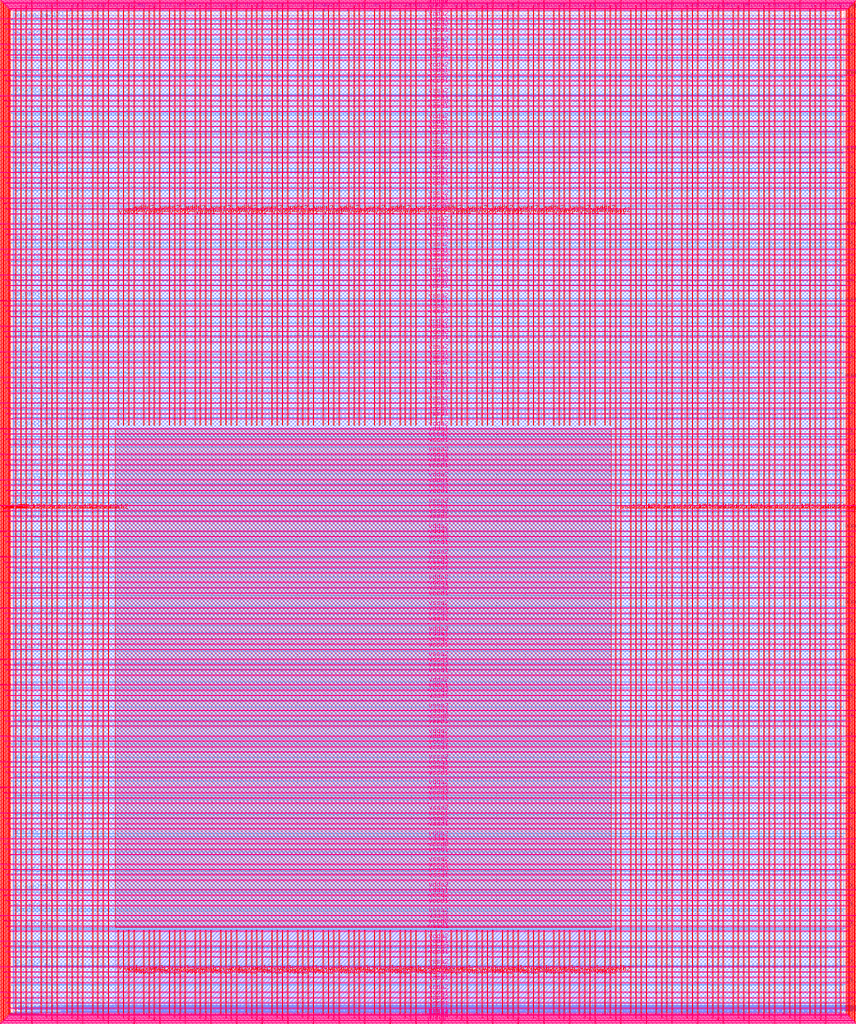
<source format=lef>
VERSION 5.7 ;
  NOWIREEXTENSIONATPIN ON ;
  DIVIDERCHAR "/" ;
  BUSBITCHARS "[]" ;
MACRO user_project_wrapper
  CLASS BLOCK ;
  FOREIGN user_project_wrapper ;
  ORIGIN 0.000 0.000 ;
  SIZE 2920.000 BY 3520.000 ;
  PIN analog_io[0]
    DIRECTION INOUT ;
    USE SIGNAL ;
    PORT
      LAYER met3 ;
        RECT 2917.600 1426.380 2924.800 1427.580 ;
    END
  END analog_io[0]
  PIN analog_io[10]
    DIRECTION INOUT ;
    USE SIGNAL ;
    PORT
      LAYER met2 ;
        RECT 2230.490 3517.600 2231.050 3524.800 ;
    END
  END analog_io[10]
  PIN analog_io[11]
    DIRECTION INOUT ;
    USE SIGNAL ;
    PORT
      LAYER met2 ;
        RECT 1905.730 3517.600 1906.290 3524.800 ;
    END
  END analog_io[11]
  PIN analog_io[12]
    DIRECTION INOUT ;
    USE SIGNAL ;
    PORT
      LAYER met2 ;
        RECT 1581.430 3517.600 1581.990 3524.800 ;
    END
  END analog_io[12]
  PIN analog_io[13]
    DIRECTION INOUT ;
    USE SIGNAL ;
    PORT
      LAYER met2 ;
        RECT 1257.130 3517.600 1257.690 3524.800 ;
    END
  END analog_io[13]
  PIN analog_io[14]
    DIRECTION INOUT ;
    USE SIGNAL ;
    PORT
      LAYER met2 ;
        RECT 932.370 3517.600 932.930 3524.800 ;
    END
  END analog_io[14]
  PIN analog_io[15]
    DIRECTION INOUT ;
    USE SIGNAL ;
    PORT
      LAYER met2 ;
        RECT 608.070 3517.600 608.630 3524.800 ;
    END
  END analog_io[15]
  PIN analog_io[16]
    DIRECTION INOUT ;
    USE SIGNAL ;
    PORT
      LAYER met2 ;
        RECT 283.770 3517.600 284.330 3524.800 ;
    END
  END analog_io[16]
  PIN analog_io[17]
    DIRECTION INOUT ;
    USE SIGNAL ;
    PORT
      LAYER met3 ;
        RECT -4.800 3486.100 2.400 3487.300 ;
    END
  END analog_io[17]
  PIN analog_io[18]
    DIRECTION INOUT ;
    USE SIGNAL ;
    PORT
      LAYER met3 ;
        RECT -4.800 3224.980 2.400 3226.180 ;
    END
  END analog_io[18]
  PIN analog_io[19]
    DIRECTION INOUT ;
    USE SIGNAL ;
    PORT
      LAYER met3 ;
        RECT -4.800 2964.540 2.400 2965.740 ;
    END
  END analog_io[19]
  PIN analog_io[1]
    DIRECTION INOUT ;
    USE SIGNAL ;
    PORT
      LAYER met3 ;
        RECT 2917.600 1692.260 2924.800 1693.460 ;
    END
  END analog_io[1]
  PIN analog_io[20]
    DIRECTION INOUT ;
    USE SIGNAL ;
    PORT
      LAYER met3 ;
        RECT -4.800 2703.420 2.400 2704.620 ;
    END
  END analog_io[20]
  PIN analog_io[21]
    DIRECTION INOUT ;
    USE SIGNAL ;
    PORT
      LAYER met3 ;
        RECT -4.800 2442.980 2.400 2444.180 ;
    END
  END analog_io[21]
  PIN analog_io[22]
    DIRECTION INOUT ;
    USE SIGNAL ;
    PORT
      LAYER met3 ;
        RECT -4.800 2182.540 2.400 2183.740 ;
    END
  END analog_io[22]
  PIN analog_io[23]
    DIRECTION INOUT ;
    USE SIGNAL ;
    PORT
      LAYER met3 ;
        RECT -4.800 1921.420 2.400 1922.620 ;
    END
  END analog_io[23]
  PIN analog_io[24]
    DIRECTION INOUT ;
    USE SIGNAL ;
    PORT
      LAYER met3 ;
        RECT -4.800 1660.980 2.400 1662.180 ;
    END
  END analog_io[24]
  PIN analog_io[25]
    DIRECTION INOUT ;
    USE SIGNAL ;
    PORT
      LAYER met3 ;
        RECT -4.800 1399.860 2.400 1401.060 ;
    END
  END analog_io[25]
  PIN analog_io[26]
    DIRECTION INOUT ;
    USE SIGNAL ;
    PORT
      LAYER met3 ;
        RECT -4.800 1139.420 2.400 1140.620 ;
    END
  END analog_io[26]
  PIN analog_io[27]
    DIRECTION INOUT ;
    USE SIGNAL ;
    PORT
      LAYER met3 ;
        RECT -4.800 878.980 2.400 880.180 ;
    END
  END analog_io[27]
  PIN analog_io[28]
    DIRECTION INOUT ;
    USE SIGNAL ;
    PORT
      LAYER met3 ;
        RECT -4.800 617.860 2.400 619.060 ;
    END
  END analog_io[28]
  PIN analog_io[2]
    DIRECTION INOUT ;
    USE SIGNAL ;
    PORT
      LAYER met3 ;
        RECT 2917.600 1958.140 2924.800 1959.340 ;
    END
  END analog_io[2]
  PIN analog_io[3]
    DIRECTION INOUT ;
    USE SIGNAL ;
    PORT
      LAYER met3 ;
        RECT 2917.600 2223.340 2924.800 2224.540 ;
    END
  END analog_io[3]
  PIN analog_io[4]
    DIRECTION INOUT ;
    USE SIGNAL ;
    PORT
      LAYER met3 ;
        RECT 2917.600 2489.220 2924.800 2490.420 ;
    END
  END analog_io[4]
  PIN analog_io[5]
    DIRECTION INOUT ;
    USE SIGNAL ;
    PORT
      LAYER met3 ;
        RECT 2917.600 2755.100 2924.800 2756.300 ;
    END
  END analog_io[5]
  PIN analog_io[6]
    DIRECTION INOUT ;
    USE SIGNAL ;
    PORT
      LAYER met3 ;
        RECT 2917.600 3020.300 2924.800 3021.500 ;
    END
  END analog_io[6]
  PIN analog_io[7]
    DIRECTION INOUT ;
    USE SIGNAL ;
    PORT
      LAYER met3 ;
        RECT 2917.600 3286.180 2924.800 3287.380 ;
    END
  END analog_io[7]
  PIN analog_io[8]
    DIRECTION INOUT ;
    USE SIGNAL ;
    PORT
      LAYER met2 ;
        RECT 2879.090 3517.600 2879.650 3524.800 ;
    END
  END analog_io[8]
  PIN analog_io[9]
    DIRECTION INOUT ;
    USE SIGNAL ;
    PORT
      LAYER met2 ;
        RECT 2554.790 3517.600 2555.350 3524.800 ;
    END
  END analog_io[9]
  PIN io_in[0]
    DIRECTION INPUT ;
    USE SIGNAL ;
    PORT
      LAYER met3 ;
        RECT 2917.600 32.380 2924.800 33.580 ;
    END
  END io_in[0]
  PIN io_in[10]
    DIRECTION INPUT ;
    USE SIGNAL ;
    PORT
      LAYER met3 ;
        RECT 2917.600 2289.980 2924.800 2291.180 ;
    END
  END io_in[10]
  PIN io_in[11]
    DIRECTION INPUT ;
    USE SIGNAL ;
    PORT
      LAYER met3 ;
        RECT 2917.600 2555.860 2924.800 2557.060 ;
    END
  END io_in[11]
  PIN io_in[12]
    DIRECTION INPUT ;
    USE SIGNAL ;
    PORT
      LAYER met3 ;
        RECT 2917.600 2821.060 2924.800 2822.260 ;
    END
  END io_in[12]
  PIN io_in[13]
    DIRECTION INPUT ;
    USE SIGNAL ;
    PORT
      LAYER met3 ;
        RECT 2917.600 3086.940 2924.800 3088.140 ;
    END
  END io_in[13]
  PIN io_in[14]
    DIRECTION INPUT ;
    USE SIGNAL ;
    PORT
      LAYER met3 ;
        RECT 2917.600 3352.820 2924.800 3354.020 ;
    END
  END io_in[14]
  PIN io_in[15]
    DIRECTION INPUT ;
    USE SIGNAL ;
    PORT
      LAYER met2 ;
        RECT 2798.130 3517.600 2798.690 3524.800 ;
    END
  END io_in[15]
  PIN io_in[16]
    DIRECTION INPUT ;
    USE SIGNAL ;
    PORT
      LAYER met2 ;
        RECT 2473.830 3517.600 2474.390 3524.800 ;
    END
  END io_in[16]
  PIN io_in[17]
    DIRECTION INPUT ;
    USE SIGNAL ;
    PORT
      LAYER met2 ;
        RECT 2149.070 3517.600 2149.630 3524.800 ;
    END
  END io_in[17]
  PIN io_in[18]
    DIRECTION INPUT ;
    USE SIGNAL ;
    PORT
      LAYER met2 ;
        RECT 1824.770 3517.600 1825.330 3524.800 ;
    END
  END io_in[18]
  PIN io_in[19]
    DIRECTION INPUT ;
    USE SIGNAL ;
    PORT
      LAYER met2 ;
        RECT 1500.470 3517.600 1501.030 3524.800 ;
    END
  END io_in[19]
  PIN io_in[1]
    DIRECTION INPUT ;
    USE SIGNAL ;
    PORT
      LAYER met3 ;
        RECT 2917.600 230.940 2924.800 232.140 ;
    END
  END io_in[1]
  PIN io_in[20]
    DIRECTION INPUT ;
    USE SIGNAL ;
    PORT
      LAYER met2 ;
        RECT 1175.710 3517.600 1176.270 3524.800 ;
    END
  END io_in[20]
  PIN io_in[21]
    DIRECTION INPUT ;
    USE SIGNAL ;
    PORT
      LAYER met2 ;
        RECT 851.410 3517.600 851.970 3524.800 ;
    END
  END io_in[21]
  PIN io_in[22]
    DIRECTION INPUT ;
    USE SIGNAL ;
    PORT
      LAYER met2 ;
        RECT 527.110 3517.600 527.670 3524.800 ;
    END
  END io_in[22]
  PIN io_in[23]
    DIRECTION INPUT ;
    USE SIGNAL ;
    PORT
      LAYER met2 ;
        RECT 202.350 3517.600 202.910 3524.800 ;
    END
  END io_in[23]
  PIN io_in[24]
    DIRECTION INPUT ;
    USE SIGNAL ;
    PORT
      LAYER met3 ;
        RECT -4.800 3420.820 2.400 3422.020 ;
    END
  END io_in[24]
  PIN io_in[25]
    DIRECTION INPUT ;
    USE SIGNAL ;
    PORT
      LAYER met3 ;
        RECT -4.800 3159.700 2.400 3160.900 ;
    END
  END io_in[25]
  PIN io_in[26]
    DIRECTION INPUT ;
    USE SIGNAL ;
    PORT
      LAYER met3 ;
        RECT -4.800 2899.260 2.400 2900.460 ;
    END
  END io_in[26]
  PIN io_in[27]
    DIRECTION INPUT ;
    USE SIGNAL ;
    PORT
      LAYER met3 ;
        RECT -4.800 2638.820 2.400 2640.020 ;
    END
  END io_in[27]
  PIN io_in[28]
    DIRECTION INPUT ;
    USE SIGNAL ;
    PORT
      LAYER met3 ;
        RECT -4.800 2377.700 2.400 2378.900 ;
    END
  END io_in[28]
  PIN io_in[29]
    DIRECTION INPUT ;
    USE SIGNAL ;
    PORT
      LAYER met3 ;
        RECT -4.800 2117.260 2.400 2118.460 ;
    END
  END io_in[29]
  PIN io_in[2]
    DIRECTION INPUT ;
    USE SIGNAL ;
    PORT
      LAYER met3 ;
        RECT 2917.600 430.180 2924.800 431.380 ;
    END
  END io_in[2]
  PIN io_in[30]
    DIRECTION INPUT ;
    USE SIGNAL ;
    PORT
      LAYER met3 ;
        RECT -4.800 1856.140 2.400 1857.340 ;
    END
  END io_in[30]
  PIN io_in[31]
    DIRECTION INPUT ;
    USE SIGNAL ;
    PORT
      LAYER met3 ;
        RECT -4.800 1595.700 2.400 1596.900 ;
    END
  END io_in[31]
  PIN io_in[32]
    DIRECTION INPUT ;
    USE SIGNAL ;
    PORT
      LAYER met3 ;
        RECT -4.800 1335.260 2.400 1336.460 ;
    END
  END io_in[32]
  PIN io_in[33]
    DIRECTION INPUT ;
    USE SIGNAL ;
    PORT
      LAYER met3 ;
        RECT -4.800 1074.140 2.400 1075.340 ;
    END
  END io_in[33]
  PIN io_in[34]
    DIRECTION INPUT ;
    USE SIGNAL ;
    PORT
      LAYER met3 ;
        RECT -4.800 813.700 2.400 814.900 ;
    END
  END io_in[34]
  PIN io_in[35]
    DIRECTION INPUT ;
    USE SIGNAL ;
    PORT
      LAYER met3 ;
        RECT -4.800 552.580 2.400 553.780 ;
    END
  END io_in[35]
  PIN io_in[36]
    DIRECTION INPUT ;
    USE SIGNAL ;
    PORT
      LAYER met3 ;
        RECT -4.800 357.420 2.400 358.620 ;
    END
  END io_in[36]
  PIN io_in[37]
    DIRECTION INPUT ;
    USE SIGNAL ;
    PORT
      LAYER met3 ;
        RECT -4.800 161.580 2.400 162.780 ;
    END
  END io_in[37]
  PIN io_in[3]
    DIRECTION INPUT ;
    USE SIGNAL ;
    PORT
      LAYER met3 ;
        RECT 2917.600 629.420 2924.800 630.620 ;
    END
  END io_in[3]
  PIN io_in[4]
    DIRECTION INPUT ;
    USE SIGNAL ;
    PORT
      LAYER met3 ;
        RECT 2917.600 828.660 2924.800 829.860 ;
    END
  END io_in[4]
  PIN io_in[5]
    DIRECTION INPUT ;
    USE SIGNAL ;
    PORT
      LAYER met3 ;
        RECT 2917.600 1027.900 2924.800 1029.100 ;
    END
  END io_in[5]
  PIN io_in[6]
    DIRECTION INPUT ;
    USE SIGNAL ;
    PORT
      LAYER met3 ;
        RECT 2917.600 1227.140 2924.800 1228.340 ;
    END
  END io_in[6]
  PIN io_in[7]
    DIRECTION INPUT ;
    USE SIGNAL ;
    PORT
      LAYER met3 ;
        RECT 2917.600 1493.020 2924.800 1494.220 ;
    END
  END io_in[7]
  PIN io_in[8]
    DIRECTION INPUT ;
    USE SIGNAL ;
    PORT
      LAYER met3 ;
        RECT 2917.600 1758.900 2924.800 1760.100 ;
    END
  END io_in[8]
  PIN io_in[9]
    DIRECTION INPUT ;
    USE SIGNAL ;
    PORT
      LAYER met3 ;
        RECT 2917.600 2024.100 2924.800 2025.300 ;
    END
  END io_in[9]
  PIN io_oeb[0]
    DIRECTION OUTPUT TRISTATE ;
    USE SIGNAL ;
    PORT
      LAYER met3 ;
        RECT 2917.600 164.980 2924.800 166.180 ;
    END
  END io_oeb[0]
  PIN io_oeb[10]
    DIRECTION OUTPUT TRISTATE ;
    USE SIGNAL ;
    PORT
      LAYER met3 ;
        RECT 2917.600 2422.580 2924.800 2423.780 ;
    END
  END io_oeb[10]
  PIN io_oeb[11]
    DIRECTION OUTPUT TRISTATE ;
    USE SIGNAL ;
    PORT
      LAYER met3 ;
        RECT 2917.600 2688.460 2924.800 2689.660 ;
    END
  END io_oeb[11]
  PIN io_oeb[12]
    DIRECTION OUTPUT TRISTATE ;
    USE SIGNAL ;
    PORT
      LAYER met3 ;
        RECT 2917.600 2954.340 2924.800 2955.540 ;
    END
  END io_oeb[12]
  PIN io_oeb[13]
    DIRECTION OUTPUT TRISTATE ;
    USE SIGNAL ;
    PORT
      LAYER met3 ;
        RECT 2917.600 3219.540 2924.800 3220.740 ;
    END
  END io_oeb[13]
  PIN io_oeb[14]
    DIRECTION OUTPUT TRISTATE ;
    USE SIGNAL ;
    PORT
      LAYER met3 ;
        RECT 2917.600 3485.420 2924.800 3486.620 ;
    END
  END io_oeb[14]
  PIN io_oeb[15]
    DIRECTION OUTPUT TRISTATE ;
    USE SIGNAL ;
    PORT
      LAYER met2 ;
        RECT 2635.750 3517.600 2636.310 3524.800 ;
    END
  END io_oeb[15]
  PIN io_oeb[16]
    DIRECTION OUTPUT TRISTATE ;
    USE SIGNAL ;
    PORT
      LAYER met2 ;
        RECT 2311.450 3517.600 2312.010 3524.800 ;
    END
  END io_oeb[16]
  PIN io_oeb[17]
    DIRECTION OUTPUT TRISTATE ;
    USE SIGNAL ;
    PORT
      LAYER met2 ;
        RECT 1987.150 3517.600 1987.710 3524.800 ;
    END
  END io_oeb[17]
  PIN io_oeb[18]
    DIRECTION OUTPUT TRISTATE ;
    USE SIGNAL ;
    PORT
      LAYER met2 ;
        RECT 1662.390 3517.600 1662.950 3524.800 ;
    END
  END io_oeb[18]
  PIN io_oeb[19]
    DIRECTION OUTPUT TRISTATE ;
    USE SIGNAL ;
    PORT
      LAYER met2 ;
        RECT 1338.090 3517.600 1338.650 3524.800 ;
    END
  END io_oeb[19]
  PIN io_oeb[1]
    DIRECTION OUTPUT TRISTATE ;
    USE SIGNAL ;
    PORT
      LAYER met3 ;
        RECT 2917.600 364.220 2924.800 365.420 ;
    END
  END io_oeb[1]
  PIN io_oeb[20]
    DIRECTION OUTPUT TRISTATE ;
    USE SIGNAL ;
    PORT
      LAYER met2 ;
        RECT 1013.790 3517.600 1014.350 3524.800 ;
    END
  END io_oeb[20]
  PIN io_oeb[21]
    DIRECTION OUTPUT TRISTATE ;
    USE SIGNAL ;
    PORT
      LAYER met2 ;
        RECT 689.030 3517.600 689.590 3524.800 ;
    END
  END io_oeb[21]
  PIN io_oeb[22]
    DIRECTION OUTPUT TRISTATE ;
    USE SIGNAL ;
    PORT
      LAYER met2 ;
        RECT 364.730 3517.600 365.290 3524.800 ;
    END
  END io_oeb[22]
  PIN io_oeb[23]
    DIRECTION OUTPUT TRISTATE ;
    USE SIGNAL ;
    PORT
      LAYER met2 ;
        RECT 40.430 3517.600 40.990 3524.800 ;
    END
  END io_oeb[23]
  PIN io_oeb[24]
    DIRECTION OUTPUT TRISTATE ;
    USE SIGNAL ;
    PORT
      LAYER met3 ;
        RECT -4.800 3290.260 2.400 3291.460 ;
    END
  END io_oeb[24]
  PIN io_oeb[25]
    DIRECTION OUTPUT TRISTATE ;
    USE SIGNAL ;
    PORT
      LAYER met3 ;
        RECT -4.800 3029.820 2.400 3031.020 ;
    END
  END io_oeb[25]
  PIN io_oeb[26]
    DIRECTION OUTPUT TRISTATE ;
    USE SIGNAL ;
    PORT
      LAYER met3 ;
        RECT -4.800 2768.700 2.400 2769.900 ;
    END
  END io_oeb[26]
  PIN io_oeb[27]
    DIRECTION OUTPUT TRISTATE ;
    USE SIGNAL ;
    PORT
      LAYER met3 ;
        RECT -4.800 2508.260 2.400 2509.460 ;
    END
  END io_oeb[27]
  PIN io_oeb[28]
    DIRECTION OUTPUT TRISTATE ;
    USE SIGNAL ;
    PORT
      LAYER met3 ;
        RECT -4.800 2247.140 2.400 2248.340 ;
    END
  END io_oeb[28]
  PIN io_oeb[29]
    DIRECTION OUTPUT TRISTATE ;
    USE SIGNAL ;
    PORT
      LAYER met3 ;
        RECT -4.800 1986.700 2.400 1987.900 ;
    END
  END io_oeb[29]
  PIN io_oeb[2]
    DIRECTION OUTPUT TRISTATE ;
    USE SIGNAL ;
    PORT
      LAYER met3 ;
        RECT 2917.600 563.460 2924.800 564.660 ;
    END
  END io_oeb[2]
  PIN io_oeb[30]
    DIRECTION OUTPUT TRISTATE ;
    USE SIGNAL ;
    PORT
      LAYER met3 ;
        RECT -4.800 1726.260 2.400 1727.460 ;
    END
  END io_oeb[30]
  PIN io_oeb[31]
    DIRECTION OUTPUT TRISTATE ;
    USE SIGNAL ;
    PORT
      LAYER met3 ;
        RECT -4.800 1465.140 2.400 1466.340 ;
    END
  END io_oeb[31]
  PIN io_oeb[32]
    DIRECTION OUTPUT TRISTATE ;
    USE SIGNAL ;
    PORT
      LAYER met3 ;
        RECT -4.800 1204.700 2.400 1205.900 ;
    END
  END io_oeb[32]
  PIN io_oeb[33]
    DIRECTION OUTPUT TRISTATE ;
    USE SIGNAL ;
    PORT
      LAYER met3 ;
        RECT -4.800 943.580 2.400 944.780 ;
    END
  END io_oeb[33]
  PIN io_oeb[34]
    DIRECTION OUTPUT TRISTATE ;
    USE SIGNAL ;
    PORT
      LAYER met3 ;
        RECT -4.800 683.140 2.400 684.340 ;
    END
  END io_oeb[34]
  PIN io_oeb[35]
    DIRECTION OUTPUT TRISTATE ;
    USE SIGNAL ;
    PORT
      LAYER met3 ;
        RECT -4.800 422.700 2.400 423.900 ;
    END
  END io_oeb[35]
  PIN io_oeb[36]
    DIRECTION OUTPUT TRISTATE ;
    USE SIGNAL ;
    PORT
      LAYER met3 ;
        RECT -4.800 226.860 2.400 228.060 ;
    END
  END io_oeb[36]
  PIN io_oeb[37]
    DIRECTION OUTPUT TRISTATE ;
    USE SIGNAL ;
    PORT
      LAYER met3 ;
        RECT -4.800 31.700 2.400 32.900 ;
    END
  END io_oeb[37]
  PIN io_oeb[3]
    DIRECTION OUTPUT TRISTATE ;
    USE SIGNAL ;
    PORT
      LAYER met3 ;
        RECT 2917.600 762.700 2924.800 763.900 ;
    END
  END io_oeb[3]
  PIN io_oeb[4]
    DIRECTION OUTPUT TRISTATE ;
    USE SIGNAL ;
    PORT
      LAYER met3 ;
        RECT 2917.600 961.940 2924.800 963.140 ;
    END
  END io_oeb[4]
  PIN io_oeb[5]
    DIRECTION OUTPUT TRISTATE ;
    USE SIGNAL ;
    PORT
      LAYER met3 ;
        RECT 2917.600 1161.180 2924.800 1162.380 ;
    END
  END io_oeb[5]
  PIN io_oeb[6]
    DIRECTION OUTPUT TRISTATE ;
    USE SIGNAL ;
    PORT
      LAYER met3 ;
        RECT 2917.600 1360.420 2924.800 1361.620 ;
    END
  END io_oeb[6]
  PIN io_oeb[7]
    DIRECTION OUTPUT TRISTATE ;
    USE SIGNAL ;
    PORT
      LAYER met3 ;
        RECT 2917.600 1625.620 2924.800 1626.820 ;
    END
  END io_oeb[7]
  PIN io_oeb[8]
    DIRECTION OUTPUT TRISTATE ;
    USE SIGNAL ;
    PORT
      LAYER met3 ;
        RECT 2917.600 1891.500 2924.800 1892.700 ;
    END
  END io_oeb[8]
  PIN io_oeb[9]
    DIRECTION OUTPUT TRISTATE ;
    USE SIGNAL ;
    PORT
      LAYER met3 ;
        RECT 2917.600 2157.380 2924.800 2158.580 ;
    END
  END io_oeb[9]
  PIN io_out[0]
    DIRECTION OUTPUT TRISTATE ;
    USE SIGNAL ;
    PORT
      LAYER met3 ;
        RECT 2917.600 98.340 2924.800 99.540 ;
    END
  END io_out[0]
  PIN io_out[10]
    DIRECTION OUTPUT TRISTATE ;
    USE SIGNAL ;
    PORT
      LAYER met3 ;
        RECT 2917.600 2356.620 2924.800 2357.820 ;
    END
  END io_out[10]
  PIN io_out[11]
    DIRECTION OUTPUT TRISTATE ;
    USE SIGNAL ;
    PORT
      LAYER met3 ;
        RECT 2917.600 2621.820 2924.800 2623.020 ;
    END
  END io_out[11]
  PIN io_out[12]
    DIRECTION OUTPUT TRISTATE ;
    USE SIGNAL ;
    PORT
      LAYER met3 ;
        RECT 2917.600 2887.700 2924.800 2888.900 ;
    END
  END io_out[12]
  PIN io_out[13]
    DIRECTION OUTPUT TRISTATE ;
    USE SIGNAL ;
    PORT
      LAYER met3 ;
        RECT 2917.600 3153.580 2924.800 3154.780 ;
    END
  END io_out[13]
  PIN io_out[14]
    DIRECTION OUTPUT TRISTATE ;
    USE SIGNAL ;
    PORT
      LAYER met3 ;
        RECT 2917.600 3418.780 2924.800 3419.980 ;
    END
  END io_out[14]
  PIN io_out[15]
    DIRECTION OUTPUT TRISTATE ;
    USE SIGNAL ;
    PORT
      LAYER met2 ;
        RECT 2717.170 3517.600 2717.730 3524.800 ;
    END
  END io_out[15]
  PIN io_out[16]
    DIRECTION OUTPUT TRISTATE ;
    USE SIGNAL ;
    PORT
      LAYER met2 ;
        RECT 2392.410 3517.600 2392.970 3524.800 ;
    END
  END io_out[16]
  PIN io_out[17]
    DIRECTION OUTPUT TRISTATE ;
    USE SIGNAL ;
    PORT
      LAYER met2 ;
        RECT 2068.110 3517.600 2068.670 3524.800 ;
    END
  END io_out[17]
  PIN io_out[18]
    DIRECTION OUTPUT TRISTATE ;
    USE SIGNAL ;
    PORT
      LAYER met2 ;
        RECT 1743.810 3517.600 1744.370 3524.800 ;
    END
  END io_out[18]
  PIN io_out[19]
    DIRECTION OUTPUT TRISTATE ;
    USE SIGNAL ;
    PORT
      LAYER met2 ;
        RECT 1419.050 3517.600 1419.610 3524.800 ;
    END
  END io_out[19]
  PIN io_out[1]
    DIRECTION OUTPUT TRISTATE ;
    USE SIGNAL ;
    PORT
      LAYER met3 ;
        RECT 2917.600 297.580 2924.800 298.780 ;
    END
  END io_out[1]
  PIN io_out[20]
    DIRECTION OUTPUT TRISTATE ;
    USE SIGNAL ;
    PORT
      LAYER met2 ;
        RECT 1094.750 3517.600 1095.310 3524.800 ;
    END
  END io_out[20]
  PIN io_out[21]
    DIRECTION OUTPUT TRISTATE ;
    USE SIGNAL ;
    PORT
      LAYER met2 ;
        RECT 770.450 3517.600 771.010 3524.800 ;
    END
  END io_out[21]
  PIN io_out[22]
    DIRECTION OUTPUT TRISTATE ;
    USE SIGNAL ;
    PORT
      LAYER met2 ;
        RECT 445.690 3517.600 446.250 3524.800 ;
    END
  END io_out[22]
  PIN io_out[23]
    DIRECTION OUTPUT TRISTATE ;
    USE SIGNAL ;
    PORT
      LAYER met2 ;
        RECT 121.390 3517.600 121.950 3524.800 ;
    END
  END io_out[23]
  PIN io_out[24]
    DIRECTION OUTPUT TRISTATE ;
    USE SIGNAL ;
    PORT
      LAYER met3 ;
        RECT -4.800 3355.540 2.400 3356.740 ;
    END
  END io_out[24]
  PIN io_out[25]
    DIRECTION OUTPUT TRISTATE ;
    USE SIGNAL ;
    PORT
      LAYER met3 ;
        RECT -4.800 3095.100 2.400 3096.300 ;
    END
  END io_out[25]
  PIN io_out[26]
    DIRECTION OUTPUT TRISTATE ;
    USE SIGNAL ;
    PORT
      LAYER met3 ;
        RECT -4.800 2833.980 2.400 2835.180 ;
    END
  END io_out[26]
  PIN io_out[27]
    DIRECTION OUTPUT TRISTATE ;
    USE SIGNAL ;
    PORT
      LAYER met3 ;
        RECT -4.800 2573.540 2.400 2574.740 ;
    END
  END io_out[27]
  PIN io_out[28]
    DIRECTION OUTPUT TRISTATE ;
    USE SIGNAL ;
    PORT
      LAYER met3 ;
        RECT -4.800 2312.420 2.400 2313.620 ;
    END
  END io_out[28]
  PIN io_out[29]
    DIRECTION OUTPUT TRISTATE ;
    USE SIGNAL ;
    PORT
      LAYER met3 ;
        RECT -4.800 2051.980 2.400 2053.180 ;
    END
  END io_out[29]
  PIN io_out[2]
    DIRECTION OUTPUT TRISTATE ;
    USE SIGNAL ;
    PORT
      LAYER met3 ;
        RECT 2917.600 496.820 2924.800 498.020 ;
    END
  END io_out[2]
  PIN io_out[30]
    DIRECTION OUTPUT TRISTATE ;
    USE SIGNAL ;
    PORT
      LAYER met3 ;
        RECT -4.800 1791.540 2.400 1792.740 ;
    END
  END io_out[30]
  PIN io_out[31]
    DIRECTION OUTPUT TRISTATE ;
    USE SIGNAL ;
    PORT
      LAYER met3 ;
        RECT -4.800 1530.420 2.400 1531.620 ;
    END
  END io_out[31]
  PIN io_out[32]
    DIRECTION OUTPUT TRISTATE ;
    USE SIGNAL ;
    PORT
      LAYER met3 ;
        RECT -4.800 1269.980 2.400 1271.180 ;
    END
  END io_out[32]
  PIN io_out[33]
    DIRECTION OUTPUT TRISTATE ;
    USE SIGNAL ;
    PORT
      LAYER met3 ;
        RECT -4.800 1008.860 2.400 1010.060 ;
    END
  END io_out[33]
  PIN io_out[34]
    DIRECTION OUTPUT TRISTATE ;
    USE SIGNAL ;
    PORT
      LAYER met3 ;
        RECT -4.800 748.420 2.400 749.620 ;
    END
  END io_out[34]
  PIN io_out[35]
    DIRECTION OUTPUT TRISTATE ;
    USE SIGNAL ;
    PORT
      LAYER met3 ;
        RECT -4.800 487.300 2.400 488.500 ;
    END
  END io_out[35]
  PIN io_out[36]
    DIRECTION OUTPUT TRISTATE ;
    USE SIGNAL ;
    PORT
      LAYER met3 ;
        RECT -4.800 292.140 2.400 293.340 ;
    END
  END io_out[36]
  PIN io_out[37]
    DIRECTION OUTPUT TRISTATE ;
    USE SIGNAL ;
    PORT
      LAYER met3 ;
        RECT -4.800 96.300 2.400 97.500 ;
    END
  END io_out[37]
  PIN io_out[3]
    DIRECTION OUTPUT TRISTATE ;
    USE SIGNAL ;
    PORT
      LAYER met3 ;
        RECT 2917.600 696.060 2924.800 697.260 ;
    END
  END io_out[3]
  PIN io_out[4]
    DIRECTION OUTPUT TRISTATE ;
    USE SIGNAL ;
    PORT
      LAYER met3 ;
        RECT 2917.600 895.300 2924.800 896.500 ;
    END
  END io_out[4]
  PIN io_out[5]
    DIRECTION OUTPUT TRISTATE ;
    USE SIGNAL ;
    PORT
      LAYER met3 ;
        RECT 2917.600 1094.540 2924.800 1095.740 ;
    END
  END io_out[5]
  PIN io_out[6]
    DIRECTION OUTPUT TRISTATE ;
    USE SIGNAL ;
    PORT
      LAYER met3 ;
        RECT 2917.600 1293.780 2924.800 1294.980 ;
    END
  END io_out[6]
  PIN io_out[7]
    DIRECTION OUTPUT TRISTATE ;
    USE SIGNAL ;
    PORT
      LAYER met3 ;
        RECT 2917.600 1559.660 2924.800 1560.860 ;
    END
  END io_out[7]
  PIN io_out[8]
    DIRECTION OUTPUT TRISTATE ;
    USE SIGNAL ;
    PORT
      LAYER met3 ;
        RECT 2917.600 1824.860 2924.800 1826.060 ;
    END
  END io_out[8]
  PIN io_out[9]
    DIRECTION OUTPUT TRISTATE ;
    USE SIGNAL ;
    PORT
      LAYER met3 ;
        RECT 2917.600 2090.740 2924.800 2091.940 ;
    END
  END io_out[9]
  PIN la_data_in[0]
    DIRECTION INPUT ;
    USE SIGNAL ;
    PORT
      LAYER met2 ;
        RECT 629.230 -4.800 629.790 2.400 ;
    END
  END la_data_in[0]
  PIN la_data_in[100]
    DIRECTION INPUT ;
    USE SIGNAL ;
    PORT
      LAYER met2 ;
        RECT 2402.530 -4.800 2403.090 2.400 ;
    END
  END la_data_in[100]
  PIN la_data_in[101]
    DIRECTION INPUT ;
    USE SIGNAL ;
    PORT
      LAYER met2 ;
        RECT 2420.010 -4.800 2420.570 2.400 ;
    END
  END la_data_in[101]
  PIN la_data_in[102]
    DIRECTION INPUT ;
    USE SIGNAL ;
    PORT
      LAYER met2 ;
        RECT 2437.950 -4.800 2438.510 2.400 ;
    END
  END la_data_in[102]
  PIN la_data_in[103]
    DIRECTION INPUT ;
    USE SIGNAL ;
    PORT
      LAYER met2 ;
        RECT 2455.430 -4.800 2455.990 2.400 ;
    END
  END la_data_in[103]
  PIN la_data_in[104]
    DIRECTION INPUT ;
    USE SIGNAL ;
    PORT
      LAYER met2 ;
        RECT 2473.370 -4.800 2473.930 2.400 ;
    END
  END la_data_in[104]
  PIN la_data_in[105]
    DIRECTION INPUT ;
    USE SIGNAL ;
    PORT
      LAYER met2 ;
        RECT 2490.850 -4.800 2491.410 2.400 ;
    END
  END la_data_in[105]
  PIN la_data_in[106]
    DIRECTION INPUT ;
    USE SIGNAL ;
    PORT
      LAYER met2 ;
        RECT 2508.790 -4.800 2509.350 2.400 ;
    END
  END la_data_in[106]
  PIN la_data_in[107]
    DIRECTION INPUT ;
    USE SIGNAL ;
    PORT
      LAYER met2 ;
        RECT 2526.730 -4.800 2527.290 2.400 ;
    END
  END la_data_in[107]
  PIN la_data_in[108]
    DIRECTION INPUT ;
    USE SIGNAL ;
    PORT
      LAYER met2 ;
        RECT 2544.210 -4.800 2544.770 2.400 ;
    END
  END la_data_in[108]
  PIN la_data_in[109]
    DIRECTION INPUT ;
    USE SIGNAL ;
    PORT
      LAYER met2 ;
        RECT 2562.150 -4.800 2562.710 2.400 ;
    END
  END la_data_in[109]
  PIN la_data_in[10]
    DIRECTION INPUT ;
    USE SIGNAL ;
    PORT
      LAYER met2 ;
        RECT 806.330 -4.800 806.890 2.400 ;
    END
  END la_data_in[10]
  PIN la_data_in[110]
    DIRECTION INPUT ;
    USE SIGNAL ;
    PORT
      LAYER met2 ;
        RECT 2579.630 -4.800 2580.190 2.400 ;
    END
  END la_data_in[110]
  PIN la_data_in[111]
    DIRECTION INPUT ;
    USE SIGNAL ;
    PORT
      LAYER met2 ;
        RECT 2597.570 -4.800 2598.130 2.400 ;
    END
  END la_data_in[111]
  PIN la_data_in[112]
    DIRECTION INPUT ;
    USE SIGNAL ;
    PORT
      LAYER met2 ;
        RECT 2615.050 -4.800 2615.610 2.400 ;
    END
  END la_data_in[112]
  PIN la_data_in[113]
    DIRECTION INPUT ;
    USE SIGNAL ;
    PORT
      LAYER met2 ;
        RECT 2632.990 -4.800 2633.550 2.400 ;
    END
  END la_data_in[113]
  PIN la_data_in[114]
    DIRECTION INPUT ;
    USE SIGNAL ;
    PORT
      LAYER met2 ;
        RECT 2650.470 -4.800 2651.030 2.400 ;
    END
  END la_data_in[114]
  PIN la_data_in[115]
    DIRECTION INPUT ;
    USE SIGNAL ;
    PORT
      LAYER met2 ;
        RECT 2668.410 -4.800 2668.970 2.400 ;
    END
  END la_data_in[115]
  PIN la_data_in[116]
    DIRECTION INPUT ;
    USE SIGNAL ;
    PORT
      LAYER met2 ;
        RECT 2685.890 -4.800 2686.450 2.400 ;
    END
  END la_data_in[116]
  PIN la_data_in[117]
    DIRECTION INPUT ;
    USE SIGNAL ;
    PORT
      LAYER met2 ;
        RECT 2703.830 -4.800 2704.390 2.400 ;
    END
  END la_data_in[117]
  PIN la_data_in[118]
    DIRECTION INPUT ;
    USE SIGNAL ;
    PORT
      LAYER met2 ;
        RECT 2721.770 -4.800 2722.330 2.400 ;
    END
  END la_data_in[118]
  PIN la_data_in[119]
    DIRECTION INPUT ;
    USE SIGNAL ;
    PORT
      LAYER met2 ;
        RECT 2739.250 -4.800 2739.810 2.400 ;
    END
  END la_data_in[119]
  PIN la_data_in[11]
    DIRECTION INPUT ;
    USE SIGNAL ;
    PORT
      LAYER met2 ;
        RECT 824.270 -4.800 824.830 2.400 ;
    END
  END la_data_in[11]
  PIN la_data_in[120]
    DIRECTION INPUT ;
    USE SIGNAL ;
    PORT
      LAYER met2 ;
        RECT 2757.190 -4.800 2757.750 2.400 ;
    END
  END la_data_in[120]
  PIN la_data_in[121]
    DIRECTION INPUT ;
    USE SIGNAL ;
    PORT
      LAYER met2 ;
        RECT 2774.670 -4.800 2775.230 2.400 ;
    END
  END la_data_in[121]
  PIN la_data_in[122]
    DIRECTION INPUT ;
    USE SIGNAL ;
    PORT
      LAYER met2 ;
        RECT 2792.610 -4.800 2793.170 2.400 ;
    END
  END la_data_in[122]
  PIN la_data_in[123]
    DIRECTION INPUT ;
    USE SIGNAL ;
    PORT
      LAYER met2 ;
        RECT 2810.090 -4.800 2810.650 2.400 ;
    END
  END la_data_in[123]
  PIN la_data_in[124]
    DIRECTION INPUT ;
    USE SIGNAL ;
    PORT
      LAYER met2 ;
        RECT 2828.030 -4.800 2828.590 2.400 ;
    END
  END la_data_in[124]
  PIN la_data_in[125]
    DIRECTION INPUT ;
    USE SIGNAL ;
    PORT
      LAYER met2 ;
        RECT 2845.510 -4.800 2846.070 2.400 ;
    END
  END la_data_in[125]
  PIN la_data_in[126]
    DIRECTION INPUT ;
    USE SIGNAL ;
    PORT
      LAYER met2 ;
        RECT 2863.450 -4.800 2864.010 2.400 ;
    END
  END la_data_in[126]
  PIN la_data_in[127]
    DIRECTION INPUT ;
    USE SIGNAL ;
    PORT
      LAYER met2 ;
        RECT 2881.390 -4.800 2881.950 2.400 ;
    END
  END la_data_in[127]
  PIN la_data_in[12]
    DIRECTION INPUT ;
    USE SIGNAL ;
    PORT
      LAYER met2 ;
        RECT 841.750 -4.800 842.310 2.400 ;
    END
  END la_data_in[12]
  PIN la_data_in[13]
    DIRECTION INPUT ;
    USE SIGNAL ;
    PORT
      LAYER met2 ;
        RECT 859.690 -4.800 860.250 2.400 ;
    END
  END la_data_in[13]
  PIN la_data_in[14]
    DIRECTION INPUT ;
    USE SIGNAL ;
    PORT
      LAYER met2 ;
        RECT 877.170 -4.800 877.730 2.400 ;
    END
  END la_data_in[14]
  PIN la_data_in[15]
    DIRECTION INPUT ;
    USE SIGNAL ;
    PORT
      LAYER met2 ;
        RECT 895.110 -4.800 895.670 2.400 ;
    END
  END la_data_in[15]
  PIN la_data_in[16]
    DIRECTION INPUT ;
    USE SIGNAL ;
    PORT
      LAYER met2 ;
        RECT 912.590 -4.800 913.150 2.400 ;
    END
  END la_data_in[16]
  PIN la_data_in[17]
    DIRECTION INPUT ;
    USE SIGNAL ;
    PORT
      LAYER met2 ;
        RECT 930.530 -4.800 931.090 2.400 ;
    END
  END la_data_in[17]
  PIN la_data_in[18]
    DIRECTION INPUT ;
    USE SIGNAL ;
    PORT
      LAYER met2 ;
        RECT 948.470 -4.800 949.030 2.400 ;
    END
  END la_data_in[18]
  PIN la_data_in[19]
    DIRECTION INPUT ;
    USE SIGNAL ;
    PORT
      LAYER met2 ;
        RECT 965.950 -4.800 966.510 2.400 ;
    END
  END la_data_in[19]
  PIN la_data_in[1]
    DIRECTION INPUT ;
    USE SIGNAL ;
    PORT
      LAYER met2 ;
        RECT 646.710 -4.800 647.270 2.400 ;
    END
  END la_data_in[1]
  PIN la_data_in[20]
    DIRECTION INPUT ;
    USE SIGNAL ;
    PORT
      LAYER met2 ;
        RECT 983.890 -4.800 984.450 2.400 ;
    END
  END la_data_in[20]
  PIN la_data_in[21]
    DIRECTION INPUT ;
    USE SIGNAL ;
    PORT
      LAYER met2 ;
        RECT 1001.370 -4.800 1001.930 2.400 ;
    END
  END la_data_in[21]
  PIN la_data_in[22]
    DIRECTION INPUT ;
    USE SIGNAL ;
    PORT
      LAYER met2 ;
        RECT 1019.310 -4.800 1019.870 2.400 ;
    END
  END la_data_in[22]
  PIN la_data_in[23]
    DIRECTION INPUT ;
    USE SIGNAL ;
    PORT
      LAYER met2 ;
        RECT 1036.790 -4.800 1037.350 2.400 ;
    END
  END la_data_in[23]
  PIN la_data_in[24]
    DIRECTION INPUT ;
    USE SIGNAL ;
    PORT
      LAYER met2 ;
        RECT 1054.730 -4.800 1055.290 2.400 ;
    END
  END la_data_in[24]
  PIN la_data_in[25]
    DIRECTION INPUT ;
    USE SIGNAL ;
    PORT
      LAYER met2 ;
        RECT 1072.210 -4.800 1072.770 2.400 ;
    END
  END la_data_in[25]
  PIN la_data_in[26]
    DIRECTION INPUT ;
    USE SIGNAL ;
    PORT
      LAYER met2 ;
        RECT 1090.150 -4.800 1090.710 2.400 ;
    END
  END la_data_in[26]
  PIN la_data_in[27]
    DIRECTION INPUT ;
    USE SIGNAL ;
    PORT
      LAYER met2 ;
        RECT 1107.630 -4.800 1108.190 2.400 ;
    END
  END la_data_in[27]
  PIN la_data_in[28]
    DIRECTION INPUT ;
    USE SIGNAL ;
    PORT
      LAYER met2 ;
        RECT 1125.570 -4.800 1126.130 2.400 ;
    END
  END la_data_in[28]
  PIN la_data_in[29]
    DIRECTION INPUT ;
    USE SIGNAL ;
    PORT
      LAYER met2 ;
        RECT 1143.510 -4.800 1144.070 2.400 ;
    END
  END la_data_in[29]
  PIN la_data_in[2]
    DIRECTION INPUT ;
    USE SIGNAL ;
    PORT
      LAYER met2 ;
        RECT 664.650 -4.800 665.210 2.400 ;
    END
  END la_data_in[2]
  PIN la_data_in[30]
    DIRECTION INPUT ;
    USE SIGNAL ;
    PORT
      LAYER met2 ;
        RECT 1160.990 -4.800 1161.550 2.400 ;
    END
  END la_data_in[30]
  PIN la_data_in[31]
    DIRECTION INPUT ;
    USE SIGNAL ;
    PORT
      LAYER met2 ;
        RECT 1178.930 -4.800 1179.490 2.400 ;
    END
  END la_data_in[31]
  PIN la_data_in[32]
    DIRECTION INPUT ;
    USE SIGNAL ;
    PORT
      LAYER met2 ;
        RECT 1196.410 -4.800 1196.970 2.400 ;
    END
  END la_data_in[32]
  PIN la_data_in[33]
    DIRECTION INPUT ;
    USE SIGNAL ;
    PORT
      LAYER met2 ;
        RECT 1214.350 -4.800 1214.910 2.400 ;
    END
  END la_data_in[33]
  PIN la_data_in[34]
    DIRECTION INPUT ;
    USE SIGNAL ;
    PORT
      LAYER met2 ;
        RECT 1231.830 -4.800 1232.390 2.400 ;
    END
  END la_data_in[34]
  PIN la_data_in[35]
    DIRECTION INPUT ;
    USE SIGNAL ;
    PORT
      LAYER met2 ;
        RECT 1249.770 -4.800 1250.330 2.400 ;
    END
  END la_data_in[35]
  PIN la_data_in[36]
    DIRECTION INPUT ;
    USE SIGNAL ;
    PORT
      LAYER met2 ;
        RECT 1267.250 -4.800 1267.810 2.400 ;
    END
  END la_data_in[36]
  PIN la_data_in[37]
    DIRECTION INPUT ;
    USE SIGNAL ;
    PORT
      LAYER met2 ;
        RECT 1285.190 -4.800 1285.750 2.400 ;
    END
  END la_data_in[37]
  PIN la_data_in[38]
    DIRECTION INPUT ;
    USE SIGNAL ;
    PORT
      LAYER met2 ;
        RECT 1303.130 -4.800 1303.690 2.400 ;
    END
  END la_data_in[38]
  PIN la_data_in[39]
    DIRECTION INPUT ;
    USE SIGNAL ;
    PORT
      LAYER met2 ;
        RECT 1320.610 -4.800 1321.170 2.400 ;
    END
  END la_data_in[39]
  PIN la_data_in[3]
    DIRECTION INPUT ;
    USE SIGNAL ;
    PORT
      LAYER met2 ;
        RECT 682.130 -4.800 682.690 2.400 ;
    END
  END la_data_in[3]
  PIN la_data_in[40]
    DIRECTION INPUT ;
    USE SIGNAL ;
    PORT
      LAYER met2 ;
        RECT 1338.550 -4.800 1339.110 2.400 ;
    END
  END la_data_in[40]
  PIN la_data_in[41]
    DIRECTION INPUT ;
    USE SIGNAL ;
    PORT
      LAYER met2 ;
        RECT 1356.030 -4.800 1356.590 2.400 ;
    END
  END la_data_in[41]
  PIN la_data_in[42]
    DIRECTION INPUT ;
    USE SIGNAL ;
    PORT
      LAYER met2 ;
        RECT 1373.970 -4.800 1374.530 2.400 ;
    END
  END la_data_in[42]
  PIN la_data_in[43]
    DIRECTION INPUT ;
    USE SIGNAL ;
    PORT
      LAYER met2 ;
        RECT 1391.450 -4.800 1392.010 2.400 ;
    END
  END la_data_in[43]
  PIN la_data_in[44]
    DIRECTION INPUT ;
    USE SIGNAL ;
    PORT
      LAYER met2 ;
        RECT 1409.390 -4.800 1409.950 2.400 ;
    END
  END la_data_in[44]
  PIN la_data_in[45]
    DIRECTION INPUT ;
    USE SIGNAL ;
    PORT
      LAYER met2 ;
        RECT 1426.870 -4.800 1427.430 2.400 ;
    END
  END la_data_in[45]
  PIN la_data_in[46]
    DIRECTION INPUT ;
    USE SIGNAL ;
    PORT
      LAYER met2 ;
        RECT 1444.810 -4.800 1445.370 2.400 ;
    END
  END la_data_in[46]
  PIN la_data_in[47]
    DIRECTION INPUT ;
    USE SIGNAL ;
    PORT
      LAYER met2 ;
        RECT 1462.750 -4.800 1463.310 2.400 ;
    END
  END la_data_in[47]
  PIN la_data_in[48]
    DIRECTION INPUT ;
    USE SIGNAL ;
    PORT
      LAYER met2 ;
        RECT 1480.230 -4.800 1480.790 2.400 ;
    END
  END la_data_in[48]
  PIN la_data_in[49]
    DIRECTION INPUT ;
    USE SIGNAL ;
    PORT
      LAYER met2 ;
        RECT 1498.170 -4.800 1498.730 2.400 ;
    END
  END la_data_in[49]
  PIN la_data_in[4]
    DIRECTION INPUT ;
    USE SIGNAL ;
    PORT
      LAYER met2 ;
        RECT 700.070 -4.800 700.630 2.400 ;
    END
  END la_data_in[4]
  PIN la_data_in[50]
    DIRECTION INPUT ;
    USE SIGNAL ;
    PORT
      LAYER met2 ;
        RECT 1515.650 -4.800 1516.210 2.400 ;
    END
  END la_data_in[50]
  PIN la_data_in[51]
    DIRECTION INPUT ;
    USE SIGNAL ;
    PORT
      LAYER met2 ;
        RECT 1533.590 -4.800 1534.150 2.400 ;
    END
  END la_data_in[51]
  PIN la_data_in[52]
    DIRECTION INPUT ;
    USE SIGNAL ;
    PORT
      LAYER met2 ;
        RECT 1551.070 -4.800 1551.630 2.400 ;
    END
  END la_data_in[52]
  PIN la_data_in[53]
    DIRECTION INPUT ;
    USE SIGNAL ;
    PORT
      LAYER met2 ;
        RECT 1569.010 -4.800 1569.570 2.400 ;
    END
  END la_data_in[53]
  PIN la_data_in[54]
    DIRECTION INPUT ;
    USE SIGNAL ;
    PORT
      LAYER met2 ;
        RECT 1586.490 -4.800 1587.050 2.400 ;
    END
  END la_data_in[54]
  PIN la_data_in[55]
    DIRECTION INPUT ;
    USE SIGNAL ;
    PORT
      LAYER met2 ;
        RECT 1604.430 -4.800 1604.990 2.400 ;
    END
  END la_data_in[55]
  PIN la_data_in[56]
    DIRECTION INPUT ;
    USE SIGNAL ;
    PORT
      LAYER met2 ;
        RECT 1621.910 -4.800 1622.470 2.400 ;
    END
  END la_data_in[56]
  PIN la_data_in[57]
    DIRECTION INPUT ;
    USE SIGNAL ;
    PORT
      LAYER met2 ;
        RECT 1639.850 -4.800 1640.410 2.400 ;
    END
  END la_data_in[57]
  PIN la_data_in[58]
    DIRECTION INPUT ;
    USE SIGNAL ;
    PORT
      LAYER met2 ;
        RECT 1657.790 -4.800 1658.350 2.400 ;
    END
  END la_data_in[58]
  PIN la_data_in[59]
    DIRECTION INPUT ;
    USE SIGNAL ;
    PORT
      LAYER met2 ;
        RECT 1675.270 -4.800 1675.830 2.400 ;
    END
  END la_data_in[59]
  PIN la_data_in[5]
    DIRECTION INPUT ;
    USE SIGNAL ;
    PORT
      LAYER met2 ;
        RECT 717.550 -4.800 718.110 2.400 ;
    END
  END la_data_in[5]
  PIN la_data_in[60]
    DIRECTION INPUT ;
    USE SIGNAL ;
    PORT
      LAYER met2 ;
        RECT 1693.210 -4.800 1693.770 2.400 ;
    END
  END la_data_in[60]
  PIN la_data_in[61]
    DIRECTION INPUT ;
    USE SIGNAL ;
    PORT
      LAYER met2 ;
        RECT 1710.690 -4.800 1711.250 2.400 ;
    END
  END la_data_in[61]
  PIN la_data_in[62]
    DIRECTION INPUT ;
    USE SIGNAL ;
    PORT
      LAYER met2 ;
        RECT 1728.630 -4.800 1729.190 2.400 ;
    END
  END la_data_in[62]
  PIN la_data_in[63]
    DIRECTION INPUT ;
    USE SIGNAL ;
    PORT
      LAYER met2 ;
        RECT 1746.110 -4.800 1746.670 2.400 ;
    END
  END la_data_in[63]
  PIN la_data_in[64]
    DIRECTION INPUT ;
    USE SIGNAL ;
    PORT
      LAYER met2 ;
        RECT 1764.050 -4.800 1764.610 2.400 ;
    END
  END la_data_in[64]
  PIN la_data_in[65]
    DIRECTION INPUT ;
    USE SIGNAL ;
    PORT
      LAYER met2 ;
        RECT 1781.530 -4.800 1782.090 2.400 ;
    END
  END la_data_in[65]
  PIN la_data_in[66]
    DIRECTION INPUT ;
    USE SIGNAL ;
    PORT
      LAYER met2 ;
        RECT 1799.470 -4.800 1800.030 2.400 ;
    END
  END la_data_in[66]
  PIN la_data_in[67]
    DIRECTION INPUT ;
    USE SIGNAL ;
    PORT
      LAYER met2 ;
        RECT 1817.410 -4.800 1817.970 2.400 ;
    END
  END la_data_in[67]
  PIN la_data_in[68]
    DIRECTION INPUT ;
    USE SIGNAL ;
    PORT
      LAYER met2 ;
        RECT 1834.890 -4.800 1835.450 2.400 ;
    END
  END la_data_in[68]
  PIN la_data_in[69]
    DIRECTION INPUT ;
    USE SIGNAL ;
    PORT
      LAYER met2 ;
        RECT 1852.830 -4.800 1853.390 2.400 ;
    END
  END la_data_in[69]
  PIN la_data_in[6]
    DIRECTION INPUT ;
    USE SIGNAL ;
    PORT
      LAYER met2 ;
        RECT 735.490 -4.800 736.050 2.400 ;
    END
  END la_data_in[6]
  PIN la_data_in[70]
    DIRECTION INPUT ;
    USE SIGNAL ;
    PORT
      LAYER met2 ;
        RECT 1870.310 -4.800 1870.870 2.400 ;
    END
  END la_data_in[70]
  PIN la_data_in[71]
    DIRECTION INPUT ;
    USE SIGNAL ;
    PORT
      LAYER met2 ;
        RECT 1888.250 -4.800 1888.810 2.400 ;
    END
  END la_data_in[71]
  PIN la_data_in[72]
    DIRECTION INPUT ;
    USE SIGNAL ;
    PORT
      LAYER met2 ;
        RECT 1905.730 -4.800 1906.290 2.400 ;
    END
  END la_data_in[72]
  PIN la_data_in[73]
    DIRECTION INPUT ;
    USE SIGNAL ;
    PORT
      LAYER met2 ;
        RECT 1923.670 -4.800 1924.230 2.400 ;
    END
  END la_data_in[73]
  PIN la_data_in[74]
    DIRECTION INPUT ;
    USE SIGNAL ;
    PORT
      LAYER met2 ;
        RECT 1941.150 -4.800 1941.710 2.400 ;
    END
  END la_data_in[74]
  PIN la_data_in[75]
    DIRECTION INPUT ;
    USE SIGNAL ;
    PORT
      LAYER met2 ;
        RECT 1959.090 -4.800 1959.650 2.400 ;
    END
  END la_data_in[75]
  PIN la_data_in[76]
    DIRECTION INPUT ;
    USE SIGNAL ;
    PORT
      LAYER met2 ;
        RECT 1976.570 -4.800 1977.130 2.400 ;
    END
  END la_data_in[76]
  PIN la_data_in[77]
    DIRECTION INPUT ;
    USE SIGNAL ;
    PORT
      LAYER met2 ;
        RECT 1994.510 -4.800 1995.070 2.400 ;
    END
  END la_data_in[77]
  PIN la_data_in[78]
    DIRECTION INPUT ;
    USE SIGNAL ;
    PORT
      LAYER met2 ;
        RECT 2012.450 -4.800 2013.010 2.400 ;
    END
  END la_data_in[78]
  PIN la_data_in[79]
    DIRECTION INPUT ;
    USE SIGNAL ;
    PORT
      LAYER met2 ;
        RECT 2029.930 -4.800 2030.490 2.400 ;
    END
  END la_data_in[79]
  PIN la_data_in[7]
    DIRECTION INPUT ;
    USE SIGNAL ;
    PORT
      LAYER met2 ;
        RECT 752.970 -4.800 753.530 2.400 ;
    END
  END la_data_in[7]
  PIN la_data_in[80]
    DIRECTION INPUT ;
    USE SIGNAL ;
    PORT
      LAYER met2 ;
        RECT 2047.870 -4.800 2048.430 2.400 ;
    END
  END la_data_in[80]
  PIN la_data_in[81]
    DIRECTION INPUT ;
    USE SIGNAL ;
    PORT
      LAYER met2 ;
        RECT 2065.350 -4.800 2065.910 2.400 ;
    END
  END la_data_in[81]
  PIN la_data_in[82]
    DIRECTION INPUT ;
    USE SIGNAL ;
    PORT
      LAYER met2 ;
        RECT 2083.290 -4.800 2083.850 2.400 ;
    END
  END la_data_in[82]
  PIN la_data_in[83]
    DIRECTION INPUT ;
    USE SIGNAL ;
    PORT
      LAYER met2 ;
        RECT 2100.770 -4.800 2101.330 2.400 ;
    END
  END la_data_in[83]
  PIN la_data_in[84]
    DIRECTION INPUT ;
    USE SIGNAL ;
    PORT
      LAYER met2 ;
        RECT 2118.710 -4.800 2119.270 2.400 ;
    END
  END la_data_in[84]
  PIN la_data_in[85]
    DIRECTION INPUT ;
    USE SIGNAL ;
    PORT
      LAYER met2 ;
        RECT 2136.190 -4.800 2136.750 2.400 ;
    END
  END la_data_in[85]
  PIN la_data_in[86]
    DIRECTION INPUT ;
    USE SIGNAL ;
    PORT
      LAYER met2 ;
        RECT 2154.130 -4.800 2154.690 2.400 ;
    END
  END la_data_in[86]
  PIN la_data_in[87]
    DIRECTION INPUT ;
    USE SIGNAL ;
    PORT
      LAYER met2 ;
        RECT 2172.070 -4.800 2172.630 2.400 ;
    END
  END la_data_in[87]
  PIN la_data_in[88]
    DIRECTION INPUT ;
    USE SIGNAL ;
    PORT
      LAYER met2 ;
        RECT 2189.550 -4.800 2190.110 2.400 ;
    END
  END la_data_in[88]
  PIN la_data_in[89]
    DIRECTION INPUT ;
    USE SIGNAL ;
    PORT
      LAYER met2 ;
        RECT 2207.490 -4.800 2208.050 2.400 ;
    END
  END la_data_in[89]
  PIN la_data_in[8]
    DIRECTION INPUT ;
    USE SIGNAL ;
    PORT
      LAYER met2 ;
        RECT 770.910 -4.800 771.470 2.400 ;
    END
  END la_data_in[8]
  PIN la_data_in[90]
    DIRECTION INPUT ;
    USE SIGNAL ;
    PORT
      LAYER met2 ;
        RECT 2224.970 -4.800 2225.530 2.400 ;
    END
  END la_data_in[90]
  PIN la_data_in[91]
    DIRECTION INPUT ;
    USE SIGNAL ;
    PORT
      LAYER met2 ;
        RECT 2242.910 -4.800 2243.470 2.400 ;
    END
  END la_data_in[91]
  PIN la_data_in[92]
    DIRECTION INPUT ;
    USE SIGNAL ;
    PORT
      LAYER met2 ;
        RECT 2260.390 -4.800 2260.950 2.400 ;
    END
  END la_data_in[92]
  PIN la_data_in[93]
    DIRECTION INPUT ;
    USE SIGNAL ;
    PORT
      LAYER met2 ;
        RECT 2278.330 -4.800 2278.890 2.400 ;
    END
  END la_data_in[93]
  PIN la_data_in[94]
    DIRECTION INPUT ;
    USE SIGNAL ;
    PORT
      LAYER met2 ;
        RECT 2295.810 -4.800 2296.370 2.400 ;
    END
  END la_data_in[94]
  PIN la_data_in[95]
    DIRECTION INPUT ;
    USE SIGNAL ;
    PORT
      LAYER met2 ;
        RECT 2313.750 -4.800 2314.310 2.400 ;
    END
  END la_data_in[95]
  PIN la_data_in[96]
    DIRECTION INPUT ;
    USE SIGNAL ;
    PORT
      LAYER met2 ;
        RECT 2331.230 -4.800 2331.790 2.400 ;
    END
  END la_data_in[96]
  PIN la_data_in[97]
    DIRECTION INPUT ;
    USE SIGNAL ;
    PORT
      LAYER met2 ;
        RECT 2349.170 -4.800 2349.730 2.400 ;
    END
  END la_data_in[97]
  PIN la_data_in[98]
    DIRECTION INPUT ;
    USE SIGNAL ;
    PORT
      LAYER met2 ;
        RECT 2367.110 -4.800 2367.670 2.400 ;
    END
  END la_data_in[98]
  PIN la_data_in[99]
    DIRECTION INPUT ;
    USE SIGNAL ;
    PORT
      LAYER met2 ;
        RECT 2384.590 -4.800 2385.150 2.400 ;
    END
  END la_data_in[99]
  PIN la_data_in[9]
    DIRECTION INPUT ;
    USE SIGNAL ;
    PORT
      LAYER met2 ;
        RECT 788.850 -4.800 789.410 2.400 ;
    END
  END la_data_in[9]
  PIN la_data_out[0]
    DIRECTION OUTPUT TRISTATE ;
    USE SIGNAL ;
    PORT
      LAYER met2 ;
        RECT 634.750 -4.800 635.310 2.400 ;
    END
  END la_data_out[0]
  PIN la_data_out[100]
    DIRECTION OUTPUT TRISTATE ;
    USE SIGNAL ;
    PORT
      LAYER met2 ;
        RECT 2408.510 -4.800 2409.070 2.400 ;
    END
  END la_data_out[100]
  PIN la_data_out[101]
    DIRECTION OUTPUT TRISTATE ;
    USE SIGNAL ;
    PORT
      LAYER met2 ;
        RECT 2425.990 -4.800 2426.550 2.400 ;
    END
  END la_data_out[101]
  PIN la_data_out[102]
    DIRECTION OUTPUT TRISTATE ;
    USE SIGNAL ;
    PORT
      LAYER met2 ;
        RECT 2443.930 -4.800 2444.490 2.400 ;
    END
  END la_data_out[102]
  PIN la_data_out[103]
    DIRECTION OUTPUT TRISTATE ;
    USE SIGNAL ;
    PORT
      LAYER met2 ;
        RECT 2461.410 -4.800 2461.970 2.400 ;
    END
  END la_data_out[103]
  PIN la_data_out[104]
    DIRECTION OUTPUT TRISTATE ;
    USE SIGNAL ;
    PORT
      LAYER met2 ;
        RECT 2479.350 -4.800 2479.910 2.400 ;
    END
  END la_data_out[104]
  PIN la_data_out[105]
    DIRECTION OUTPUT TRISTATE ;
    USE SIGNAL ;
    PORT
      LAYER met2 ;
        RECT 2496.830 -4.800 2497.390 2.400 ;
    END
  END la_data_out[105]
  PIN la_data_out[106]
    DIRECTION OUTPUT TRISTATE ;
    USE SIGNAL ;
    PORT
      LAYER met2 ;
        RECT 2514.770 -4.800 2515.330 2.400 ;
    END
  END la_data_out[106]
  PIN la_data_out[107]
    DIRECTION OUTPUT TRISTATE ;
    USE SIGNAL ;
    PORT
      LAYER met2 ;
        RECT 2532.250 -4.800 2532.810 2.400 ;
    END
  END la_data_out[107]
  PIN la_data_out[108]
    DIRECTION OUTPUT TRISTATE ;
    USE SIGNAL ;
    PORT
      LAYER met2 ;
        RECT 2550.190 -4.800 2550.750 2.400 ;
    END
  END la_data_out[108]
  PIN la_data_out[109]
    DIRECTION OUTPUT TRISTATE ;
    USE SIGNAL ;
    PORT
      LAYER met2 ;
        RECT 2567.670 -4.800 2568.230 2.400 ;
    END
  END la_data_out[109]
  PIN la_data_out[10]
    DIRECTION OUTPUT TRISTATE ;
    USE SIGNAL ;
    PORT
      LAYER met2 ;
        RECT 812.310 -4.800 812.870 2.400 ;
    END
  END la_data_out[10]
  PIN la_data_out[110]
    DIRECTION OUTPUT TRISTATE ;
    USE SIGNAL ;
    PORT
      LAYER met2 ;
        RECT 2585.610 -4.800 2586.170 2.400 ;
    END
  END la_data_out[110]
  PIN la_data_out[111]
    DIRECTION OUTPUT TRISTATE ;
    USE SIGNAL ;
    PORT
      LAYER met2 ;
        RECT 2603.550 -4.800 2604.110 2.400 ;
    END
  END la_data_out[111]
  PIN la_data_out[112]
    DIRECTION OUTPUT TRISTATE ;
    USE SIGNAL ;
    PORT
      LAYER met2 ;
        RECT 2621.030 -4.800 2621.590 2.400 ;
    END
  END la_data_out[112]
  PIN la_data_out[113]
    DIRECTION OUTPUT TRISTATE ;
    USE SIGNAL ;
    PORT
      LAYER met2 ;
        RECT 2638.970 -4.800 2639.530 2.400 ;
    END
  END la_data_out[113]
  PIN la_data_out[114]
    DIRECTION OUTPUT TRISTATE ;
    USE SIGNAL ;
    PORT
      LAYER met2 ;
        RECT 2656.450 -4.800 2657.010 2.400 ;
    END
  END la_data_out[114]
  PIN la_data_out[115]
    DIRECTION OUTPUT TRISTATE ;
    USE SIGNAL ;
    PORT
      LAYER met2 ;
        RECT 2674.390 -4.800 2674.950 2.400 ;
    END
  END la_data_out[115]
  PIN la_data_out[116]
    DIRECTION OUTPUT TRISTATE ;
    USE SIGNAL ;
    PORT
      LAYER met2 ;
        RECT 2691.870 -4.800 2692.430 2.400 ;
    END
  END la_data_out[116]
  PIN la_data_out[117]
    DIRECTION OUTPUT TRISTATE ;
    USE SIGNAL ;
    PORT
      LAYER met2 ;
        RECT 2709.810 -4.800 2710.370 2.400 ;
    END
  END la_data_out[117]
  PIN la_data_out[118]
    DIRECTION OUTPUT TRISTATE ;
    USE SIGNAL ;
    PORT
      LAYER met2 ;
        RECT 2727.290 -4.800 2727.850 2.400 ;
    END
  END la_data_out[118]
  PIN la_data_out[119]
    DIRECTION OUTPUT TRISTATE ;
    USE SIGNAL ;
    PORT
      LAYER met2 ;
        RECT 2745.230 -4.800 2745.790 2.400 ;
    END
  END la_data_out[119]
  PIN la_data_out[11]
    DIRECTION OUTPUT TRISTATE ;
    USE SIGNAL ;
    PORT
      LAYER met2 ;
        RECT 830.250 -4.800 830.810 2.400 ;
    END
  END la_data_out[11]
  PIN la_data_out[120]
    DIRECTION OUTPUT TRISTATE ;
    USE SIGNAL ;
    PORT
      LAYER met2 ;
        RECT 2763.170 -4.800 2763.730 2.400 ;
    END
  END la_data_out[120]
  PIN la_data_out[121]
    DIRECTION OUTPUT TRISTATE ;
    USE SIGNAL ;
    PORT
      LAYER met2 ;
        RECT 2780.650 -4.800 2781.210 2.400 ;
    END
  END la_data_out[121]
  PIN la_data_out[122]
    DIRECTION OUTPUT TRISTATE ;
    USE SIGNAL ;
    PORT
      LAYER met2 ;
        RECT 2798.590 -4.800 2799.150 2.400 ;
    END
  END la_data_out[122]
  PIN la_data_out[123]
    DIRECTION OUTPUT TRISTATE ;
    USE SIGNAL ;
    PORT
      LAYER met2 ;
        RECT 2816.070 -4.800 2816.630 2.400 ;
    END
  END la_data_out[123]
  PIN la_data_out[124]
    DIRECTION OUTPUT TRISTATE ;
    USE SIGNAL ;
    PORT
      LAYER met2 ;
        RECT 2834.010 -4.800 2834.570 2.400 ;
    END
  END la_data_out[124]
  PIN la_data_out[125]
    DIRECTION OUTPUT TRISTATE ;
    USE SIGNAL ;
    PORT
      LAYER met2 ;
        RECT 2851.490 -4.800 2852.050 2.400 ;
    END
  END la_data_out[125]
  PIN la_data_out[126]
    DIRECTION OUTPUT TRISTATE ;
    USE SIGNAL ;
    PORT
      LAYER met2 ;
        RECT 2869.430 -4.800 2869.990 2.400 ;
    END
  END la_data_out[126]
  PIN la_data_out[127]
    DIRECTION OUTPUT TRISTATE ;
    USE SIGNAL ;
    PORT
      LAYER met2 ;
        RECT 2886.910 -4.800 2887.470 2.400 ;
    END
  END la_data_out[127]
  PIN la_data_out[12]
    DIRECTION OUTPUT TRISTATE ;
    USE SIGNAL ;
    PORT
      LAYER met2 ;
        RECT 847.730 -4.800 848.290 2.400 ;
    END
  END la_data_out[12]
  PIN la_data_out[13]
    DIRECTION OUTPUT TRISTATE ;
    USE SIGNAL ;
    PORT
      LAYER met2 ;
        RECT 865.670 -4.800 866.230 2.400 ;
    END
  END la_data_out[13]
  PIN la_data_out[14]
    DIRECTION OUTPUT TRISTATE ;
    USE SIGNAL ;
    PORT
      LAYER met2 ;
        RECT 883.150 -4.800 883.710 2.400 ;
    END
  END la_data_out[14]
  PIN la_data_out[15]
    DIRECTION OUTPUT TRISTATE ;
    USE SIGNAL ;
    PORT
      LAYER met2 ;
        RECT 901.090 -4.800 901.650 2.400 ;
    END
  END la_data_out[15]
  PIN la_data_out[16]
    DIRECTION OUTPUT TRISTATE ;
    USE SIGNAL ;
    PORT
      LAYER met2 ;
        RECT 918.570 -4.800 919.130 2.400 ;
    END
  END la_data_out[16]
  PIN la_data_out[17]
    DIRECTION OUTPUT TRISTATE ;
    USE SIGNAL ;
    PORT
      LAYER met2 ;
        RECT 936.510 -4.800 937.070 2.400 ;
    END
  END la_data_out[17]
  PIN la_data_out[18]
    DIRECTION OUTPUT TRISTATE ;
    USE SIGNAL ;
    PORT
      LAYER met2 ;
        RECT 953.990 -4.800 954.550 2.400 ;
    END
  END la_data_out[18]
  PIN la_data_out[19]
    DIRECTION OUTPUT TRISTATE ;
    USE SIGNAL ;
    PORT
      LAYER met2 ;
        RECT 971.930 -4.800 972.490 2.400 ;
    END
  END la_data_out[19]
  PIN la_data_out[1]
    DIRECTION OUTPUT TRISTATE ;
    USE SIGNAL ;
    PORT
      LAYER met2 ;
        RECT 652.690 -4.800 653.250 2.400 ;
    END
  END la_data_out[1]
  PIN la_data_out[20]
    DIRECTION OUTPUT TRISTATE ;
    USE SIGNAL ;
    PORT
      LAYER met2 ;
        RECT 989.410 -4.800 989.970 2.400 ;
    END
  END la_data_out[20]
  PIN la_data_out[21]
    DIRECTION OUTPUT TRISTATE ;
    USE SIGNAL ;
    PORT
      LAYER met2 ;
        RECT 1007.350 -4.800 1007.910 2.400 ;
    END
  END la_data_out[21]
  PIN la_data_out[22]
    DIRECTION OUTPUT TRISTATE ;
    USE SIGNAL ;
    PORT
      LAYER met2 ;
        RECT 1025.290 -4.800 1025.850 2.400 ;
    END
  END la_data_out[22]
  PIN la_data_out[23]
    DIRECTION OUTPUT TRISTATE ;
    USE SIGNAL ;
    PORT
      LAYER met2 ;
        RECT 1042.770 -4.800 1043.330 2.400 ;
    END
  END la_data_out[23]
  PIN la_data_out[24]
    DIRECTION OUTPUT TRISTATE ;
    USE SIGNAL ;
    PORT
      LAYER met2 ;
        RECT 1060.710 -4.800 1061.270 2.400 ;
    END
  END la_data_out[24]
  PIN la_data_out[25]
    DIRECTION OUTPUT TRISTATE ;
    USE SIGNAL ;
    PORT
      LAYER met2 ;
        RECT 1078.190 -4.800 1078.750 2.400 ;
    END
  END la_data_out[25]
  PIN la_data_out[26]
    DIRECTION OUTPUT TRISTATE ;
    USE SIGNAL ;
    PORT
      LAYER met2 ;
        RECT 1096.130 -4.800 1096.690 2.400 ;
    END
  END la_data_out[26]
  PIN la_data_out[27]
    DIRECTION OUTPUT TRISTATE ;
    USE SIGNAL ;
    PORT
      LAYER met2 ;
        RECT 1113.610 -4.800 1114.170 2.400 ;
    END
  END la_data_out[27]
  PIN la_data_out[28]
    DIRECTION OUTPUT TRISTATE ;
    USE SIGNAL ;
    PORT
      LAYER met2 ;
        RECT 1131.550 -4.800 1132.110 2.400 ;
    END
  END la_data_out[28]
  PIN la_data_out[29]
    DIRECTION OUTPUT TRISTATE ;
    USE SIGNAL ;
    PORT
      LAYER met2 ;
        RECT 1149.030 -4.800 1149.590 2.400 ;
    END
  END la_data_out[29]
  PIN la_data_out[2]
    DIRECTION OUTPUT TRISTATE ;
    USE SIGNAL ;
    PORT
      LAYER met2 ;
        RECT 670.630 -4.800 671.190 2.400 ;
    END
  END la_data_out[2]
  PIN la_data_out[30]
    DIRECTION OUTPUT TRISTATE ;
    USE SIGNAL ;
    PORT
      LAYER met2 ;
        RECT 1166.970 -4.800 1167.530 2.400 ;
    END
  END la_data_out[30]
  PIN la_data_out[31]
    DIRECTION OUTPUT TRISTATE ;
    USE SIGNAL ;
    PORT
      LAYER met2 ;
        RECT 1184.910 -4.800 1185.470 2.400 ;
    END
  END la_data_out[31]
  PIN la_data_out[32]
    DIRECTION OUTPUT TRISTATE ;
    USE SIGNAL ;
    PORT
      LAYER met2 ;
        RECT 1202.390 -4.800 1202.950 2.400 ;
    END
  END la_data_out[32]
  PIN la_data_out[33]
    DIRECTION OUTPUT TRISTATE ;
    USE SIGNAL ;
    PORT
      LAYER met2 ;
        RECT 1220.330 -4.800 1220.890 2.400 ;
    END
  END la_data_out[33]
  PIN la_data_out[34]
    DIRECTION OUTPUT TRISTATE ;
    USE SIGNAL ;
    PORT
      LAYER met2 ;
        RECT 1237.810 -4.800 1238.370 2.400 ;
    END
  END la_data_out[34]
  PIN la_data_out[35]
    DIRECTION OUTPUT TRISTATE ;
    USE SIGNAL ;
    PORT
      LAYER met2 ;
        RECT 1255.750 -4.800 1256.310 2.400 ;
    END
  END la_data_out[35]
  PIN la_data_out[36]
    DIRECTION OUTPUT TRISTATE ;
    USE SIGNAL ;
    PORT
      LAYER met2 ;
        RECT 1273.230 -4.800 1273.790 2.400 ;
    END
  END la_data_out[36]
  PIN la_data_out[37]
    DIRECTION OUTPUT TRISTATE ;
    USE SIGNAL ;
    PORT
      LAYER met2 ;
        RECT 1291.170 -4.800 1291.730 2.400 ;
    END
  END la_data_out[37]
  PIN la_data_out[38]
    DIRECTION OUTPUT TRISTATE ;
    USE SIGNAL ;
    PORT
      LAYER met2 ;
        RECT 1308.650 -4.800 1309.210 2.400 ;
    END
  END la_data_out[38]
  PIN la_data_out[39]
    DIRECTION OUTPUT TRISTATE ;
    USE SIGNAL ;
    PORT
      LAYER met2 ;
        RECT 1326.590 -4.800 1327.150 2.400 ;
    END
  END la_data_out[39]
  PIN la_data_out[3]
    DIRECTION OUTPUT TRISTATE ;
    USE SIGNAL ;
    PORT
      LAYER met2 ;
        RECT 688.110 -4.800 688.670 2.400 ;
    END
  END la_data_out[3]
  PIN la_data_out[40]
    DIRECTION OUTPUT TRISTATE ;
    USE SIGNAL ;
    PORT
      LAYER met2 ;
        RECT 1344.070 -4.800 1344.630 2.400 ;
    END
  END la_data_out[40]
  PIN la_data_out[41]
    DIRECTION OUTPUT TRISTATE ;
    USE SIGNAL ;
    PORT
      LAYER met2 ;
        RECT 1362.010 -4.800 1362.570 2.400 ;
    END
  END la_data_out[41]
  PIN la_data_out[42]
    DIRECTION OUTPUT TRISTATE ;
    USE SIGNAL ;
    PORT
      LAYER met2 ;
        RECT 1379.950 -4.800 1380.510 2.400 ;
    END
  END la_data_out[42]
  PIN la_data_out[43]
    DIRECTION OUTPUT TRISTATE ;
    USE SIGNAL ;
    PORT
      LAYER met2 ;
        RECT 1397.430 -4.800 1397.990 2.400 ;
    END
  END la_data_out[43]
  PIN la_data_out[44]
    DIRECTION OUTPUT TRISTATE ;
    USE SIGNAL ;
    PORT
      LAYER met2 ;
        RECT 1415.370 -4.800 1415.930 2.400 ;
    END
  END la_data_out[44]
  PIN la_data_out[45]
    DIRECTION OUTPUT TRISTATE ;
    USE SIGNAL ;
    PORT
      LAYER met2 ;
        RECT 1432.850 -4.800 1433.410 2.400 ;
    END
  END la_data_out[45]
  PIN la_data_out[46]
    DIRECTION OUTPUT TRISTATE ;
    USE SIGNAL ;
    PORT
      LAYER met2 ;
        RECT 1450.790 -4.800 1451.350 2.400 ;
    END
  END la_data_out[46]
  PIN la_data_out[47]
    DIRECTION OUTPUT TRISTATE ;
    USE SIGNAL ;
    PORT
      LAYER met2 ;
        RECT 1468.270 -4.800 1468.830 2.400 ;
    END
  END la_data_out[47]
  PIN la_data_out[48]
    DIRECTION OUTPUT TRISTATE ;
    USE SIGNAL ;
    PORT
      LAYER met2 ;
        RECT 1486.210 -4.800 1486.770 2.400 ;
    END
  END la_data_out[48]
  PIN la_data_out[49]
    DIRECTION OUTPUT TRISTATE ;
    USE SIGNAL ;
    PORT
      LAYER met2 ;
        RECT 1503.690 -4.800 1504.250 2.400 ;
    END
  END la_data_out[49]
  PIN la_data_out[4]
    DIRECTION OUTPUT TRISTATE ;
    USE SIGNAL ;
    PORT
      LAYER met2 ;
        RECT 706.050 -4.800 706.610 2.400 ;
    END
  END la_data_out[4]
  PIN la_data_out[50]
    DIRECTION OUTPUT TRISTATE ;
    USE SIGNAL ;
    PORT
      LAYER met2 ;
        RECT 1521.630 -4.800 1522.190 2.400 ;
    END
  END la_data_out[50]
  PIN la_data_out[51]
    DIRECTION OUTPUT TRISTATE ;
    USE SIGNAL ;
    PORT
      LAYER met2 ;
        RECT 1539.570 -4.800 1540.130 2.400 ;
    END
  END la_data_out[51]
  PIN la_data_out[52]
    DIRECTION OUTPUT TRISTATE ;
    USE SIGNAL ;
    PORT
      LAYER met2 ;
        RECT 1557.050 -4.800 1557.610 2.400 ;
    END
  END la_data_out[52]
  PIN la_data_out[53]
    DIRECTION OUTPUT TRISTATE ;
    USE SIGNAL ;
    PORT
      LAYER met2 ;
        RECT 1574.990 -4.800 1575.550 2.400 ;
    END
  END la_data_out[53]
  PIN la_data_out[54]
    DIRECTION OUTPUT TRISTATE ;
    USE SIGNAL ;
    PORT
      LAYER met2 ;
        RECT 1592.470 -4.800 1593.030 2.400 ;
    END
  END la_data_out[54]
  PIN la_data_out[55]
    DIRECTION OUTPUT TRISTATE ;
    USE SIGNAL ;
    PORT
      LAYER met2 ;
        RECT 1610.410 -4.800 1610.970 2.400 ;
    END
  END la_data_out[55]
  PIN la_data_out[56]
    DIRECTION OUTPUT TRISTATE ;
    USE SIGNAL ;
    PORT
      LAYER met2 ;
        RECT 1627.890 -4.800 1628.450 2.400 ;
    END
  END la_data_out[56]
  PIN la_data_out[57]
    DIRECTION OUTPUT TRISTATE ;
    USE SIGNAL ;
    PORT
      LAYER met2 ;
        RECT 1645.830 -4.800 1646.390 2.400 ;
    END
  END la_data_out[57]
  PIN la_data_out[58]
    DIRECTION OUTPUT TRISTATE ;
    USE SIGNAL ;
    PORT
      LAYER met2 ;
        RECT 1663.310 -4.800 1663.870 2.400 ;
    END
  END la_data_out[58]
  PIN la_data_out[59]
    DIRECTION OUTPUT TRISTATE ;
    USE SIGNAL ;
    PORT
      LAYER met2 ;
        RECT 1681.250 -4.800 1681.810 2.400 ;
    END
  END la_data_out[59]
  PIN la_data_out[5]
    DIRECTION OUTPUT TRISTATE ;
    USE SIGNAL ;
    PORT
      LAYER met2 ;
        RECT 723.530 -4.800 724.090 2.400 ;
    END
  END la_data_out[5]
  PIN la_data_out[60]
    DIRECTION OUTPUT TRISTATE ;
    USE SIGNAL ;
    PORT
      LAYER met2 ;
        RECT 1699.190 -4.800 1699.750 2.400 ;
    END
  END la_data_out[60]
  PIN la_data_out[61]
    DIRECTION OUTPUT TRISTATE ;
    USE SIGNAL ;
    PORT
      LAYER met2 ;
        RECT 1716.670 -4.800 1717.230 2.400 ;
    END
  END la_data_out[61]
  PIN la_data_out[62]
    DIRECTION OUTPUT TRISTATE ;
    USE SIGNAL ;
    PORT
      LAYER met2 ;
        RECT 1734.610 -4.800 1735.170 2.400 ;
    END
  END la_data_out[62]
  PIN la_data_out[63]
    DIRECTION OUTPUT TRISTATE ;
    USE SIGNAL ;
    PORT
      LAYER met2 ;
        RECT 1752.090 -4.800 1752.650 2.400 ;
    END
  END la_data_out[63]
  PIN la_data_out[64]
    DIRECTION OUTPUT TRISTATE ;
    USE SIGNAL ;
    PORT
      LAYER met2 ;
        RECT 1770.030 -4.800 1770.590 2.400 ;
    END
  END la_data_out[64]
  PIN la_data_out[65]
    DIRECTION OUTPUT TRISTATE ;
    USE SIGNAL ;
    PORT
      LAYER met2 ;
        RECT 1787.510 -4.800 1788.070 2.400 ;
    END
  END la_data_out[65]
  PIN la_data_out[66]
    DIRECTION OUTPUT TRISTATE ;
    USE SIGNAL ;
    PORT
      LAYER met2 ;
        RECT 1805.450 -4.800 1806.010 2.400 ;
    END
  END la_data_out[66]
  PIN la_data_out[67]
    DIRECTION OUTPUT TRISTATE ;
    USE SIGNAL ;
    PORT
      LAYER met2 ;
        RECT 1822.930 -4.800 1823.490 2.400 ;
    END
  END la_data_out[67]
  PIN la_data_out[68]
    DIRECTION OUTPUT TRISTATE ;
    USE SIGNAL ;
    PORT
      LAYER met2 ;
        RECT 1840.870 -4.800 1841.430 2.400 ;
    END
  END la_data_out[68]
  PIN la_data_out[69]
    DIRECTION OUTPUT TRISTATE ;
    USE SIGNAL ;
    PORT
      LAYER met2 ;
        RECT 1858.350 -4.800 1858.910 2.400 ;
    END
  END la_data_out[69]
  PIN la_data_out[6]
    DIRECTION OUTPUT TRISTATE ;
    USE SIGNAL ;
    PORT
      LAYER met2 ;
        RECT 741.470 -4.800 742.030 2.400 ;
    END
  END la_data_out[6]
  PIN la_data_out[70]
    DIRECTION OUTPUT TRISTATE ;
    USE SIGNAL ;
    PORT
      LAYER met2 ;
        RECT 1876.290 -4.800 1876.850 2.400 ;
    END
  END la_data_out[70]
  PIN la_data_out[71]
    DIRECTION OUTPUT TRISTATE ;
    USE SIGNAL ;
    PORT
      LAYER met2 ;
        RECT 1894.230 -4.800 1894.790 2.400 ;
    END
  END la_data_out[71]
  PIN la_data_out[72]
    DIRECTION OUTPUT TRISTATE ;
    USE SIGNAL ;
    PORT
      LAYER met2 ;
        RECT 1911.710 -4.800 1912.270 2.400 ;
    END
  END la_data_out[72]
  PIN la_data_out[73]
    DIRECTION OUTPUT TRISTATE ;
    USE SIGNAL ;
    PORT
      LAYER met2 ;
        RECT 1929.650 -4.800 1930.210 2.400 ;
    END
  END la_data_out[73]
  PIN la_data_out[74]
    DIRECTION OUTPUT TRISTATE ;
    USE SIGNAL ;
    PORT
      LAYER met2 ;
        RECT 1947.130 -4.800 1947.690 2.400 ;
    END
  END la_data_out[74]
  PIN la_data_out[75]
    DIRECTION OUTPUT TRISTATE ;
    USE SIGNAL ;
    PORT
      LAYER met2 ;
        RECT 1965.070 -4.800 1965.630 2.400 ;
    END
  END la_data_out[75]
  PIN la_data_out[76]
    DIRECTION OUTPUT TRISTATE ;
    USE SIGNAL ;
    PORT
      LAYER met2 ;
        RECT 1982.550 -4.800 1983.110 2.400 ;
    END
  END la_data_out[76]
  PIN la_data_out[77]
    DIRECTION OUTPUT TRISTATE ;
    USE SIGNAL ;
    PORT
      LAYER met2 ;
        RECT 2000.490 -4.800 2001.050 2.400 ;
    END
  END la_data_out[77]
  PIN la_data_out[78]
    DIRECTION OUTPUT TRISTATE ;
    USE SIGNAL ;
    PORT
      LAYER met2 ;
        RECT 2017.970 -4.800 2018.530 2.400 ;
    END
  END la_data_out[78]
  PIN la_data_out[79]
    DIRECTION OUTPUT TRISTATE ;
    USE SIGNAL ;
    PORT
      LAYER met2 ;
        RECT 2035.910 -4.800 2036.470 2.400 ;
    END
  END la_data_out[79]
  PIN la_data_out[7]
    DIRECTION OUTPUT TRISTATE ;
    USE SIGNAL ;
    PORT
      LAYER met2 ;
        RECT 758.950 -4.800 759.510 2.400 ;
    END
  END la_data_out[7]
  PIN la_data_out[80]
    DIRECTION OUTPUT TRISTATE ;
    USE SIGNAL ;
    PORT
      LAYER met2 ;
        RECT 2053.850 -4.800 2054.410 2.400 ;
    END
  END la_data_out[80]
  PIN la_data_out[81]
    DIRECTION OUTPUT TRISTATE ;
    USE SIGNAL ;
    PORT
      LAYER met2 ;
        RECT 2071.330 -4.800 2071.890 2.400 ;
    END
  END la_data_out[81]
  PIN la_data_out[82]
    DIRECTION OUTPUT TRISTATE ;
    USE SIGNAL ;
    PORT
      LAYER met2 ;
        RECT 2089.270 -4.800 2089.830 2.400 ;
    END
  END la_data_out[82]
  PIN la_data_out[83]
    DIRECTION OUTPUT TRISTATE ;
    USE SIGNAL ;
    PORT
      LAYER met2 ;
        RECT 2106.750 -4.800 2107.310 2.400 ;
    END
  END la_data_out[83]
  PIN la_data_out[84]
    DIRECTION OUTPUT TRISTATE ;
    USE SIGNAL ;
    PORT
      LAYER met2 ;
        RECT 2124.690 -4.800 2125.250 2.400 ;
    END
  END la_data_out[84]
  PIN la_data_out[85]
    DIRECTION OUTPUT TRISTATE ;
    USE SIGNAL ;
    PORT
      LAYER met2 ;
        RECT 2142.170 -4.800 2142.730 2.400 ;
    END
  END la_data_out[85]
  PIN la_data_out[86]
    DIRECTION OUTPUT TRISTATE ;
    USE SIGNAL ;
    PORT
      LAYER met2 ;
        RECT 2160.110 -4.800 2160.670 2.400 ;
    END
  END la_data_out[86]
  PIN la_data_out[87]
    DIRECTION OUTPUT TRISTATE ;
    USE SIGNAL ;
    PORT
      LAYER met2 ;
        RECT 2177.590 -4.800 2178.150 2.400 ;
    END
  END la_data_out[87]
  PIN la_data_out[88]
    DIRECTION OUTPUT TRISTATE ;
    USE SIGNAL ;
    PORT
      LAYER met2 ;
        RECT 2195.530 -4.800 2196.090 2.400 ;
    END
  END la_data_out[88]
  PIN la_data_out[89]
    DIRECTION OUTPUT TRISTATE ;
    USE SIGNAL ;
    PORT
      LAYER met2 ;
        RECT 2213.010 -4.800 2213.570 2.400 ;
    END
  END la_data_out[89]
  PIN la_data_out[8]
    DIRECTION OUTPUT TRISTATE ;
    USE SIGNAL ;
    PORT
      LAYER met2 ;
        RECT 776.890 -4.800 777.450 2.400 ;
    END
  END la_data_out[8]
  PIN la_data_out[90]
    DIRECTION OUTPUT TRISTATE ;
    USE SIGNAL ;
    PORT
      LAYER met2 ;
        RECT 2230.950 -4.800 2231.510 2.400 ;
    END
  END la_data_out[90]
  PIN la_data_out[91]
    DIRECTION OUTPUT TRISTATE ;
    USE SIGNAL ;
    PORT
      LAYER met2 ;
        RECT 2248.890 -4.800 2249.450 2.400 ;
    END
  END la_data_out[91]
  PIN la_data_out[92]
    DIRECTION OUTPUT TRISTATE ;
    USE SIGNAL ;
    PORT
      LAYER met2 ;
        RECT 2266.370 -4.800 2266.930 2.400 ;
    END
  END la_data_out[92]
  PIN la_data_out[93]
    DIRECTION OUTPUT TRISTATE ;
    USE SIGNAL ;
    PORT
      LAYER met2 ;
        RECT 2284.310 -4.800 2284.870 2.400 ;
    END
  END la_data_out[93]
  PIN la_data_out[94]
    DIRECTION OUTPUT TRISTATE ;
    USE SIGNAL ;
    PORT
      LAYER met2 ;
        RECT 2301.790 -4.800 2302.350 2.400 ;
    END
  END la_data_out[94]
  PIN la_data_out[95]
    DIRECTION OUTPUT TRISTATE ;
    USE SIGNAL ;
    PORT
      LAYER met2 ;
        RECT 2319.730 -4.800 2320.290 2.400 ;
    END
  END la_data_out[95]
  PIN la_data_out[96]
    DIRECTION OUTPUT TRISTATE ;
    USE SIGNAL ;
    PORT
      LAYER met2 ;
        RECT 2337.210 -4.800 2337.770 2.400 ;
    END
  END la_data_out[96]
  PIN la_data_out[97]
    DIRECTION OUTPUT TRISTATE ;
    USE SIGNAL ;
    PORT
      LAYER met2 ;
        RECT 2355.150 -4.800 2355.710 2.400 ;
    END
  END la_data_out[97]
  PIN la_data_out[98]
    DIRECTION OUTPUT TRISTATE ;
    USE SIGNAL ;
    PORT
      LAYER met2 ;
        RECT 2372.630 -4.800 2373.190 2.400 ;
    END
  END la_data_out[98]
  PIN la_data_out[99]
    DIRECTION OUTPUT TRISTATE ;
    USE SIGNAL ;
    PORT
      LAYER met2 ;
        RECT 2390.570 -4.800 2391.130 2.400 ;
    END
  END la_data_out[99]
  PIN la_data_out[9]
    DIRECTION OUTPUT TRISTATE ;
    USE SIGNAL ;
    PORT
      LAYER met2 ;
        RECT 794.370 -4.800 794.930 2.400 ;
    END
  END la_data_out[9]
  PIN la_oenb[0]
    DIRECTION INPUT ;
    USE SIGNAL ;
    PORT
      LAYER met2 ;
        RECT 640.730 -4.800 641.290 2.400 ;
    END
  END la_oenb[0]
  PIN la_oenb[100]
    DIRECTION INPUT ;
    USE SIGNAL ;
    PORT
      LAYER met2 ;
        RECT 2414.030 -4.800 2414.590 2.400 ;
    END
  END la_oenb[100]
  PIN la_oenb[101]
    DIRECTION INPUT ;
    USE SIGNAL ;
    PORT
      LAYER met2 ;
        RECT 2431.970 -4.800 2432.530 2.400 ;
    END
  END la_oenb[101]
  PIN la_oenb[102]
    DIRECTION INPUT ;
    USE SIGNAL ;
    PORT
      LAYER met2 ;
        RECT 2449.450 -4.800 2450.010 2.400 ;
    END
  END la_oenb[102]
  PIN la_oenb[103]
    DIRECTION INPUT ;
    USE SIGNAL ;
    PORT
      LAYER met2 ;
        RECT 2467.390 -4.800 2467.950 2.400 ;
    END
  END la_oenb[103]
  PIN la_oenb[104]
    DIRECTION INPUT ;
    USE SIGNAL ;
    PORT
      LAYER met2 ;
        RECT 2485.330 -4.800 2485.890 2.400 ;
    END
  END la_oenb[104]
  PIN la_oenb[105]
    DIRECTION INPUT ;
    USE SIGNAL ;
    PORT
      LAYER met2 ;
        RECT 2502.810 -4.800 2503.370 2.400 ;
    END
  END la_oenb[105]
  PIN la_oenb[106]
    DIRECTION INPUT ;
    USE SIGNAL ;
    PORT
      LAYER met2 ;
        RECT 2520.750 -4.800 2521.310 2.400 ;
    END
  END la_oenb[106]
  PIN la_oenb[107]
    DIRECTION INPUT ;
    USE SIGNAL ;
    PORT
      LAYER met2 ;
        RECT 2538.230 -4.800 2538.790 2.400 ;
    END
  END la_oenb[107]
  PIN la_oenb[108]
    DIRECTION INPUT ;
    USE SIGNAL ;
    PORT
      LAYER met2 ;
        RECT 2556.170 -4.800 2556.730 2.400 ;
    END
  END la_oenb[108]
  PIN la_oenb[109]
    DIRECTION INPUT ;
    USE SIGNAL ;
    PORT
      LAYER met2 ;
        RECT 2573.650 -4.800 2574.210 2.400 ;
    END
  END la_oenb[109]
  PIN la_oenb[10]
    DIRECTION INPUT ;
    USE SIGNAL ;
    PORT
      LAYER met2 ;
        RECT 818.290 -4.800 818.850 2.400 ;
    END
  END la_oenb[10]
  PIN la_oenb[110]
    DIRECTION INPUT ;
    USE SIGNAL ;
    PORT
      LAYER met2 ;
        RECT 2591.590 -4.800 2592.150 2.400 ;
    END
  END la_oenb[110]
  PIN la_oenb[111]
    DIRECTION INPUT ;
    USE SIGNAL ;
    PORT
      LAYER met2 ;
        RECT 2609.070 -4.800 2609.630 2.400 ;
    END
  END la_oenb[111]
  PIN la_oenb[112]
    DIRECTION INPUT ;
    USE SIGNAL ;
    PORT
      LAYER met2 ;
        RECT 2627.010 -4.800 2627.570 2.400 ;
    END
  END la_oenb[112]
  PIN la_oenb[113]
    DIRECTION INPUT ;
    USE SIGNAL ;
    PORT
      LAYER met2 ;
        RECT 2644.950 -4.800 2645.510 2.400 ;
    END
  END la_oenb[113]
  PIN la_oenb[114]
    DIRECTION INPUT ;
    USE SIGNAL ;
    PORT
      LAYER met2 ;
        RECT 2662.430 -4.800 2662.990 2.400 ;
    END
  END la_oenb[114]
  PIN la_oenb[115]
    DIRECTION INPUT ;
    USE SIGNAL ;
    PORT
      LAYER met2 ;
        RECT 2680.370 -4.800 2680.930 2.400 ;
    END
  END la_oenb[115]
  PIN la_oenb[116]
    DIRECTION INPUT ;
    USE SIGNAL ;
    PORT
      LAYER met2 ;
        RECT 2697.850 -4.800 2698.410 2.400 ;
    END
  END la_oenb[116]
  PIN la_oenb[117]
    DIRECTION INPUT ;
    USE SIGNAL ;
    PORT
      LAYER met2 ;
        RECT 2715.790 -4.800 2716.350 2.400 ;
    END
  END la_oenb[117]
  PIN la_oenb[118]
    DIRECTION INPUT ;
    USE SIGNAL ;
    PORT
      LAYER met2 ;
        RECT 2733.270 -4.800 2733.830 2.400 ;
    END
  END la_oenb[118]
  PIN la_oenb[119]
    DIRECTION INPUT ;
    USE SIGNAL ;
    PORT
      LAYER met2 ;
        RECT 2751.210 -4.800 2751.770 2.400 ;
    END
  END la_oenb[119]
  PIN la_oenb[11]
    DIRECTION INPUT ;
    USE SIGNAL ;
    PORT
      LAYER met2 ;
        RECT 835.770 -4.800 836.330 2.400 ;
    END
  END la_oenb[11]
  PIN la_oenb[120]
    DIRECTION INPUT ;
    USE SIGNAL ;
    PORT
      LAYER met2 ;
        RECT 2768.690 -4.800 2769.250 2.400 ;
    END
  END la_oenb[120]
  PIN la_oenb[121]
    DIRECTION INPUT ;
    USE SIGNAL ;
    PORT
      LAYER met2 ;
        RECT 2786.630 -4.800 2787.190 2.400 ;
    END
  END la_oenb[121]
  PIN la_oenb[122]
    DIRECTION INPUT ;
    USE SIGNAL ;
    PORT
      LAYER met2 ;
        RECT 2804.110 -4.800 2804.670 2.400 ;
    END
  END la_oenb[122]
  PIN la_oenb[123]
    DIRECTION INPUT ;
    USE SIGNAL ;
    PORT
      LAYER met2 ;
        RECT 2822.050 -4.800 2822.610 2.400 ;
    END
  END la_oenb[123]
  PIN la_oenb[124]
    DIRECTION INPUT ;
    USE SIGNAL ;
    PORT
      LAYER met2 ;
        RECT 2839.990 -4.800 2840.550 2.400 ;
    END
  END la_oenb[124]
  PIN la_oenb[125]
    DIRECTION INPUT ;
    USE SIGNAL ;
    PORT
      LAYER met2 ;
        RECT 2857.470 -4.800 2858.030 2.400 ;
    END
  END la_oenb[125]
  PIN la_oenb[126]
    DIRECTION INPUT ;
    USE SIGNAL ;
    PORT
      LAYER met2 ;
        RECT 2875.410 -4.800 2875.970 2.400 ;
    END
  END la_oenb[126]
  PIN la_oenb[127]
    DIRECTION INPUT ;
    USE SIGNAL ;
    PORT
      LAYER met2 ;
        RECT 2892.890 -4.800 2893.450 2.400 ;
    END
  END la_oenb[127]
  PIN la_oenb[12]
    DIRECTION INPUT ;
    USE SIGNAL ;
    PORT
      LAYER met2 ;
        RECT 853.710 -4.800 854.270 2.400 ;
    END
  END la_oenb[12]
  PIN la_oenb[13]
    DIRECTION INPUT ;
    USE SIGNAL ;
    PORT
      LAYER met2 ;
        RECT 871.190 -4.800 871.750 2.400 ;
    END
  END la_oenb[13]
  PIN la_oenb[14]
    DIRECTION INPUT ;
    USE SIGNAL ;
    PORT
      LAYER met2 ;
        RECT 889.130 -4.800 889.690 2.400 ;
    END
  END la_oenb[14]
  PIN la_oenb[15]
    DIRECTION INPUT ;
    USE SIGNAL ;
    PORT
      LAYER met2 ;
        RECT 907.070 -4.800 907.630 2.400 ;
    END
  END la_oenb[15]
  PIN la_oenb[16]
    DIRECTION INPUT ;
    USE SIGNAL ;
    PORT
      LAYER met2 ;
        RECT 924.550 -4.800 925.110 2.400 ;
    END
  END la_oenb[16]
  PIN la_oenb[17]
    DIRECTION INPUT ;
    USE SIGNAL ;
    PORT
      LAYER met2 ;
        RECT 942.490 -4.800 943.050 2.400 ;
    END
  END la_oenb[17]
  PIN la_oenb[18]
    DIRECTION INPUT ;
    USE SIGNAL ;
    PORT
      LAYER met2 ;
        RECT 959.970 -4.800 960.530 2.400 ;
    END
  END la_oenb[18]
  PIN la_oenb[19]
    DIRECTION INPUT ;
    USE SIGNAL ;
    PORT
      LAYER met2 ;
        RECT 977.910 -4.800 978.470 2.400 ;
    END
  END la_oenb[19]
  PIN la_oenb[1]
    DIRECTION INPUT ;
    USE SIGNAL ;
    PORT
      LAYER met2 ;
        RECT 658.670 -4.800 659.230 2.400 ;
    END
  END la_oenb[1]
  PIN la_oenb[20]
    DIRECTION INPUT ;
    USE SIGNAL ;
    PORT
      LAYER met2 ;
        RECT 995.390 -4.800 995.950 2.400 ;
    END
  END la_oenb[20]
  PIN la_oenb[21]
    DIRECTION INPUT ;
    USE SIGNAL ;
    PORT
      LAYER met2 ;
        RECT 1013.330 -4.800 1013.890 2.400 ;
    END
  END la_oenb[21]
  PIN la_oenb[22]
    DIRECTION INPUT ;
    USE SIGNAL ;
    PORT
      LAYER met2 ;
        RECT 1030.810 -4.800 1031.370 2.400 ;
    END
  END la_oenb[22]
  PIN la_oenb[23]
    DIRECTION INPUT ;
    USE SIGNAL ;
    PORT
      LAYER met2 ;
        RECT 1048.750 -4.800 1049.310 2.400 ;
    END
  END la_oenb[23]
  PIN la_oenb[24]
    DIRECTION INPUT ;
    USE SIGNAL ;
    PORT
      LAYER met2 ;
        RECT 1066.690 -4.800 1067.250 2.400 ;
    END
  END la_oenb[24]
  PIN la_oenb[25]
    DIRECTION INPUT ;
    USE SIGNAL ;
    PORT
      LAYER met2 ;
        RECT 1084.170 -4.800 1084.730 2.400 ;
    END
  END la_oenb[25]
  PIN la_oenb[26]
    DIRECTION INPUT ;
    USE SIGNAL ;
    PORT
      LAYER met2 ;
        RECT 1102.110 -4.800 1102.670 2.400 ;
    END
  END la_oenb[26]
  PIN la_oenb[27]
    DIRECTION INPUT ;
    USE SIGNAL ;
    PORT
      LAYER met2 ;
        RECT 1119.590 -4.800 1120.150 2.400 ;
    END
  END la_oenb[27]
  PIN la_oenb[28]
    DIRECTION INPUT ;
    USE SIGNAL ;
    PORT
      LAYER met2 ;
        RECT 1137.530 -4.800 1138.090 2.400 ;
    END
  END la_oenb[28]
  PIN la_oenb[29]
    DIRECTION INPUT ;
    USE SIGNAL ;
    PORT
      LAYER met2 ;
        RECT 1155.010 -4.800 1155.570 2.400 ;
    END
  END la_oenb[29]
  PIN la_oenb[2]
    DIRECTION INPUT ;
    USE SIGNAL ;
    PORT
      LAYER met2 ;
        RECT 676.150 -4.800 676.710 2.400 ;
    END
  END la_oenb[2]
  PIN la_oenb[30]
    DIRECTION INPUT ;
    USE SIGNAL ;
    PORT
      LAYER met2 ;
        RECT 1172.950 -4.800 1173.510 2.400 ;
    END
  END la_oenb[30]
  PIN la_oenb[31]
    DIRECTION INPUT ;
    USE SIGNAL ;
    PORT
      LAYER met2 ;
        RECT 1190.430 -4.800 1190.990 2.400 ;
    END
  END la_oenb[31]
  PIN la_oenb[32]
    DIRECTION INPUT ;
    USE SIGNAL ;
    PORT
      LAYER met2 ;
        RECT 1208.370 -4.800 1208.930 2.400 ;
    END
  END la_oenb[32]
  PIN la_oenb[33]
    DIRECTION INPUT ;
    USE SIGNAL ;
    PORT
      LAYER met2 ;
        RECT 1225.850 -4.800 1226.410 2.400 ;
    END
  END la_oenb[33]
  PIN la_oenb[34]
    DIRECTION INPUT ;
    USE SIGNAL ;
    PORT
      LAYER met2 ;
        RECT 1243.790 -4.800 1244.350 2.400 ;
    END
  END la_oenb[34]
  PIN la_oenb[35]
    DIRECTION INPUT ;
    USE SIGNAL ;
    PORT
      LAYER met2 ;
        RECT 1261.730 -4.800 1262.290 2.400 ;
    END
  END la_oenb[35]
  PIN la_oenb[36]
    DIRECTION INPUT ;
    USE SIGNAL ;
    PORT
      LAYER met2 ;
        RECT 1279.210 -4.800 1279.770 2.400 ;
    END
  END la_oenb[36]
  PIN la_oenb[37]
    DIRECTION INPUT ;
    USE SIGNAL ;
    PORT
      LAYER met2 ;
        RECT 1297.150 -4.800 1297.710 2.400 ;
    END
  END la_oenb[37]
  PIN la_oenb[38]
    DIRECTION INPUT ;
    USE SIGNAL ;
    PORT
      LAYER met2 ;
        RECT 1314.630 -4.800 1315.190 2.400 ;
    END
  END la_oenb[38]
  PIN la_oenb[39]
    DIRECTION INPUT ;
    USE SIGNAL ;
    PORT
      LAYER met2 ;
        RECT 1332.570 -4.800 1333.130 2.400 ;
    END
  END la_oenb[39]
  PIN la_oenb[3]
    DIRECTION INPUT ;
    USE SIGNAL ;
    PORT
      LAYER met2 ;
        RECT 694.090 -4.800 694.650 2.400 ;
    END
  END la_oenb[3]
  PIN la_oenb[40]
    DIRECTION INPUT ;
    USE SIGNAL ;
    PORT
      LAYER met2 ;
        RECT 1350.050 -4.800 1350.610 2.400 ;
    END
  END la_oenb[40]
  PIN la_oenb[41]
    DIRECTION INPUT ;
    USE SIGNAL ;
    PORT
      LAYER met2 ;
        RECT 1367.990 -4.800 1368.550 2.400 ;
    END
  END la_oenb[41]
  PIN la_oenb[42]
    DIRECTION INPUT ;
    USE SIGNAL ;
    PORT
      LAYER met2 ;
        RECT 1385.470 -4.800 1386.030 2.400 ;
    END
  END la_oenb[42]
  PIN la_oenb[43]
    DIRECTION INPUT ;
    USE SIGNAL ;
    PORT
      LAYER met2 ;
        RECT 1403.410 -4.800 1403.970 2.400 ;
    END
  END la_oenb[43]
  PIN la_oenb[44]
    DIRECTION INPUT ;
    USE SIGNAL ;
    PORT
      LAYER met2 ;
        RECT 1421.350 -4.800 1421.910 2.400 ;
    END
  END la_oenb[44]
  PIN la_oenb[45]
    DIRECTION INPUT ;
    USE SIGNAL ;
    PORT
      LAYER met2 ;
        RECT 1438.830 -4.800 1439.390 2.400 ;
    END
  END la_oenb[45]
  PIN la_oenb[46]
    DIRECTION INPUT ;
    USE SIGNAL ;
    PORT
      LAYER met2 ;
        RECT 1456.770 -4.800 1457.330 2.400 ;
    END
  END la_oenb[46]
  PIN la_oenb[47]
    DIRECTION INPUT ;
    USE SIGNAL ;
    PORT
      LAYER met2 ;
        RECT 1474.250 -4.800 1474.810 2.400 ;
    END
  END la_oenb[47]
  PIN la_oenb[48]
    DIRECTION INPUT ;
    USE SIGNAL ;
    PORT
      LAYER met2 ;
        RECT 1492.190 -4.800 1492.750 2.400 ;
    END
  END la_oenb[48]
  PIN la_oenb[49]
    DIRECTION INPUT ;
    USE SIGNAL ;
    PORT
      LAYER met2 ;
        RECT 1509.670 -4.800 1510.230 2.400 ;
    END
  END la_oenb[49]
  PIN la_oenb[4]
    DIRECTION INPUT ;
    USE SIGNAL ;
    PORT
      LAYER met2 ;
        RECT 712.030 -4.800 712.590 2.400 ;
    END
  END la_oenb[4]
  PIN la_oenb[50]
    DIRECTION INPUT ;
    USE SIGNAL ;
    PORT
      LAYER met2 ;
        RECT 1527.610 -4.800 1528.170 2.400 ;
    END
  END la_oenb[50]
  PIN la_oenb[51]
    DIRECTION INPUT ;
    USE SIGNAL ;
    PORT
      LAYER met2 ;
        RECT 1545.090 -4.800 1545.650 2.400 ;
    END
  END la_oenb[51]
  PIN la_oenb[52]
    DIRECTION INPUT ;
    USE SIGNAL ;
    PORT
      LAYER met2 ;
        RECT 1563.030 -4.800 1563.590 2.400 ;
    END
  END la_oenb[52]
  PIN la_oenb[53]
    DIRECTION INPUT ;
    USE SIGNAL ;
    PORT
      LAYER met2 ;
        RECT 1580.970 -4.800 1581.530 2.400 ;
    END
  END la_oenb[53]
  PIN la_oenb[54]
    DIRECTION INPUT ;
    USE SIGNAL ;
    PORT
      LAYER met2 ;
        RECT 1598.450 -4.800 1599.010 2.400 ;
    END
  END la_oenb[54]
  PIN la_oenb[55]
    DIRECTION INPUT ;
    USE SIGNAL ;
    PORT
      LAYER met2 ;
        RECT 1616.390 -4.800 1616.950 2.400 ;
    END
  END la_oenb[55]
  PIN la_oenb[56]
    DIRECTION INPUT ;
    USE SIGNAL ;
    PORT
      LAYER met2 ;
        RECT 1633.870 -4.800 1634.430 2.400 ;
    END
  END la_oenb[56]
  PIN la_oenb[57]
    DIRECTION INPUT ;
    USE SIGNAL ;
    PORT
      LAYER met2 ;
        RECT 1651.810 -4.800 1652.370 2.400 ;
    END
  END la_oenb[57]
  PIN la_oenb[58]
    DIRECTION INPUT ;
    USE SIGNAL ;
    PORT
      LAYER met2 ;
        RECT 1669.290 -4.800 1669.850 2.400 ;
    END
  END la_oenb[58]
  PIN la_oenb[59]
    DIRECTION INPUT ;
    USE SIGNAL ;
    PORT
      LAYER met2 ;
        RECT 1687.230 -4.800 1687.790 2.400 ;
    END
  END la_oenb[59]
  PIN la_oenb[5]
    DIRECTION INPUT ;
    USE SIGNAL ;
    PORT
      LAYER met2 ;
        RECT 729.510 -4.800 730.070 2.400 ;
    END
  END la_oenb[5]
  PIN la_oenb[60]
    DIRECTION INPUT ;
    USE SIGNAL ;
    PORT
      LAYER met2 ;
        RECT 1704.710 -4.800 1705.270 2.400 ;
    END
  END la_oenb[60]
  PIN la_oenb[61]
    DIRECTION INPUT ;
    USE SIGNAL ;
    PORT
      LAYER met2 ;
        RECT 1722.650 -4.800 1723.210 2.400 ;
    END
  END la_oenb[61]
  PIN la_oenb[62]
    DIRECTION INPUT ;
    USE SIGNAL ;
    PORT
      LAYER met2 ;
        RECT 1740.130 -4.800 1740.690 2.400 ;
    END
  END la_oenb[62]
  PIN la_oenb[63]
    DIRECTION INPUT ;
    USE SIGNAL ;
    PORT
      LAYER met2 ;
        RECT 1758.070 -4.800 1758.630 2.400 ;
    END
  END la_oenb[63]
  PIN la_oenb[64]
    DIRECTION INPUT ;
    USE SIGNAL ;
    PORT
      LAYER met2 ;
        RECT 1776.010 -4.800 1776.570 2.400 ;
    END
  END la_oenb[64]
  PIN la_oenb[65]
    DIRECTION INPUT ;
    USE SIGNAL ;
    PORT
      LAYER met2 ;
        RECT 1793.490 -4.800 1794.050 2.400 ;
    END
  END la_oenb[65]
  PIN la_oenb[66]
    DIRECTION INPUT ;
    USE SIGNAL ;
    PORT
      LAYER met2 ;
        RECT 1811.430 -4.800 1811.990 2.400 ;
    END
  END la_oenb[66]
  PIN la_oenb[67]
    DIRECTION INPUT ;
    USE SIGNAL ;
    PORT
      LAYER met2 ;
        RECT 1828.910 -4.800 1829.470 2.400 ;
    END
  END la_oenb[67]
  PIN la_oenb[68]
    DIRECTION INPUT ;
    USE SIGNAL ;
    PORT
      LAYER met2 ;
        RECT 1846.850 -4.800 1847.410 2.400 ;
    END
  END la_oenb[68]
  PIN la_oenb[69]
    DIRECTION INPUT ;
    USE SIGNAL ;
    PORT
      LAYER met2 ;
        RECT 1864.330 -4.800 1864.890 2.400 ;
    END
  END la_oenb[69]
  PIN la_oenb[6]
    DIRECTION INPUT ;
    USE SIGNAL ;
    PORT
      LAYER met2 ;
        RECT 747.450 -4.800 748.010 2.400 ;
    END
  END la_oenb[6]
  PIN la_oenb[70]
    DIRECTION INPUT ;
    USE SIGNAL ;
    PORT
      LAYER met2 ;
        RECT 1882.270 -4.800 1882.830 2.400 ;
    END
  END la_oenb[70]
  PIN la_oenb[71]
    DIRECTION INPUT ;
    USE SIGNAL ;
    PORT
      LAYER met2 ;
        RECT 1899.750 -4.800 1900.310 2.400 ;
    END
  END la_oenb[71]
  PIN la_oenb[72]
    DIRECTION INPUT ;
    USE SIGNAL ;
    PORT
      LAYER met2 ;
        RECT 1917.690 -4.800 1918.250 2.400 ;
    END
  END la_oenb[72]
  PIN la_oenb[73]
    DIRECTION INPUT ;
    USE SIGNAL ;
    PORT
      LAYER met2 ;
        RECT 1935.630 -4.800 1936.190 2.400 ;
    END
  END la_oenb[73]
  PIN la_oenb[74]
    DIRECTION INPUT ;
    USE SIGNAL ;
    PORT
      LAYER met2 ;
        RECT 1953.110 -4.800 1953.670 2.400 ;
    END
  END la_oenb[74]
  PIN la_oenb[75]
    DIRECTION INPUT ;
    USE SIGNAL ;
    PORT
      LAYER met2 ;
        RECT 1971.050 -4.800 1971.610 2.400 ;
    END
  END la_oenb[75]
  PIN la_oenb[76]
    DIRECTION INPUT ;
    USE SIGNAL ;
    PORT
      LAYER met2 ;
        RECT 1988.530 -4.800 1989.090 2.400 ;
    END
  END la_oenb[76]
  PIN la_oenb[77]
    DIRECTION INPUT ;
    USE SIGNAL ;
    PORT
      LAYER met2 ;
        RECT 2006.470 -4.800 2007.030 2.400 ;
    END
  END la_oenb[77]
  PIN la_oenb[78]
    DIRECTION INPUT ;
    USE SIGNAL ;
    PORT
      LAYER met2 ;
        RECT 2023.950 -4.800 2024.510 2.400 ;
    END
  END la_oenb[78]
  PIN la_oenb[79]
    DIRECTION INPUT ;
    USE SIGNAL ;
    PORT
      LAYER met2 ;
        RECT 2041.890 -4.800 2042.450 2.400 ;
    END
  END la_oenb[79]
  PIN la_oenb[7]
    DIRECTION INPUT ;
    USE SIGNAL ;
    PORT
      LAYER met2 ;
        RECT 764.930 -4.800 765.490 2.400 ;
    END
  END la_oenb[7]
  PIN la_oenb[80]
    DIRECTION INPUT ;
    USE SIGNAL ;
    PORT
      LAYER met2 ;
        RECT 2059.370 -4.800 2059.930 2.400 ;
    END
  END la_oenb[80]
  PIN la_oenb[81]
    DIRECTION INPUT ;
    USE SIGNAL ;
    PORT
      LAYER met2 ;
        RECT 2077.310 -4.800 2077.870 2.400 ;
    END
  END la_oenb[81]
  PIN la_oenb[82]
    DIRECTION INPUT ;
    USE SIGNAL ;
    PORT
      LAYER met2 ;
        RECT 2094.790 -4.800 2095.350 2.400 ;
    END
  END la_oenb[82]
  PIN la_oenb[83]
    DIRECTION INPUT ;
    USE SIGNAL ;
    PORT
      LAYER met2 ;
        RECT 2112.730 -4.800 2113.290 2.400 ;
    END
  END la_oenb[83]
  PIN la_oenb[84]
    DIRECTION INPUT ;
    USE SIGNAL ;
    PORT
      LAYER met2 ;
        RECT 2130.670 -4.800 2131.230 2.400 ;
    END
  END la_oenb[84]
  PIN la_oenb[85]
    DIRECTION INPUT ;
    USE SIGNAL ;
    PORT
      LAYER met2 ;
        RECT 2148.150 -4.800 2148.710 2.400 ;
    END
  END la_oenb[85]
  PIN la_oenb[86]
    DIRECTION INPUT ;
    USE SIGNAL ;
    PORT
      LAYER met2 ;
        RECT 2166.090 -4.800 2166.650 2.400 ;
    END
  END la_oenb[86]
  PIN la_oenb[87]
    DIRECTION INPUT ;
    USE SIGNAL ;
    PORT
      LAYER met2 ;
        RECT 2183.570 -4.800 2184.130 2.400 ;
    END
  END la_oenb[87]
  PIN la_oenb[88]
    DIRECTION INPUT ;
    USE SIGNAL ;
    PORT
      LAYER met2 ;
        RECT 2201.510 -4.800 2202.070 2.400 ;
    END
  END la_oenb[88]
  PIN la_oenb[89]
    DIRECTION INPUT ;
    USE SIGNAL ;
    PORT
      LAYER met2 ;
        RECT 2218.990 -4.800 2219.550 2.400 ;
    END
  END la_oenb[89]
  PIN la_oenb[8]
    DIRECTION INPUT ;
    USE SIGNAL ;
    PORT
      LAYER met2 ;
        RECT 782.870 -4.800 783.430 2.400 ;
    END
  END la_oenb[8]
  PIN la_oenb[90]
    DIRECTION INPUT ;
    USE SIGNAL ;
    PORT
      LAYER met2 ;
        RECT 2236.930 -4.800 2237.490 2.400 ;
    END
  END la_oenb[90]
  PIN la_oenb[91]
    DIRECTION INPUT ;
    USE SIGNAL ;
    PORT
      LAYER met2 ;
        RECT 2254.410 -4.800 2254.970 2.400 ;
    END
  END la_oenb[91]
  PIN la_oenb[92]
    DIRECTION INPUT ;
    USE SIGNAL ;
    PORT
      LAYER met2 ;
        RECT 2272.350 -4.800 2272.910 2.400 ;
    END
  END la_oenb[92]
  PIN la_oenb[93]
    DIRECTION INPUT ;
    USE SIGNAL ;
    PORT
      LAYER met2 ;
        RECT 2290.290 -4.800 2290.850 2.400 ;
    END
  END la_oenb[93]
  PIN la_oenb[94]
    DIRECTION INPUT ;
    USE SIGNAL ;
    PORT
      LAYER met2 ;
        RECT 2307.770 -4.800 2308.330 2.400 ;
    END
  END la_oenb[94]
  PIN la_oenb[95]
    DIRECTION INPUT ;
    USE SIGNAL ;
    PORT
      LAYER met2 ;
        RECT 2325.710 -4.800 2326.270 2.400 ;
    END
  END la_oenb[95]
  PIN la_oenb[96]
    DIRECTION INPUT ;
    USE SIGNAL ;
    PORT
      LAYER met2 ;
        RECT 2343.190 -4.800 2343.750 2.400 ;
    END
  END la_oenb[96]
  PIN la_oenb[97]
    DIRECTION INPUT ;
    USE SIGNAL ;
    PORT
      LAYER met2 ;
        RECT 2361.130 -4.800 2361.690 2.400 ;
    END
  END la_oenb[97]
  PIN la_oenb[98]
    DIRECTION INPUT ;
    USE SIGNAL ;
    PORT
      LAYER met2 ;
        RECT 2378.610 -4.800 2379.170 2.400 ;
    END
  END la_oenb[98]
  PIN la_oenb[99]
    DIRECTION INPUT ;
    USE SIGNAL ;
    PORT
      LAYER met2 ;
        RECT 2396.550 -4.800 2397.110 2.400 ;
    END
  END la_oenb[99]
  PIN la_oenb[9]
    DIRECTION INPUT ;
    USE SIGNAL ;
    PORT
      LAYER met2 ;
        RECT 800.350 -4.800 800.910 2.400 ;
    END
  END la_oenb[9]
  PIN user_clock2
    DIRECTION INPUT ;
    USE SIGNAL ;
    PORT
      LAYER met2 ;
        RECT 2898.870 -4.800 2899.430 2.400 ;
    END
  END user_clock2
  PIN user_irq[0]
    DIRECTION OUTPUT TRISTATE ;
    USE SIGNAL ;
    PORT
      LAYER met2 ;
        RECT 2904.850 -4.800 2905.410 2.400 ;
    END
  END user_irq[0]
  PIN user_irq[1]
    DIRECTION OUTPUT TRISTATE ;
    USE SIGNAL ;
    PORT
      LAYER met2 ;
        RECT 2910.830 -4.800 2911.390 2.400 ;
    END
  END user_irq[1]
  PIN user_irq[2]
    DIRECTION OUTPUT TRISTATE ;
    USE SIGNAL ;
    PORT
      LAYER met2 ;
        RECT 2916.810 -4.800 2917.370 2.400 ;
    END
  END user_irq[2]
  PIN vccd1
    DIRECTION INPUT ;
    USE POWER ;
    PORT
      LAYER met5 ;
        RECT -10.030 -4.670 2929.650 -1.570 ;
    END
    PORT
      LAYER met5 ;
        RECT -14.830 14.330 2934.450 17.430 ;
    END
    PORT
      LAYER met5 ;
        RECT -14.830 194.330 2934.450 197.430 ;
    END
    PORT
      LAYER met5 ;
        RECT -14.830 374.330 2934.450 377.430 ;
    END
    PORT
      LAYER met5 ;
        RECT -14.830 554.330 2934.450 557.430 ;
    END
    PORT
      LAYER met5 ;
        RECT -14.830 734.330 2934.450 737.430 ;
    END
    PORT
      LAYER met5 ;
        RECT -14.830 914.330 2934.450 917.430 ;
    END
    PORT
      LAYER met5 ;
        RECT -14.830 1094.330 2934.450 1097.430 ;
    END
    PORT
      LAYER met5 ;
        RECT -14.830 1274.330 2934.450 1277.430 ;
    END
    PORT
      LAYER met5 ;
        RECT -14.830 1454.330 2934.450 1457.430 ;
    END
    PORT
      LAYER met5 ;
        RECT -14.830 1634.330 2934.450 1637.430 ;
    END
    PORT
      LAYER met5 ;
        RECT -14.830 1814.330 2934.450 1817.430 ;
    END
    PORT
      LAYER met5 ;
        RECT -14.830 1994.330 2934.450 1997.430 ;
    END
    PORT
      LAYER met5 ;
        RECT -14.830 2174.330 2934.450 2177.430 ;
    END
    PORT
      LAYER met5 ;
        RECT -14.830 2354.330 2934.450 2357.430 ;
    END
    PORT
      LAYER met5 ;
        RECT -14.830 2534.330 2934.450 2537.430 ;
    END
    PORT
      LAYER met5 ;
        RECT -14.830 2714.330 2934.450 2717.430 ;
    END
    PORT
      LAYER met5 ;
        RECT -14.830 2894.330 2934.450 2897.430 ;
    END
    PORT
      LAYER met5 ;
        RECT -14.830 3074.330 2934.450 3077.430 ;
    END
    PORT
      LAYER met5 ;
        RECT -14.830 3254.330 2934.450 3257.430 ;
    END
    PORT
      LAYER met5 ;
        RECT -14.830 3434.330 2934.450 3437.430 ;
    END
    PORT
      LAYER met5 ;
        RECT -10.030 3521.250 2929.650 3524.350 ;
    END
    PORT
      LAYER met4 ;
        RECT 368.970 -9.470 372.070 290.000 ;
    END
    PORT
      LAYER met4 ;
        RECT 548.970 -9.470 552.070 290.000 ;
    END
    PORT
      LAYER met4 ;
        RECT 728.970 -9.470 732.070 290.000 ;
    END
    PORT
      LAYER met4 ;
        RECT 908.970 -9.470 912.070 290.000 ;
    END
    PORT
      LAYER met4 ;
        RECT 1088.970 -9.470 1092.070 290.000 ;
    END
    PORT
      LAYER met4 ;
        RECT 1268.970 -9.470 1272.070 290.000 ;
    END
    PORT
      LAYER met4 ;
        RECT 1448.970 -9.470 1452.070 290.000 ;
    END
    PORT
      LAYER met4 ;
        RECT 1628.970 -9.470 1632.070 290.000 ;
    END
    PORT
      LAYER met4 ;
        RECT 1808.970 -9.470 1812.070 290.000 ;
    END
    PORT
      LAYER met4 ;
        RECT 1988.970 -9.470 1992.070 290.000 ;
    END
    PORT
      LAYER met4 ;
        RECT -10.030 -4.670 -6.930 3524.350 ;
    END
    PORT
      LAYER met4 ;
        RECT 2926.550 -4.670 2929.650 3524.350 ;
    END
    PORT
      LAYER met4 ;
        RECT 8.970 -9.470 12.070 3529.150 ;
    END
    PORT
      LAYER met4 ;
        RECT 188.970 -9.470 192.070 3529.150 ;
    END
    PORT
      LAYER met4 ;
        RECT 368.970 2063.040 372.070 3529.150 ;
    END
    PORT
      LAYER met4 ;
        RECT 548.970 2063.040 552.070 3529.150 ;
    END
    PORT
      LAYER met4 ;
        RECT 728.970 2063.040 732.070 3529.150 ;
    END
    PORT
      LAYER met4 ;
        RECT 908.970 2063.040 912.070 3529.150 ;
    END
    PORT
      LAYER met4 ;
        RECT 1088.970 2063.040 1092.070 3529.150 ;
    END
    PORT
      LAYER met4 ;
        RECT 1268.970 2063.040 1272.070 3529.150 ;
    END
    PORT
      LAYER met4 ;
        RECT 1448.970 2063.040 1452.070 3529.150 ;
    END
    PORT
      LAYER met4 ;
        RECT 1628.970 2063.040 1632.070 3529.150 ;
    END
    PORT
      LAYER met4 ;
        RECT 1808.970 2063.040 1812.070 3529.150 ;
    END
    PORT
      LAYER met4 ;
        RECT 1988.970 2063.040 1992.070 3529.150 ;
    END
    PORT
      LAYER met4 ;
        RECT 2168.970 -9.470 2172.070 3529.150 ;
    END
    PORT
      LAYER met4 ;
        RECT 2348.970 -9.470 2352.070 3529.150 ;
    END
    PORT
      LAYER met4 ;
        RECT 2528.970 -9.470 2532.070 3529.150 ;
    END
    PORT
      LAYER met4 ;
        RECT 2708.970 -9.470 2712.070 3529.150 ;
    END
    PORT
      LAYER met4 ;
        RECT 2888.970 -9.470 2892.070 3529.150 ;
    END
  END vccd1
  PIN vccd2
    DIRECTION INPUT ;
    USE POWER ;
    PORT
      LAYER met5 ;
        RECT -19.630 -14.270 2939.250 -11.170 ;
    END
    PORT
      LAYER met5 ;
        RECT -24.430 32.930 2944.050 36.030 ;
    END
    PORT
      LAYER met5 ;
        RECT -24.430 212.930 2944.050 216.030 ;
    END
    PORT
      LAYER met5 ;
        RECT -24.430 392.930 2944.050 396.030 ;
    END
    PORT
      LAYER met5 ;
        RECT -24.430 572.930 2944.050 576.030 ;
    END
    PORT
      LAYER met5 ;
        RECT -24.430 752.930 2944.050 756.030 ;
    END
    PORT
      LAYER met5 ;
        RECT -24.430 932.930 2944.050 936.030 ;
    END
    PORT
      LAYER met5 ;
        RECT -24.430 1112.930 2944.050 1116.030 ;
    END
    PORT
      LAYER met5 ;
        RECT -24.430 1292.930 2944.050 1296.030 ;
    END
    PORT
      LAYER met5 ;
        RECT -24.430 1472.930 2944.050 1476.030 ;
    END
    PORT
      LAYER met5 ;
        RECT -24.430 1652.930 2944.050 1656.030 ;
    END
    PORT
      LAYER met5 ;
        RECT -24.430 1832.930 2944.050 1836.030 ;
    END
    PORT
      LAYER met5 ;
        RECT -24.430 2012.930 2944.050 2016.030 ;
    END
    PORT
      LAYER met5 ;
        RECT -24.430 2192.930 2944.050 2196.030 ;
    END
    PORT
      LAYER met5 ;
        RECT -24.430 2372.930 2944.050 2376.030 ;
    END
    PORT
      LAYER met5 ;
        RECT -24.430 2552.930 2944.050 2556.030 ;
    END
    PORT
      LAYER met5 ;
        RECT -24.430 2732.930 2944.050 2736.030 ;
    END
    PORT
      LAYER met5 ;
        RECT -24.430 2912.930 2944.050 2916.030 ;
    END
    PORT
      LAYER met5 ;
        RECT -24.430 3092.930 2944.050 3096.030 ;
    END
    PORT
      LAYER met5 ;
        RECT -24.430 3272.930 2944.050 3276.030 ;
    END
    PORT
      LAYER met5 ;
        RECT -24.430 3452.930 2944.050 3456.030 ;
    END
    PORT
      LAYER met5 ;
        RECT -19.630 3530.850 2939.250 3533.950 ;
    END
    PORT
      LAYER met4 ;
        RECT 387.570 -19.070 390.670 290.000 ;
    END
    PORT
      LAYER met4 ;
        RECT 567.570 -19.070 570.670 290.000 ;
    END
    PORT
      LAYER met4 ;
        RECT 747.570 -19.070 750.670 290.000 ;
    END
    PORT
      LAYER met4 ;
        RECT 927.570 -19.070 930.670 290.000 ;
    END
    PORT
      LAYER met4 ;
        RECT 1107.570 -19.070 1110.670 290.000 ;
    END
    PORT
      LAYER met4 ;
        RECT 1287.570 -19.070 1290.670 290.000 ;
    END
    PORT
      LAYER met4 ;
        RECT 1467.570 -19.070 1470.670 290.000 ;
    END
    PORT
      LAYER met4 ;
        RECT 1647.570 -19.070 1650.670 290.000 ;
    END
    PORT
      LAYER met4 ;
        RECT 1827.570 -19.070 1830.670 290.000 ;
    END
    PORT
      LAYER met4 ;
        RECT 2007.570 -19.070 2010.670 290.000 ;
    END
    PORT
      LAYER met4 ;
        RECT -19.630 -14.270 -16.530 3533.950 ;
    END
    PORT
      LAYER met4 ;
        RECT 2936.150 -14.270 2939.250 3533.950 ;
    END
    PORT
      LAYER met4 ;
        RECT 27.570 -19.070 30.670 3538.750 ;
    END
    PORT
      LAYER met4 ;
        RECT 207.570 -19.070 210.670 3538.750 ;
    END
    PORT
      LAYER met4 ;
        RECT 387.570 2063.040 390.670 3538.750 ;
    END
    PORT
      LAYER met4 ;
        RECT 567.570 2063.040 570.670 3538.750 ;
    END
    PORT
      LAYER met4 ;
        RECT 747.570 2063.040 750.670 3538.750 ;
    END
    PORT
      LAYER met4 ;
        RECT 927.570 2063.040 930.670 3538.750 ;
    END
    PORT
      LAYER met4 ;
        RECT 1107.570 2063.040 1110.670 3538.750 ;
    END
    PORT
      LAYER met4 ;
        RECT 1287.570 2063.040 1290.670 3538.750 ;
    END
    PORT
      LAYER met4 ;
        RECT 1467.570 2063.040 1470.670 3538.750 ;
    END
    PORT
      LAYER met4 ;
        RECT 1647.570 2063.040 1650.670 3538.750 ;
    END
    PORT
      LAYER met4 ;
        RECT 1827.570 2063.040 1830.670 3538.750 ;
    END
    PORT
      LAYER met4 ;
        RECT 2007.570 2063.040 2010.670 3538.750 ;
    END
    PORT
      LAYER met4 ;
        RECT 2187.570 -19.070 2190.670 3538.750 ;
    END
    PORT
      LAYER met4 ;
        RECT 2367.570 -19.070 2370.670 3538.750 ;
    END
    PORT
      LAYER met4 ;
        RECT 2547.570 -19.070 2550.670 3538.750 ;
    END
    PORT
      LAYER met4 ;
        RECT 2727.570 -19.070 2730.670 3538.750 ;
    END
    PORT
      LAYER met4 ;
        RECT 2907.570 -19.070 2910.670 3538.750 ;
    END
  END vccd2
  PIN vdda1
    DIRECTION INPUT ;
    USE POWER ;
    PORT
      LAYER met5 ;
        RECT -29.230 -23.870 2948.850 -20.770 ;
    END
    PORT
      LAYER met5 ;
        RECT -34.030 51.530 2953.650 54.630 ;
    END
    PORT
      LAYER met5 ;
        RECT -34.030 231.530 2953.650 234.630 ;
    END
    PORT
      LAYER met5 ;
        RECT -34.030 411.530 2953.650 414.630 ;
    END
    PORT
      LAYER met5 ;
        RECT -34.030 591.530 2953.650 594.630 ;
    END
    PORT
      LAYER met5 ;
        RECT -34.030 771.530 2953.650 774.630 ;
    END
    PORT
      LAYER met5 ;
        RECT -34.030 951.530 2953.650 954.630 ;
    END
    PORT
      LAYER met5 ;
        RECT -34.030 1131.530 2953.650 1134.630 ;
    END
    PORT
      LAYER met5 ;
        RECT -34.030 1311.530 2953.650 1314.630 ;
    END
    PORT
      LAYER met5 ;
        RECT -34.030 1491.530 2953.650 1494.630 ;
    END
    PORT
      LAYER met5 ;
        RECT -34.030 1671.530 2953.650 1674.630 ;
    END
    PORT
      LAYER met5 ;
        RECT -34.030 1851.530 2953.650 1854.630 ;
    END
    PORT
      LAYER met5 ;
        RECT -34.030 2031.530 2953.650 2034.630 ;
    END
    PORT
      LAYER met5 ;
        RECT -34.030 2211.530 2953.650 2214.630 ;
    END
    PORT
      LAYER met5 ;
        RECT -34.030 2391.530 2953.650 2394.630 ;
    END
    PORT
      LAYER met5 ;
        RECT -34.030 2571.530 2953.650 2574.630 ;
    END
    PORT
      LAYER met5 ;
        RECT -34.030 2751.530 2953.650 2754.630 ;
    END
    PORT
      LAYER met5 ;
        RECT -34.030 2931.530 2953.650 2934.630 ;
    END
    PORT
      LAYER met5 ;
        RECT -34.030 3111.530 2953.650 3114.630 ;
    END
    PORT
      LAYER met5 ;
        RECT -34.030 3291.530 2953.650 3294.630 ;
    END
    PORT
      LAYER met5 ;
        RECT -34.030 3471.530 2953.650 3474.630 ;
    END
    PORT
      LAYER met5 ;
        RECT -29.230 3540.450 2948.850 3543.550 ;
    END
    PORT
      LAYER met4 ;
        RECT 406.170 -28.670 409.270 290.000 ;
    END
    PORT
      LAYER met4 ;
        RECT 586.170 -28.670 589.270 290.000 ;
    END
    PORT
      LAYER met4 ;
        RECT 766.170 -28.670 769.270 290.000 ;
    END
    PORT
      LAYER met4 ;
        RECT 946.170 -28.670 949.270 290.000 ;
    END
    PORT
      LAYER met4 ;
        RECT 1126.170 -28.670 1129.270 290.000 ;
    END
    PORT
      LAYER met4 ;
        RECT 1306.170 -28.670 1309.270 290.000 ;
    END
    PORT
      LAYER met4 ;
        RECT 1486.170 -28.670 1489.270 290.000 ;
    END
    PORT
      LAYER met4 ;
        RECT 1666.170 -28.670 1669.270 290.000 ;
    END
    PORT
      LAYER met4 ;
        RECT 1846.170 -28.670 1849.270 290.000 ;
    END
    PORT
      LAYER met4 ;
        RECT 2026.170 -28.670 2029.270 290.000 ;
    END
    PORT
      LAYER met4 ;
        RECT -29.230 -23.870 -26.130 3543.550 ;
    END
    PORT
      LAYER met4 ;
        RECT 2945.750 -23.870 2948.850 3543.550 ;
    END
    PORT
      LAYER met4 ;
        RECT 46.170 -28.670 49.270 3548.350 ;
    END
    PORT
      LAYER met4 ;
        RECT 226.170 -28.670 229.270 3548.350 ;
    END
    PORT
      LAYER met4 ;
        RECT 406.170 2063.040 409.270 3548.350 ;
    END
    PORT
      LAYER met4 ;
        RECT 586.170 2063.040 589.270 3548.350 ;
    END
    PORT
      LAYER met4 ;
        RECT 766.170 2063.040 769.270 3548.350 ;
    END
    PORT
      LAYER met4 ;
        RECT 946.170 2063.040 949.270 3548.350 ;
    END
    PORT
      LAYER met4 ;
        RECT 1126.170 2063.040 1129.270 3548.350 ;
    END
    PORT
      LAYER met4 ;
        RECT 1306.170 2063.040 1309.270 3548.350 ;
    END
    PORT
      LAYER met4 ;
        RECT 1486.170 2063.040 1489.270 3548.350 ;
    END
    PORT
      LAYER met4 ;
        RECT 1666.170 2063.040 1669.270 3548.350 ;
    END
    PORT
      LAYER met4 ;
        RECT 1846.170 2063.040 1849.270 3548.350 ;
    END
    PORT
      LAYER met4 ;
        RECT 2026.170 2063.040 2029.270 3548.350 ;
    END
    PORT
      LAYER met4 ;
        RECT 2206.170 -28.670 2209.270 3548.350 ;
    END
    PORT
      LAYER met4 ;
        RECT 2386.170 -28.670 2389.270 3548.350 ;
    END
    PORT
      LAYER met4 ;
        RECT 2566.170 -28.670 2569.270 3548.350 ;
    END
    PORT
      LAYER met4 ;
        RECT 2746.170 -28.670 2749.270 3548.350 ;
    END
  END vdda1
  PIN vdda2
    DIRECTION INPUT ;
    USE POWER ;
    PORT
      LAYER met5 ;
        RECT -38.830 -33.470 2958.450 -30.370 ;
    END
    PORT
      LAYER met5 ;
        RECT -43.630 70.130 2963.250 73.230 ;
    END
    PORT
      LAYER met5 ;
        RECT -43.630 250.130 2963.250 253.230 ;
    END
    PORT
      LAYER met5 ;
        RECT -43.630 430.130 2963.250 433.230 ;
    END
    PORT
      LAYER met5 ;
        RECT -43.630 610.130 2963.250 613.230 ;
    END
    PORT
      LAYER met5 ;
        RECT -43.630 790.130 2963.250 793.230 ;
    END
    PORT
      LAYER met5 ;
        RECT -43.630 970.130 2963.250 973.230 ;
    END
    PORT
      LAYER met5 ;
        RECT -43.630 1150.130 2963.250 1153.230 ;
    END
    PORT
      LAYER met5 ;
        RECT -43.630 1330.130 2963.250 1333.230 ;
    END
    PORT
      LAYER met5 ;
        RECT -43.630 1510.130 2963.250 1513.230 ;
    END
    PORT
      LAYER met5 ;
        RECT -43.630 1690.130 2963.250 1693.230 ;
    END
    PORT
      LAYER met5 ;
        RECT -43.630 1870.130 2963.250 1873.230 ;
    END
    PORT
      LAYER met5 ;
        RECT -43.630 2050.130 2963.250 2053.230 ;
    END
    PORT
      LAYER met5 ;
        RECT -43.630 2230.130 2963.250 2233.230 ;
    END
    PORT
      LAYER met5 ;
        RECT -43.630 2410.130 2963.250 2413.230 ;
    END
    PORT
      LAYER met5 ;
        RECT -43.630 2590.130 2963.250 2593.230 ;
    END
    PORT
      LAYER met5 ;
        RECT -43.630 2770.130 2963.250 2773.230 ;
    END
    PORT
      LAYER met5 ;
        RECT -43.630 2950.130 2963.250 2953.230 ;
    END
    PORT
      LAYER met5 ;
        RECT -43.630 3130.130 2963.250 3133.230 ;
    END
    PORT
      LAYER met5 ;
        RECT -43.630 3310.130 2963.250 3313.230 ;
    END
    PORT
      LAYER met5 ;
        RECT -43.630 3490.130 2963.250 3493.230 ;
    END
    PORT
      LAYER met5 ;
        RECT -38.830 3550.050 2958.450 3553.150 ;
    END
    PORT
      LAYER met4 ;
        RECT 424.770 -38.270 427.870 290.000 ;
    END
    PORT
      LAYER met4 ;
        RECT 604.770 -38.270 607.870 290.000 ;
    END
    PORT
      LAYER met4 ;
        RECT 784.770 -38.270 787.870 290.000 ;
    END
    PORT
      LAYER met4 ;
        RECT 964.770 -38.270 967.870 290.000 ;
    END
    PORT
      LAYER met4 ;
        RECT 1144.770 -38.270 1147.870 290.000 ;
    END
    PORT
      LAYER met4 ;
        RECT 1324.770 -38.270 1327.870 290.000 ;
    END
    PORT
      LAYER met4 ;
        RECT 1504.770 -38.270 1507.870 290.000 ;
    END
    PORT
      LAYER met4 ;
        RECT 1684.770 -38.270 1687.870 290.000 ;
    END
    PORT
      LAYER met4 ;
        RECT 1864.770 -38.270 1867.870 290.000 ;
    END
    PORT
      LAYER met4 ;
        RECT 2044.770 -38.270 2047.870 290.000 ;
    END
    PORT
      LAYER met4 ;
        RECT -38.830 -33.470 -35.730 3553.150 ;
    END
    PORT
      LAYER met4 ;
        RECT 2955.350 -33.470 2958.450 3553.150 ;
    END
    PORT
      LAYER met4 ;
        RECT 64.770 -38.270 67.870 3557.950 ;
    END
    PORT
      LAYER met4 ;
        RECT 244.770 -38.270 247.870 3557.950 ;
    END
    PORT
      LAYER met4 ;
        RECT 424.770 2063.040 427.870 3557.950 ;
    END
    PORT
      LAYER met4 ;
        RECT 604.770 2063.040 607.870 3557.950 ;
    END
    PORT
      LAYER met4 ;
        RECT 784.770 2063.040 787.870 3557.950 ;
    END
    PORT
      LAYER met4 ;
        RECT 964.770 2063.040 967.870 3557.950 ;
    END
    PORT
      LAYER met4 ;
        RECT 1144.770 2063.040 1147.870 3557.950 ;
    END
    PORT
      LAYER met4 ;
        RECT 1324.770 2063.040 1327.870 3557.950 ;
    END
    PORT
      LAYER met4 ;
        RECT 1504.770 2063.040 1507.870 3557.950 ;
    END
    PORT
      LAYER met4 ;
        RECT 1684.770 2063.040 1687.870 3557.950 ;
    END
    PORT
      LAYER met4 ;
        RECT 1864.770 2063.040 1867.870 3557.950 ;
    END
    PORT
      LAYER met4 ;
        RECT 2044.770 2063.040 2047.870 3557.950 ;
    END
    PORT
      LAYER met4 ;
        RECT 2224.770 -38.270 2227.870 3557.950 ;
    END
    PORT
      LAYER met4 ;
        RECT 2404.770 -38.270 2407.870 3557.950 ;
    END
    PORT
      LAYER met4 ;
        RECT 2584.770 -38.270 2587.870 3557.950 ;
    END
    PORT
      LAYER met4 ;
        RECT 2764.770 -38.270 2767.870 3557.950 ;
    END
  END vdda2
  PIN vssa1
    DIRECTION INPUT ;
    USE GROUND ;
    PORT
      LAYER met5 ;
        RECT -34.030 -28.670 2953.650 -25.570 ;
    END
    PORT
      LAYER met5 ;
        RECT -34.030 141.530 2953.650 144.630 ;
    END
    PORT
      LAYER met5 ;
        RECT -34.030 321.530 2953.650 324.630 ;
    END
    PORT
      LAYER met5 ;
        RECT -34.030 501.530 2953.650 504.630 ;
    END
    PORT
      LAYER met5 ;
        RECT -34.030 681.530 2953.650 684.630 ;
    END
    PORT
      LAYER met5 ;
        RECT -34.030 861.530 2953.650 864.630 ;
    END
    PORT
      LAYER met5 ;
        RECT -34.030 1041.530 2953.650 1044.630 ;
    END
    PORT
      LAYER met5 ;
        RECT -34.030 1221.530 2953.650 1224.630 ;
    END
    PORT
      LAYER met5 ;
        RECT -34.030 1401.530 2953.650 1404.630 ;
    END
    PORT
      LAYER met5 ;
        RECT -34.030 1581.530 2953.650 1584.630 ;
    END
    PORT
      LAYER met5 ;
        RECT -34.030 1761.530 2953.650 1764.630 ;
    END
    PORT
      LAYER met5 ;
        RECT -34.030 1941.530 2953.650 1944.630 ;
    END
    PORT
      LAYER met5 ;
        RECT -34.030 2121.530 2953.650 2124.630 ;
    END
    PORT
      LAYER met5 ;
        RECT -34.030 2301.530 2953.650 2304.630 ;
    END
    PORT
      LAYER met5 ;
        RECT -34.030 2481.530 2953.650 2484.630 ;
    END
    PORT
      LAYER met5 ;
        RECT -34.030 2661.530 2953.650 2664.630 ;
    END
    PORT
      LAYER met5 ;
        RECT -34.030 2841.530 2953.650 2844.630 ;
    END
    PORT
      LAYER met5 ;
        RECT -34.030 3021.530 2953.650 3024.630 ;
    END
    PORT
      LAYER met5 ;
        RECT -34.030 3201.530 2953.650 3204.630 ;
    END
    PORT
      LAYER met5 ;
        RECT -34.030 3381.530 2953.650 3384.630 ;
    END
    PORT
      LAYER met5 ;
        RECT -34.030 3545.250 2953.650 3548.350 ;
    END
    PORT
      LAYER met4 ;
        RECT 496.170 -28.670 499.270 290.000 ;
    END
    PORT
      LAYER met4 ;
        RECT 676.170 -28.670 679.270 290.000 ;
    END
    PORT
      LAYER met4 ;
        RECT 856.170 -28.670 859.270 290.000 ;
    END
    PORT
      LAYER met4 ;
        RECT 1036.170 -28.670 1039.270 290.000 ;
    END
    PORT
      LAYER met4 ;
        RECT 1216.170 -28.670 1219.270 290.000 ;
    END
    PORT
      LAYER met4 ;
        RECT 1396.170 -28.670 1399.270 290.000 ;
    END
    PORT
      LAYER met4 ;
        RECT 1576.170 -28.670 1579.270 290.000 ;
    END
    PORT
      LAYER met4 ;
        RECT 1756.170 -28.670 1759.270 290.000 ;
    END
    PORT
      LAYER met4 ;
        RECT 1936.170 -28.670 1939.270 290.000 ;
    END
    PORT
      LAYER met4 ;
        RECT -34.030 -28.670 -30.930 3548.350 ;
    END
    PORT
      LAYER met4 ;
        RECT 136.170 -28.670 139.270 3548.350 ;
    END
    PORT
      LAYER met4 ;
        RECT 316.170 -28.670 319.270 3548.350 ;
    END
    PORT
      LAYER met4 ;
        RECT 496.170 2063.040 499.270 3548.350 ;
    END
    PORT
      LAYER met4 ;
        RECT 676.170 2063.040 679.270 3548.350 ;
    END
    PORT
      LAYER met4 ;
        RECT 856.170 2063.040 859.270 3548.350 ;
    END
    PORT
      LAYER met4 ;
        RECT 1036.170 2063.040 1039.270 3548.350 ;
    END
    PORT
      LAYER met4 ;
        RECT 1216.170 2063.040 1219.270 3548.350 ;
    END
    PORT
      LAYER met4 ;
        RECT 1396.170 2063.040 1399.270 3548.350 ;
    END
    PORT
      LAYER met4 ;
        RECT 1576.170 2063.040 1579.270 3548.350 ;
    END
    PORT
      LAYER met4 ;
        RECT 1756.170 2063.040 1759.270 3548.350 ;
    END
    PORT
      LAYER met4 ;
        RECT 1936.170 2063.040 1939.270 3548.350 ;
    END
    PORT
      LAYER met4 ;
        RECT 2116.170 -28.670 2119.270 3548.350 ;
    END
    PORT
      LAYER met4 ;
        RECT 2296.170 -28.670 2299.270 3548.350 ;
    END
    PORT
      LAYER met4 ;
        RECT 2476.170 -28.670 2479.270 3548.350 ;
    END
    PORT
      LAYER met4 ;
        RECT 2656.170 -28.670 2659.270 3548.350 ;
    END
    PORT
      LAYER met4 ;
        RECT 2836.170 -28.670 2839.270 3548.350 ;
    END
    PORT
      LAYER met4 ;
        RECT 2950.550 -28.670 2953.650 3548.350 ;
    END
  END vssa1
  PIN vssa2
    DIRECTION INPUT ;
    USE GROUND ;
    PORT
      LAYER met5 ;
        RECT -43.630 -38.270 2963.250 -35.170 ;
    END
    PORT
      LAYER met5 ;
        RECT -43.630 160.130 2963.250 163.230 ;
    END
    PORT
      LAYER met5 ;
        RECT -43.630 340.130 2963.250 343.230 ;
    END
    PORT
      LAYER met5 ;
        RECT -43.630 520.130 2963.250 523.230 ;
    END
    PORT
      LAYER met5 ;
        RECT -43.630 700.130 2963.250 703.230 ;
    END
    PORT
      LAYER met5 ;
        RECT -43.630 880.130 2963.250 883.230 ;
    END
    PORT
      LAYER met5 ;
        RECT -43.630 1060.130 2963.250 1063.230 ;
    END
    PORT
      LAYER met5 ;
        RECT -43.630 1240.130 2963.250 1243.230 ;
    END
    PORT
      LAYER met5 ;
        RECT -43.630 1420.130 2963.250 1423.230 ;
    END
    PORT
      LAYER met5 ;
        RECT -43.630 1600.130 2963.250 1603.230 ;
    END
    PORT
      LAYER met5 ;
        RECT -43.630 1780.130 2963.250 1783.230 ;
    END
    PORT
      LAYER met5 ;
        RECT -43.630 1960.130 2963.250 1963.230 ;
    END
    PORT
      LAYER met5 ;
        RECT -43.630 2140.130 2963.250 2143.230 ;
    END
    PORT
      LAYER met5 ;
        RECT -43.630 2320.130 2963.250 2323.230 ;
    END
    PORT
      LAYER met5 ;
        RECT -43.630 2500.130 2963.250 2503.230 ;
    END
    PORT
      LAYER met5 ;
        RECT -43.630 2680.130 2963.250 2683.230 ;
    END
    PORT
      LAYER met5 ;
        RECT -43.630 2860.130 2963.250 2863.230 ;
    END
    PORT
      LAYER met5 ;
        RECT -43.630 3040.130 2963.250 3043.230 ;
    END
    PORT
      LAYER met5 ;
        RECT -43.630 3220.130 2963.250 3223.230 ;
    END
    PORT
      LAYER met5 ;
        RECT -43.630 3400.130 2963.250 3403.230 ;
    END
    PORT
      LAYER met5 ;
        RECT -43.630 3554.850 2963.250 3557.950 ;
    END
    PORT
      LAYER met4 ;
        RECT 514.770 -38.270 517.870 290.000 ;
    END
    PORT
      LAYER met4 ;
        RECT 694.770 -38.270 697.870 290.000 ;
    END
    PORT
      LAYER met4 ;
        RECT 874.770 -38.270 877.870 290.000 ;
    END
    PORT
      LAYER met4 ;
        RECT 1054.770 -38.270 1057.870 290.000 ;
    END
    PORT
      LAYER met4 ;
        RECT 1234.770 -38.270 1237.870 290.000 ;
    END
    PORT
      LAYER met4 ;
        RECT 1414.770 -38.270 1417.870 290.000 ;
    END
    PORT
      LAYER met4 ;
        RECT 1594.770 -38.270 1597.870 290.000 ;
    END
    PORT
      LAYER met4 ;
        RECT 1774.770 -38.270 1777.870 290.000 ;
    END
    PORT
      LAYER met4 ;
        RECT 1954.770 -38.270 1957.870 290.000 ;
    END
    PORT
      LAYER met4 ;
        RECT -43.630 -38.270 -40.530 3557.950 ;
    END
    PORT
      LAYER met4 ;
        RECT 154.770 -38.270 157.870 3557.950 ;
    END
    PORT
      LAYER met4 ;
        RECT 334.770 -38.270 337.870 3557.950 ;
    END
    PORT
      LAYER met4 ;
        RECT 514.770 2063.040 517.870 3557.950 ;
    END
    PORT
      LAYER met4 ;
        RECT 694.770 2063.040 697.870 3557.950 ;
    END
    PORT
      LAYER met4 ;
        RECT 874.770 2063.040 877.870 3557.950 ;
    END
    PORT
      LAYER met4 ;
        RECT 1054.770 2063.040 1057.870 3557.950 ;
    END
    PORT
      LAYER met4 ;
        RECT 1234.770 2063.040 1237.870 3557.950 ;
    END
    PORT
      LAYER met4 ;
        RECT 1414.770 2063.040 1417.870 3557.950 ;
    END
    PORT
      LAYER met4 ;
        RECT 1594.770 2063.040 1597.870 3557.950 ;
    END
    PORT
      LAYER met4 ;
        RECT 1774.770 2063.040 1777.870 3557.950 ;
    END
    PORT
      LAYER met4 ;
        RECT 1954.770 2063.040 1957.870 3557.950 ;
    END
    PORT
      LAYER met4 ;
        RECT 2134.770 -38.270 2137.870 3557.950 ;
    END
    PORT
      LAYER met4 ;
        RECT 2314.770 -38.270 2317.870 3557.950 ;
    END
    PORT
      LAYER met4 ;
        RECT 2494.770 -38.270 2497.870 3557.950 ;
    END
    PORT
      LAYER met4 ;
        RECT 2674.770 -38.270 2677.870 3557.950 ;
    END
    PORT
      LAYER met4 ;
        RECT 2854.770 -38.270 2857.870 3557.950 ;
    END
    PORT
      LAYER met4 ;
        RECT 2960.150 -38.270 2963.250 3557.950 ;
    END
  END vssa2
  PIN vssd1
    DIRECTION INPUT ;
    USE GROUND ;
    PORT
      LAYER met5 ;
        RECT -14.830 -9.470 2934.450 -6.370 ;
    END
    PORT
      LAYER met5 ;
        RECT -14.830 104.330 2934.450 107.430 ;
    END
    PORT
      LAYER met5 ;
        RECT -14.830 284.330 2934.450 287.430 ;
    END
    PORT
      LAYER met5 ;
        RECT -14.830 464.330 2934.450 467.430 ;
    END
    PORT
      LAYER met5 ;
        RECT -14.830 644.330 2934.450 647.430 ;
    END
    PORT
      LAYER met5 ;
        RECT -14.830 824.330 2934.450 827.430 ;
    END
    PORT
      LAYER met5 ;
        RECT -14.830 1004.330 2934.450 1007.430 ;
    END
    PORT
      LAYER met5 ;
        RECT -14.830 1184.330 2934.450 1187.430 ;
    END
    PORT
      LAYER met5 ;
        RECT -14.830 1364.330 2934.450 1367.430 ;
    END
    PORT
      LAYER met5 ;
        RECT -14.830 1544.330 2934.450 1547.430 ;
    END
    PORT
      LAYER met5 ;
        RECT -14.830 1724.330 2934.450 1727.430 ;
    END
    PORT
      LAYER met5 ;
        RECT -14.830 1904.330 2934.450 1907.430 ;
    END
    PORT
      LAYER met5 ;
        RECT -14.830 2084.330 2934.450 2087.430 ;
    END
    PORT
      LAYER met5 ;
        RECT -14.830 2264.330 2934.450 2267.430 ;
    END
    PORT
      LAYER met5 ;
        RECT -14.830 2444.330 2934.450 2447.430 ;
    END
    PORT
      LAYER met5 ;
        RECT -14.830 2624.330 2934.450 2627.430 ;
    END
    PORT
      LAYER met5 ;
        RECT -14.830 2804.330 2934.450 2807.430 ;
    END
    PORT
      LAYER met5 ;
        RECT -14.830 2984.330 2934.450 2987.430 ;
    END
    PORT
      LAYER met5 ;
        RECT -14.830 3164.330 2934.450 3167.430 ;
    END
    PORT
      LAYER met5 ;
        RECT -14.830 3344.330 2934.450 3347.430 ;
    END
    PORT
      LAYER met5 ;
        RECT -14.830 3526.050 2934.450 3529.150 ;
    END
    PORT
      LAYER met4 ;
        RECT 458.970 -9.470 462.070 290.000 ;
    END
    PORT
      LAYER met4 ;
        RECT 638.970 -9.470 642.070 290.000 ;
    END
    PORT
      LAYER met4 ;
        RECT 818.970 -9.470 822.070 290.000 ;
    END
    PORT
      LAYER met4 ;
        RECT 998.970 -9.470 1002.070 290.000 ;
    END
    PORT
      LAYER met4 ;
        RECT 1178.970 -9.470 1182.070 290.000 ;
    END
    PORT
      LAYER met4 ;
        RECT 1358.970 -9.470 1362.070 290.000 ;
    END
    PORT
      LAYER met4 ;
        RECT 1538.970 -9.470 1542.070 290.000 ;
    END
    PORT
      LAYER met4 ;
        RECT 1718.970 -9.470 1722.070 290.000 ;
    END
    PORT
      LAYER met4 ;
        RECT 1898.970 -9.470 1902.070 290.000 ;
    END
    PORT
      LAYER met4 ;
        RECT 2078.970 -9.470 2082.070 290.000 ;
    END
    PORT
      LAYER met4 ;
        RECT -14.830 -9.470 -11.730 3529.150 ;
    END
    PORT
      LAYER met4 ;
        RECT 98.970 -9.470 102.070 3529.150 ;
    END
    PORT
      LAYER met4 ;
        RECT 278.970 -9.470 282.070 3529.150 ;
    END
    PORT
      LAYER met4 ;
        RECT 458.970 2063.040 462.070 3529.150 ;
    END
    PORT
      LAYER met4 ;
        RECT 638.970 2063.040 642.070 3529.150 ;
    END
    PORT
      LAYER met4 ;
        RECT 818.970 2063.040 822.070 3529.150 ;
    END
    PORT
      LAYER met4 ;
        RECT 998.970 2063.040 1002.070 3529.150 ;
    END
    PORT
      LAYER met4 ;
        RECT 1178.970 2063.040 1182.070 3529.150 ;
    END
    PORT
      LAYER met4 ;
        RECT 1358.970 2063.040 1362.070 3529.150 ;
    END
    PORT
      LAYER met4 ;
        RECT 1538.970 2063.040 1542.070 3529.150 ;
    END
    PORT
      LAYER met4 ;
        RECT 1718.970 2063.040 1722.070 3529.150 ;
    END
    PORT
      LAYER met4 ;
        RECT 1898.970 2063.040 1902.070 3529.150 ;
    END
    PORT
      LAYER met4 ;
        RECT 2078.970 2063.040 2082.070 3529.150 ;
    END
    PORT
      LAYER met4 ;
        RECT 2258.970 -9.470 2262.070 3529.150 ;
    END
    PORT
      LAYER met4 ;
        RECT 2438.970 -9.470 2442.070 3529.150 ;
    END
    PORT
      LAYER met4 ;
        RECT 2618.970 -9.470 2622.070 3529.150 ;
    END
    PORT
      LAYER met4 ;
        RECT 2798.970 -9.470 2802.070 3529.150 ;
    END
    PORT
      LAYER met4 ;
        RECT 2931.350 -9.470 2934.450 3529.150 ;
    END
  END vssd1
  PIN vssd2
    DIRECTION INPUT ;
    USE GROUND ;
    PORT
      LAYER met5 ;
        RECT -24.430 -19.070 2944.050 -15.970 ;
    END
    PORT
      LAYER met5 ;
        RECT -24.430 122.930 2944.050 126.030 ;
    END
    PORT
      LAYER met5 ;
        RECT -24.430 302.930 2944.050 306.030 ;
    END
    PORT
      LAYER met5 ;
        RECT -24.430 482.930 2944.050 486.030 ;
    END
    PORT
      LAYER met5 ;
        RECT -24.430 662.930 2944.050 666.030 ;
    END
    PORT
      LAYER met5 ;
        RECT -24.430 842.930 2944.050 846.030 ;
    END
    PORT
      LAYER met5 ;
        RECT -24.430 1022.930 2944.050 1026.030 ;
    END
    PORT
      LAYER met5 ;
        RECT -24.430 1202.930 2944.050 1206.030 ;
    END
    PORT
      LAYER met5 ;
        RECT -24.430 1382.930 2944.050 1386.030 ;
    END
    PORT
      LAYER met5 ;
        RECT -24.430 1562.930 2944.050 1566.030 ;
    END
    PORT
      LAYER met5 ;
        RECT -24.430 1742.930 2944.050 1746.030 ;
    END
    PORT
      LAYER met5 ;
        RECT -24.430 1922.930 2944.050 1926.030 ;
    END
    PORT
      LAYER met5 ;
        RECT -24.430 2102.930 2944.050 2106.030 ;
    END
    PORT
      LAYER met5 ;
        RECT -24.430 2282.930 2944.050 2286.030 ;
    END
    PORT
      LAYER met5 ;
        RECT -24.430 2462.930 2944.050 2466.030 ;
    END
    PORT
      LAYER met5 ;
        RECT -24.430 2642.930 2944.050 2646.030 ;
    END
    PORT
      LAYER met5 ;
        RECT -24.430 2822.930 2944.050 2826.030 ;
    END
    PORT
      LAYER met5 ;
        RECT -24.430 3002.930 2944.050 3006.030 ;
    END
    PORT
      LAYER met5 ;
        RECT -24.430 3182.930 2944.050 3186.030 ;
    END
    PORT
      LAYER met5 ;
        RECT -24.430 3362.930 2944.050 3366.030 ;
    END
    PORT
      LAYER met5 ;
        RECT -24.430 3535.650 2944.050 3538.750 ;
    END
    PORT
      LAYER met4 ;
        RECT 477.570 -19.070 480.670 290.000 ;
    END
    PORT
      LAYER met4 ;
        RECT 657.570 -19.070 660.670 290.000 ;
    END
    PORT
      LAYER met4 ;
        RECT 837.570 -19.070 840.670 290.000 ;
    END
    PORT
      LAYER met4 ;
        RECT 1017.570 -19.070 1020.670 290.000 ;
    END
    PORT
      LAYER met4 ;
        RECT 1197.570 -19.070 1200.670 290.000 ;
    END
    PORT
      LAYER met4 ;
        RECT 1377.570 -19.070 1380.670 290.000 ;
    END
    PORT
      LAYER met4 ;
        RECT 1557.570 -19.070 1560.670 290.000 ;
    END
    PORT
      LAYER met4 ;
        RECT 1737.570 -19.070 1740.670 290.000 ;
    END
    PORT
      LAYER met4 ;
        RECT 1917.570 -19.070 1920.670 290.000 ;
    END
    PORT
      LAYER met4 ;
        RECT 2097.570 -19.070 2100.670 290.000 ;
    END
    PORT
      LAYER met4 ;
        RECT -24.430 -19.070 -21.330 3538.750 ;
    END
    PORT
      LAYER met4 ;
        RECT 117.570 -19.070 120.670 3538.750 ;
    END
    PORT
      LAYER met4 ;
        RECT 297.570 -19.070 300.670 3538.750 ;
    END
    PORT
      LAYER met4 ;
        RECT 477.570 2063.040 480.670 3538.750 ;
    END
    PORT
      LAYER met4 ;
        RECT 657.570 2063.040 660.670 3538.750 ;
    END
    PORT
      LAYER met4 ;
        RECT 837.570 2063.040 840.670 3538.750 ;
    END
    PORT
      LAYER met4 ;
        RECT 1017.570 2063.040 1020.670 3538.750 ;
    END
    PORT
      LAYER met4 ;
        RECT 1197.570 2063.040 1200.670 3538.750 ;
    END
    PORT
      LAYER met4 ;
        RECT 1377.570 2063.040 1380.670 3538.750 ;
    END
    PORT
      LAYER met4 ;
        RECT 1557.570 2063.040 1560.670 3538.750 ;
    END
    PORT
      LAYER met4 ;
        RECT 1737.570 2063.040 1740.670 3538.750 ;
    END
    PORT
      LAYER met4 ;
        RECT 1917.570 2063.040 1920.670 3538.750 ;
    END
    PORT
      LAYER met4 ;
        RECT 2097.570 2063.040 2100.670 3538.750 ;
    END
    PORT
      LAYER met4 ;
        RECT 2277.570 -19.070 2280.670 3538.750 ;
    END
    PORT
      LAYER met4 ;
        RECT 2457.570 -19.070 2460.670 3538.750 ;
    END
    PORT
      LAYER met4 ;
        RECT 2637.570 -19.070 2640.670 3538.750 ;
    END
    PORT
      LAYER met4 ;
        RECT 2817.570 -19.070 2820.670 3538.750 ;
    END
    PORT
      LAYER met4 ;
        RECT 2940.950 -19.070 2944.050 3538.750 ;
    END
  END vssd2
  PIN wb_clk_i
    DIRECTION INPUT ;
    USE SIGNAL ;
    PORT
      LAYER met2 ;
        RECT 2.710 -4.800 3.270 2.400 ;
    END
  END wb_clk_i
  PIN wb_rst_i
    DIRECTION INPUT ;
    USE SIGNAL ;
    PORT
      LAYER met2 ;
        RECT 8.230 -4.800 8.790 2.400 ;
    END
  END wb_rst_i
  PIN wbs_ack_o
    DIRECTION OUTPUT TRISTATE ;
    USE SIGNAL ;
    PORT
      LAYER met2 ;
        RECT 14.210 -4.800 14.770 2.400 ;
    END
  END wbs_ack_o
  PIN wbs_adr_i[0]
    DIRECTION INPUT ;
    USE SIGNAL ;
    PORT
      LAYER met2 ;
        RECT 38.130 -4.800 38.690 2.400 ;
    END
  END wbs_adr_i[0]
  PIN wbs_adr_i[10]
    DIRECTION INPUT ;
    USE SIGNAL ;
    PORT
      LAYER met2 ;
        RECT 239.150 -4.800 239.710 2.400 ;
    END
  END wbs_adr_i[10]
  PIN wbs_adr_i[11]
    DIRECTION INPUT ;
    USE SIGNAL ;
    PORT
      LAYER met2 ;
        RECT 256.630 -4.800 257.190 2.400 ;
    END
  END wbs_adr_i[11]
  PIN wbs_adr_i[12]
    DIRECTION INPUT ;
    USE SIGNAL ;
    PORT
      LAYER met2 ;
        RECT 274.570 -4.800 275.130 2.400 ;
    END
  END wbs_adr_i[12]
  PIN wbs_adr_i[13]
    DIRECTION INPUT ;
    USE SIGNAL ;
    PORT
      LAYER met2 ;
        RECT 292.050 -4.800 292.610 2.400 ;
    END
  END wbs_adr_i[13]
  PIN wbs_adr_i[14]
    DIRECTION INPUT ;
    USE SIGNAL ;
    PORT
      LAYER met2 ;
        RECT 309.990 -4.800 310.550 2.400 ;
    END
  END wbs_adr_i[14]
  PIN wbs_adr_i[15]
    DIRECTION INPUT ;
    USE SIGNAL ;
    PORT
      LAYER met2 ;
        RECT 327.470 -4.800 328.030 2.400 ;
    END
  END wbs_adr_i[15]
  PIN wbs_adr_i[16]
    DIRECTION INPUT ;
    USE SIGNAL ;
    PORT
      LAYER met2 ;
        RECT 345.410 -4.800 345.970 2.400 ;
    END
  END wbs_adr_i[16]
  PIN wbs_adr_i[17]
    DIRECTION INPUT ;
    USE SIGNAL ;
    PORT
      LAYER met2 ;
        RECT 362.890 -4.800 363.450 2.400 ;
    END
  END wbs_adr_i[17]
  PIN wbs_adr_i[18]
    DIRECTION INPUT ;
    USE SIGNAL ;
    PORT
      LAYER met2 ;
        RECT 380.830 -4.800 381.390 2.400 ;
    END
  END wbs_adr_i[18]
  PIN wbs_adr_i[19]
    DIRECTION INPUT ;
    USE SIGNAL ;
    PORT
      LAYER met2 ;
        RECT 398.310 -4.800 398.870 2.400 ;
    END
  END wbs_adr_i[19]
  PIN wbs_adr_i[1]
    DIRECTION INPUT ;
    USE SIGNAL ;
    PORT
      LAYER met2 ;
        RECT 61.590 -4.800 62.150 2.400 ;
    END
  END wbs_adr_i[1]
  PIN wbs_adr_i[20]
    DIRECTION INPUT ;
    USE SIGNAL ;
    PORT
      LAYER met2 ;
        RECT 416.250 -4.800 416.810 2.400 ;
    END
  END wbs_adr_i[20]
  PIN wbs_adr_i[21]
    DIRECTION INPUT ;
    USE SIGNAL ;
    PORT
      LAYER met2 ;
        RECT 434.190 -4.800 434.750 2.400 ;
    END
  END wbs_adr_i[21]
  PIN wbs_adr_i[22]
    DIRECTION INPUT ;
    USE SIGNAL ;
    PORT
      LAYER met2 ;
        RECT 451.670 -4.800 452.230 2.400 ;
    END
  END wbs_adr_i[22]
  PIN wbs_adr_i[23]
    DIRECTION INPUT ;
    USE SIGNAL ;
    PORT
      LAYER met2 ;
        RECT 469.610 -4.800 470.170 2.400 ;
    END
  END wbs_adr_i[23]
  PIN wbs_adr_i[24]
    DIRECTION INPUT ;
    USE SIGNAL ;
    PORT
      LAYER met2 ;
        RECT 487.090 -4.800 487.650 2.400 ;
    END
  END wbs_adr_i[24]
  PIN wbs_adr_i[25]
    DIRECTION INPUT ;
    USE SIGNAL ;
    PORT
      LAYER met2 ;
        RECT 505.030 -4.800 505.590 2.400 ;
    END
  END wbs_adr_i[25]
  PIN wbs_adr_i[26]
    DIRECTION INPUT ;
    USE SIGNAL ;
    PORT
      LAYER met2 ;
        RECT 522.510 -4.800 523.070 2.400 ;
    END
  END wbs_adr_i[26]
  PIN wbs_adr_i[27]
    DIRECTION INPUT ;
    USE SIGNAL ;
    PORT
      LAYER met2 ;
        RECT 540.450 -4.800 541.010 2.400 ;
    END
  END wbs_adr_i[27]
  PIN wbs_adr_i[28]
    DIRECTION INPUT ;
    USE SIGNAL ;
    PORT
      LAYER met2 ;
        RECT 557.930 -4.800 558.490 2.400 ;
    END
  END wbs_adr_i[28]
  PIN wbs_adr_i[29]
    DIRECTION INPUT ;
    USE SIGNAL ;
    PORT
      LAYER met2 ;
        RECT 575.870 -4.800 576.430 2.400 ;
    END
  END wbs_adr_i[29]
  PIN wbs_adr_i[2]
    DIRECTION INPUT ;
    USE SIGNAL ;
    PORT
      LAYER met2 ;
        RECT 85.050 -4.800 85.610 2.400 ;
    END
  END wbs_adr_i[2]
  PIN wbs_adr_i[30]
    DIRECTION INPUT ;
    USE SIGNAL ;
    PORT
      LAYER met2 ;
        RECT 593.810 -4.800 594.370 2.400 ;
    END
  END wbs_adr_i[30]
  PIN wbs_adr_i[31]
    DIRECTION INPUT ;
    USE SIGNAL ;
    PORT
      LAYER met2 ;
        RECT 611.290 -4.800 611.850 2.400 ;
    END
  END wbs_adr_i[31]
  PIN wbs_adr_i[3]
    DIRECTION INPUT ;
    USE SIGNAL ;
    PORT
      LAYER met2 ;
        RECT 108.970 -4.800 109.530 2.400 ;
    END
  END wbs_adr_i[3]
  PIN wbs_adr_i[4]
    DIRECTION INPUT ;
    USE SIGNAL ;
    PORT
      LAYER met2 ;
        RECT 132.430 -4.800 132.990 2.400 ;
    END
  END wbs_adr_i[4]
  PIN wbs_adr_i[5]
    DIRECTION INPUT ;
    USE SIGNAL ;
    PORT
      LAYER met2 ;
        RECT 150.370 -4.800 150.930 2.400 ;
    END
  END wbs_adr_i[5]
  PIN wbs_adr_i[6]
    DIRECTION INPUT ;
    USE SIGNAL ;
    PORT
      LAYER met2 ;
        RECT 167.850 -4.800 168.410 2.400 ;
    END
  END wbs_adr_i[6]
  PIN wbs_adr_i[7]
    DIRECTION INPUT ;
    USE SIGNAL ;
    PORT
      LAYER met2 ;
        RECT 185.790 -4.800 186.350 2.400 ;
    END
  END wbs_adr_i[7]
  PIN wbs_adr_i[8]
    DIRECTION INPUT ;
    USE SIGNAL ;
    PORT
      LAYER met2 ;
        RECT 203.270 -4.800 203.830 2.400 ;
    END
  END wbs_adr_i[8]
  PIN wbs_adr_i[9]
    DIRECTION INPUT ;
    USE SIGNAL ;
    PORT
      LAYER met2 ;
        RECT 221.210 -4.800 221.770 2.400 ;
    END
  END wbs_adr_i[9]
  PIN wbs_cyc_i
    DIRECTION INPUT ;
    USE SIGNAL ;
    PORT
      LAYER met2 ;
        RECT 20.190 -4.800 20.750 2.400 ;
    END
  END wbs_cyc_i
  PIN wbs_dat_i[0]
    DIRECTION INPUT ;
    USE SIGNAL ;
    PORT
      LAYER met2 ;
        RECT 43.650 -4.800 44.210 2.400 ;
    END
  END wbs_dat_i[0]
  PIN wbs_dat_i[10]
    DIRECTION INPUT ;
    USE SIGNAL ;
    PORT
      LAYER met2 ;
        RECT 244.670 -4.800 245.230 2.400 ;
    END
  END wbs_dat_i[10]
  PIN wbs_dat_i[11]
    DIRECTION INPUT ;
    USE SIGNAL ;
    PORT
      LAYER met2 ;
        RECT 262.610 -4.800 263.170 2.400 ;
    END
  END wbs_dat_i[11]
  PIN wbs_dat_i[12]
    DIRECTION INPUT ;
    USE SIGNAL ;
    PORT
      LAYER met2 ;
        RECT 280.090 -4.800 280.650 2.400 ;
    END
  END wbs_dat_i[12]
  PIN wbs_dat_i[13]
    DIRECTION INPUT ;
    USE SIGNAL ;
    PORT
      LAYER met2 ;
        RECT 298.030 -4.800 298.590 2.400 ;
    END
  END wbs_dat_i[13]
  PIN wbs_dat_i[14]
    DIRECTION INPUT ;
    USE SIGNAL ;
    PORT
      LAYER met2 ;
        RECT 315.970 -4.800 316.530 2.400 ;
    END
  END wbs_dat_i[14]
  PIN wbs_dat_i[15]
    DIRECTION INPUT ;
    USE SIGNAL ;
    PORT
      LAYER met2 ;
        RECT 333.450 -4.800 334.010 2.400 ;
    END
  END wbs_dat_i[15]
  PIN wbs_dat_i[16]
    DIRECTION INPUT ;
    USE SIGNAL ;
    PORT
      LAYER met2 ;
        RECT 351.390 -4.800 351.950 2.400 ;
    END
  END wbs_dat_i[16]
  PIN wbs_dat_i[17]
    DIRECTION INPUT ;
    USE SIGNAL ;
    PORT
      LAYER met2 ;
        RECT 368.870 -4.800 369.430 2.400 ;
    END
  END wbs_dat_i[17]
  PIN wbs_dat_i[18]
    DIRECTION INPUT ;
    USE SIGNAL ;
    PORT
      LAYER met2 ;
        RECT 386.810 -4.800 387.370 2.400 ;
    END
  END wbs_dat_i[18]
  PIN wbs_dat_i[19]
    DIRECTION INPUT ;
    USE SIGNAL ;
    PORT
      LAYER met2 ;
        RECT 404.290 -4.800 404.850 2.400 ;
    END
  END wbs_dat_i[19]
  PIN wbs_dat_i[1]
    DIRECTION INPUT ;
    USE SIGNAL ;
    PORT
      LAYER met2 ;
        RECT 67.570 -4.800 68.130 2.400 ;
    END
  END wbs_dat_i[1]
  PIN wbs_dat_i[20]
    DIRECTION INPUT ;
    USE SIGNAL ;
    PORT
      LAYER met2 ;
        RECT 422.230 -4.800 422.790 2.400 ;
    END
  END wbs_dat_i[20]
  PIN wbs_dat_i[21]
    DIRECTION INPUT ;
    USE SIGNAL ;
    PORT
      LAYER met2 ;
        RECT 439.710 -4.800 440.270 2.400 ;
    END
  END wbs_dat_i[21]
  PIN wbs_dat_i[22]
    DIRECTION INPUT ;
    USE SIGNAL ;
    PORT
      LAYER met2 ;
        RECT 457.650 -4.800 458.210 2.400 ;
    END
  END wbs_dat_i[22]
  PIN wbs_dat_i[23]
    DIRECTION INPUT ;
    USE SIGNAL ;
    PORT
      LAYER met2 ;
        RECT 475.590 -4.800 476.150 2.400 ;
    END
  END wbs_dat_i[23]
  PIN wbs_dat_i[24]
    DIRECTION INPUT ;
    USE SIGNAL ;
    PORT
      LAYER met2 ;
        RECT 493.070 -4.800 493.630 2.400 ;
    END
  END wbs_dat_i[24]
  PIN wbs_dat_i[25]
    DIRECTION INPUT ;
    USE SIGNAL ;
    PORT
      LAYER met2 ;
        RECT 511.010 -4.800 511.570 2.400 ;
    END
  END wbs_dat_i[25]
  PIN wbs_dat_i[26]
    DIRECTION INPUT ;
    USE SIGNAL ;
    PORT
      LAYER met2 ;
        RECT 528.490 -4.800 529.050 2.400 ;
    END
  END wbs_dat_i[26]
  PIN wbs_dat_i[27]
    DIRECTION INPUT ;
    USE SIGNAL ;
    PORT
      LAYER met2 ;
        RECT 546.430 -4.800 546.990 2.400 ;
    END
  END wbs_dat_i[27]
  PIN wbs_dat_i[28]
    DIRECTION INPUT ;
    USE SIGNAL ;
    PORT
      LAYER met2 ;
        RECT 563.910 -4.800 564.470 2.400 ;
    END
  END wbs_dat_i[28]
  PIN wbs_dat_i[29]
    DIRECTION INPUT ;
    USE SIGNAL ;
    PORT
      LAYER met2 ;
        RECT 581.850 -4.800 582.410 2.400 ;
    END
  END wbs_dat_i[29]
  PIN wbs_dat_i[2]
    DIRECTION INPUT ;
    USE SIGNAL ;
    PORT
      LAYER met2 ;
        RECT 91.030 -4.800 91.590 2.400 ;
    END
  END wbs_dat_i[2]
  PIN wbs_dat_i[30]
    DIRECTION INPUT ;
    USE SIGNAL ;
    PORT
      LAYER met2 ;
        RECT 599.330 -4.800 599.890 2.400 ;
    END
  END wbs_dat_i[30]
  PIN wbs_dat_i[31]
    DIRECTION INPUT ;
    USE SIGNAL ;
    PORT
      LAYER met2 ;
        RECT 617.270 -4.800 617.830 2.400 ;
    END
  END wbs_dat_i[31]
  PIN wbs_dat_i[3]
    DIRECTION INPUT ;
    USE SIGNAL ;
    PORT
      LAYER met2 ;
        RECT 114.950 -4.800 115.510 2.400 ;
    END
  END wbs_dat_i[3]
  PIN wbs_dat_i[4]
    DIRECTION INPUT ;
    USE SIGNAL ;
    PORT
      LAYER met2 ;
        RECT 138.410 -4.800 138.970 2.400 ;
    END
  END wbs_dat_i[4]
  PIN wbs_dat_i[5]
    DIRECTION INPUT ;
    USE SIGNAL ;
    PORT
      LAYER met2 ;
        RECT 156.350 -4.800 156.910 2.400 ;
    END
  END wbs_dat_i[5]
  PIN wbs_dat_i[6]
    DIRECTION INPUT ;
    USE SIGNAL ;
    PORT
      LAYER met2 ;
        RECT 173.830 -4.800 174.390 2.400 ;
    END
  END wbs_dat_i[6]
  PIN wbs_dat_i[7]
    DIRECTION INPUT ;
    USE SIGNAL ;
    PORT
      LAYER met2 ;
        RECT 191.770 -4.800 192.330 2.400 ;
    END
  END wbs_dat_i[7]
  PIN wbs_dat_i[8]
    DIRECTION INPUT ;
    USE SIGNAL ;
    PORT
      LAYER met2 ;
        RECT 209.250 -4.800 209.810 2.400 ;
    END
  END wbs_dat_i[8]
  PIN wbs_dat_i[9]
    DIRECTION INPUT ;
    USE SIGNAL ;
    PORT
      LAYER met2 ;
        RECT 227.190 -4.800 227.750 2.400 ;
    END
  END wbs_dat_i[9]
  PIN wbs_dat_o[0]
    DIRECTION OUTPUT TRISTATE ;
    USE SIGNAL ;
    PORT
      LAYER met2 ;
        RECT 49.630 -4.800 50.190 2.400 ;
    END
  END wbs_dat_o[0]
  PIN wbs_dat_o[10]
    DIRECTION OUTPUT TRISTATE ;
    USE SIGNAL ;
    PORT
      LAYER met2 ;
        RECT 250.650 -4.800 251.210 2.400 ;
    END
  END wbs_dat_o[10]
  PIN wbs_dat_o[11]
    DIRECTION OUTPUT TRISTATE ;
    USE SIGNAL ;
    PORT
      LAYER met2 ;
        RECT 268.590 -4.800 269.150 2.400 ;
    END
  END wbs_dat_o[11]
  PIN wbs_dat_o[12]
    DIRECTION OUTPUT TRISTATE ;
    USE SIGNAL ;
    PORT
      LAYER met2 ;
        RECT 286.070 -4.800 286.630 2.400 ;
    END
  END wbs_dat_o[12]
  PIN wbs_dat_o[13]
    DIRECTION OUTPUT TRISTATE ;
    USE SIGNAL ;
    PORT
      LAYER met2 ;
        RECT 304.010 -4.800 304.570 2.400 ;
    END
  END wbs_dat_o[13]
  PIN wbs_dat_o[14]
    DIRECTION OUTPUT TRISTATE ;
    USE SIGNAL ;
    PORT
      LAYER met2 ;
        RECT 321.490 -4.800 322.050 2.400 ;
    END
  END wbs_dat_o[14]
  PIN wbs_dat_o[15]
    DIRECTION OUTPUT TRISTATE ;
    USE SIGNAL ;
    PORT
      LAYER met2 ;
        RECT 339.430 -4.800 339.990 2.400 ;
    END
  END wbs_dat_o[15]
  PIN wbs_dat_o[16]
    DIRECTION OUTPUT TRISTATE ;
    USE SIGNAL ;
    PORT
      LAYER met2 ;
        RECT 357.370 -4.800 357.930 2.400 ;
    END
  END wbs_dat_o[16]
  PIN wbs_dat_o[17]
    DIRECTION OUTPUT TRISTATE ;
    USE SIGNAL ;
    PORT
      LAYER met2 ;
        RECT 374.850 -4.800 375.410 2.400 ;
    END
  END wbs_dat_o[17]
  PIN wbs_dat_o[18]
    DIRECTION OUTPUT TRISTATE ;
    USE SIGNAL ;
    PORT
      LAYER met2 ;
        RECT 392.790 -4.800 393.350 2.400 ;
    END
  END wbs_dat_o[18]
  PIN wbs_dat_o[19]
    DIRECTION OUTPUT TRISTATE ;
    USE SIGNAL ;
    PORT
      LAYER met2 ;
        RECT 410.270 -4.800 410.830 2.400 ;
    END
  END wbs_dat_o[19]
  PIN wbs_dat_o[1]
    DIRECTION OUTPUT TRISTATE ;
    USE SIGNAL ;
    PORT
      LAYER met2 ;
        RECT 73.550 -4.800 74.110 2.400 ;
    END
  END wbs_dat_o[1]
  PIN wbs_dat_o[20]
    DIRECTION OUTPUT TRISTATE ;
    USE SIGNAL ;
    PORT
      LAYER met2 ;
        RECT 428.210 -4.800 428.770 2.400 ;
    END
  END wbs_dat_o[20]
  PIN wbs_dat_o[21]
    DIRECTION OUTPUT TRISTATE ;
    USE SIGNAL ;
    PORT
      LAYER met2 ;
        RECT 445.690 -4.800 446.250 2.400 ;
    END
  END wbs_dat_o[21]
  PIN wbs_dat_o[22]
    DIRECTION OUTPUT TRISTATE ;
    USE SIGNAL ;
    PORT
      LAYER met2 ;
        RECT 463.630 -4.800 464.190 2.400 ;
    END
  END wbs_dat_o[22]
  PIN wbs_dat_o[23]
    DIRECTION OUTPUT TRISTATE ;
    USE SIGNAL ;
    PORT
      LAYER met2 ;
        RECT 481.110 -4.800 481.670 2.400 ;
    END
  END wbs_dat_o[23]
  PIN wbs_dat_o[24]
    DIRECTION OUTPUT TRISTATE ;
    USE SIGNAL ;
    PORT
      LAYER met2 ;
        RECT 499.050 -4.800 499.610 2.400 ;
    END
  END wbs_dat_o[24]
  PIN wbs_dat_o[25]
    DIRECTION OUTPUT TRISTATE ;
    USE SIGNAL ;
    PORT
      LAYER met2 ;
        RECT 516.530 -4.800 517.090 2.400 ;
    END
  END wbs_dat_o[25]
  PIN wbs_dat_o[26]
    DIRECTION OUTPUT TRISTATE ;
    USE SIGNAL ;
    PORT
      LAYER met2 ;
        RECT 534.470 -4.800 535.030 2.400 ;
    END
  END wbs_dat_o[26]
  PIN wbs_dat_o[27]
    DIRECTION OUTPUT TRISTATE ;
    USE SIGNAL ;
    PORT
      LAYER met2 ;
        RECT 552.410 -4.800 552.970 2.400 ;
    END
  END wbs_dat_o[27]
  PIN wbs_dat_o[28]
    DIRECTION OUTPUT TRISTATE ;
    USE SIGNAL ;
    PORT
      LAYER met2 ;
        RECT 569.890 -4.800 570.450 2.400 ;
    END
  END wbs_dat_o[28]
  PIN wbs_dat_o[29]
    DIRECTION OUTPUT TRISTATE ;
    USE SIGNAL ;
    PORT
      LAYER met2 ;
        RECT 587.830 -4.800 588.390 2.400 ;
    END
  END wbs_dat_o[29]
  PIN wbs_dat_o[2]
    DIRECTION OUTPUT TRISTATE ;
    USE SIGNAL ;
    PORT
      LAYER met2 ;
        RECT 97.010 -4.800 97.570 2.400 ;
    END
  END wbs_dat_o[2]
  PIN wbs_dat_o[30]
    DIRECTION OUTPUT TRISTATE ;
    USE SIGNAL ;
    PORT
      LAYER met2 ;
        RECT 605.310 -4.800 605.870 2.400 ;
    END
  END wbs_dat_o[30]
  PIN wbs_dat_o[31]
    DIRECTION OUTPUT TRISTATE ;
    USE SIGNAL ;
    PORT
      LAYER met2 ;
        RECT 623.250 -4.800 623.810 2.400 ;
    END
  END wbs_dat_o[31]
  PIN wbs_dat_o[3]
    DIRECTION OUTPUT TRISTATE ;
    USE SIGNAL ;
    PORT
      LAYER met2 ;
        RECT 120.930 -4.800 121.490 2.400 ;
    END
  END wbs_dat_o[3]
  PIN wbs_dat_o[4]
    DIRECTION OUTPUT TRISTATE ;
    USE SIGNAL ;
    PORT
      LAYER met2 ;
        RECT 144.390 -4.800 144.950 2.400 ;
    END
  END wbs_dat_o[4]
  PIN wbs_dat_o[5]
    DIRECTION OUTPUT TRISTATE ;
    USE SIGNAL ;
    PORT
      LAYER met2 ;
        RECT 161.870 -4.800 162.430 2.400 ;
    END
  END wbs_dat_o[5]
  PIN wbs_dat_o[6]
    DIRECTION OUTPUT TRISTATE ;
    USE SIGNAL ;
    PORT
      LAYER met2 ;
        RECT 179.810 -4.800 180.370 2.400 ;
    END
  END wbs_dat_o[6]
  PIN wbs_dat_o[7]
    DIRECTION OUTPUT TRISTATE ;
    USE SIGNAL ;
    PORT
      LAYER met2 ;
        RECT 197.750 -4.800 198.310 2.400 ;
    END
  END wbs_dat_o[7]
  PIN wbs_dat_o[8]
    DIRECTION OUTPUT TRISTATE ;
    USE SIGNAL ;
    PORT
      LAYER met2 ;
        RECT 215.230 -4.800 215.790 2.400 ;
    END
  END wbs_dat_o[8]
  PIN wbs_dat_o[9]
    DIRECTION OUTPUT TRISTATE ;
    USE SIGNAL ;
    PORT
      LAYER met2 ;
        RECT 233.170 -4.800 233.730 2.400 ;
    END
  END wbs_dat_o[9]
  PIN wbs_sel_i[0]
    DIRECTION INPUT ;
    USE SIGNAL ;
    PORT
      LAYER met2 ;
        RECT 55.610 -4.800 56.170 2.400 ;
    END
  END wbs_sel_i[0]
  PIN wbs_sel_i[1]
    DIRECTION INPUT ;
    USE SIGNAL ;
    PORT
      LAYER met2 ;
        RECT 79.530 -4.800 80.090 2.400 ;
    END
  END wbs_sel_i[1]
  PIN wbs_sel_i[2]
    DIRECTION INPUT ;
    USE SIGNAL ;
    PORT
      LAYER met2 ;
        RECT 102.990 -4.800 103.550 2.400 ;
    END
  END wbs_sel_i[2]
  PIN wbs_sel_i[3]
    DIRECTION INPUT ;
    USE SIGNAL ;
    PORT
      LAYER met2 ;
        RECT 126.450 -4.800 127.010 2.400 ;
    END
  END wbs_sel_i[3]
  PIN wbs_stb_i
    DIRECTION INPUT ;
    USE SIGNAL ;
    PORT
      LAYER met2 ;
        RECT 26.170 -4.800 26.730 2.400 ;
    END
  END wbs_stb_i
  PIN wbs_we_i
    DIRECTION INPUT ;
    USE SIGNAL ;
    PORT
      LAYER met2 ;
        RECT 32.150 -4.800 32.710 2.400 ;
    END
  END wbs_we_i
  OBS
      LAYER li1 ;
        RECT 360.000 15.725 2102.480 2053.040 ;
      LAYER met1 ;
        RECT 2.830 13.640 2904.830 3503.660 ;
      LAYER met2 ;
        RECT 2.860 3517.320 40.150 3518.050 ;
        RECT 41.270 3517.320 121.110 3518.050 ;
        RECT 122.230 3517.320 202.070 3518.050 ;
        RECT 203.190 3517.320 283.490 3518.050 ;
        RECT 284.610 3517.320 364.450 3518.050 ;
        RECT 365.570 3517.320 445.410 3518.050 ;
        RECT 446.530 3517.320 526.830 3518.050 ;
        RECT 527.950 3517.320 607.790 3518.050 ;
        RECT 608.910 3517.320 688.750 3518.050 ;
        RECT 689.870 3517.320 770.170 3518.050 ;
        RECT 771.290 3517.320 851.130 3518.050 ;
        RECT 852.250 3517.320 932.090 3518.050 ;
        RECT 933.210 3517.320 1013.510 3518.050 ;
        RECT 1014.630 3517.320 1094.470 3518.050 ;
        RECT 1095.590 3517.320 1175.430 3518.050 ;
        RECT 1176.550 3517.320 1256.850 3518.050 ;
        RECT 1257.970 3517.320 1337.810 3518.050 ;
        RECT 1338.930 3517.320 1418.770 3518.050 ;
        RECT 1419.890 3517.320 1500.190 3518.050 ;
        RECT 1501.310 3517.320 1581.150 3518.050 ;
        RECT 1582.270 3517.320 1662.110 3518.050 ;
        RECT 1663.230 3517.320 1743.530 3518.050 ;
        RECT 1744.650 3517.320 1824.490 3518.050 ;
        RECT 1825.610 3517.320 1905.450 3518.050 ;
        RECT 1906.570 3517.320 1986.870 3518.050 ;
        RECT 1987.990 3517.320 2067.830 3518.050 ;
        RECT 2068.950 3517.320 2148.790 3518.050 ;
        RECT 2149.910 3517.320 2230.210 3518.050 ;
        RECT 2231.330 3517.320 2311.170 3518.050 ;
        RECT 2312.290 3517.320 2392.130 3518.050 ;
        RECT 2393.250 3517.320 2473.550 3518.050 ;
        RECT 2474.670 3517.320 2554.510 3518.050 ;
        RECT 2555.630 3517.320 2635.470 3518.050 ;
        RECT 2636.590 3517.320 2716.890 3518.050 ;
        RECT 2718.010 3517.320 2797.850 3518.050 ;
        RECT 2798.970 3517.320 2878.810 3518.050 ;
        RECT 2879.930 3517.320 2904.810 3518.050 ;
        RECT 2.860 2.680 2904.810 3517.320 ;
        RECT 3.550 2.310 7.950 2.680 ;
        RECT 9.070 2.310 13.930 2.680 ;
        RECT 15.050 2.310 19.910 2.680 ;
        RECT 21.030 2.310 25.890 2.680 ;
        RECT 27.010 2.310 31.870 2.680 ;
        RECT 32.990 2.310 37.850 2.680 ;
        RECT 38.970 2.310 43.370 2.680 ;
        RECT 44.490 2.310 49.350 2.680 ;
        RECT 50.470 2.310 55.330 2.680 ;
        RECT 56.450 2.310 61.310 2.680 ;
        RECT 62.430 2.310 67.290 2.680 ;
        RECT 68.410 2.310 73.270 2.680 ;
        RECT 74.390 2.310 79.250 2.680 ;
        RECT 80.370 2.310 84.770 2.680 ;
        RECT 85.890 2.310 90.750 2.680 ;
        RECT 91.870 2.310 96.730 2.680 ;
        RECT 97.850 2.310 102.710 2.680 ;
        RECT 103.830 2.310 108.690 2.680 ;
        RECT 109.810 2.310 114.670 2.680 ;
        RECT 115.790 2.310 120.650 2.680 ;
        RECT 121.770 2.310 126.170 2.680 ;
        RECT 127.290 2.310 132.150 2.680 ;
        RECT 133.270 2.310 138.130 2.680 ;
        RECT 139.250 2.310 144.110 2.680 ;
        RECT 145.230 2.310 150.090 2.680 ;
        RECT 151.210 2.310 156.070 2.680 ;
        RECT 157.190 2.310 161.590 2.680 ;
        RECT 162.710 2.310 167.570 2.680 ;
        RECT 168.690 2.310 173.550 2.680 ;
        RECT 174.670 2.310 179.530 2.680 ;
        RECT 180.650 2.310 185.510 2.680 ;
        RECT 186.630 2.310 191.490 2.680 ;
        RECT 192.610 2.310 197.470 2.680 ;
        RECT 198.590 2.310 202.990 2.680 ;
        RECT 204.110 2.310 208.970 2.680 ;
        RECT 210.090 2.310 214.950 2.680 ;
        RECT 216.070 2.310 220.930 2.680 ;
        RECT 222.050 2.310 226.910 2.680 ;
        RECT 228.030 2.310 232.890 2.680 ;
        RECT 234.010 2.310 238.870 2.680 ;
        RECT 239.990 2.310 244.390 2.680 ;
        RECT 245.510 2.310 250.370 2.680 ;
        RECT 251.490 2.310 256.350 2.680 ;
        RECT 257.470 2.310 262.330 2.680 ;
        RECT 263.450 2.310 268.310 2.680 ;
        RECT 269.430 2.310 274.290 2.680 ;
        RECT 275.410 2.310 279.810 2.680 ;
        RECT 280.930 2.310 285.790 2.680 ;
        RECT 286.910 2.310 291.770 2.680 ;
        RECT 292.890 2.310 297.750 2.680 ;
        RECT 298.870 2.310 303.730 2.680 ;
        RECT 304.850 2.310 309.710 2.680 ;
        RECT 310.830 2.310 315.690 2.680 ;
        RECT 316.810 2.310 321.210 2.680 ;
        RECT 322.330 2.310 327.190 2.680 ;
        RECT 328.310 2.310 333.170 2.680 ;
        RECT 334.290 2.310 339.150 2.680 ;
        RECT 340.270 2.310 345.130 2.680 ;
        RECT 346.250 2.310 351.110 2.680 ;
        RECT 352.230 2.310 357.090 2.680 ;
        RECT 358.210 2.310 362.610 2.680 ;
        RECT 363.730 2.310 368.590 2.680 ;
        RECT 369.710 2.310 374.570 2.680 ;
        RECT 375.690 2.310 380.550 2.680 ;
        RECT 381.670 2.310 386.530 2.680 ;
        RECT 387.650 2.310 392.510 2.680 ;
        RECT 393.630 2.310 398.030 2.680 ;
        RECT 399.150 2.310 404.010 2.680 ;
        RECT 405.130 2.310 409.990 2.680 ;
        RECT 411.110 2.310 415.970 2.680 ;
        RECT 417.090 2.310 421.950 2.680 ;
        RECT 423.070 2.310 427.930 2.680 ;
        RECT 429.050 2.310 433.910 2.680 ;
        RECT 435.030 2.310 439.430 2.680 ;
        RECT 440.550 2.310 445.410 2.680 ;
        RECT 446.530 2.310 451.390 2.680 ;
        RECT 452.510 2.310 457.370 2.680 ;
        RECT 458.490 2.310 463.350 2.680 ;
        RECT 464.470 2.310 469.330 2.680 ;
        RECT 470.450 2.310 475.310 2.680 ;
        RECT 476.430 2.310 480.830 2.680 ;
        RECT 481.950 2.310 486.810 2.680 ;
        RECT 487.930 2.310 492.790 2.680 ;
        RECT 493.910 2.310 498.770 2.680 ;
        RECT 499.890 2.310 504.750 2.680 ;
        RECT 505.870 2.310 510.730 2.680 ;
        RECT 511.850 2.310 516.250 2.680 ;
        RECT 517.370 2.310 522.230 2.680 ;
        RECT 523.350 2.310 528.210 2.680 ;
        RECT 529.330 2.310 534.190 2.680 ;
        RECT 535.310 2.310 540.170 2.680 ;
        RECT 541.290 2.310 546.150 2.680 ;
        RECT 547.270 2.310 552.130 2.680 ;
        RECT 553.250 2.310 557.650 2.680 ;
        RECT 558.770 2.310 563.630 2.680 ;
        RECT 564.750 2.310 569.610 2.680 ;
        RECT 570.730 2.310 575.590 2.680 ;
        RECT 576.710 2.310 581.570 2.680 ;
        RECT 582.690 2.310 587.550 2.680 ;
        RECT 588.670 2.310 593.530 2.680 ;
        RECT 594.650 2.310 599.050 2.680 ;
        RECT 600.170 2.310 605.030 2.680 ;
        RECT 606.150 2.310 611.010 2.680 ;
        RECT 612.130 2.310 616.990 2.680 ;
        RECT 618.110 2.310 622.970 2.680 ;
        RECT 624.090 2.310 628.950 2.680 ;
        RECT 630.070 2.310 634.470 2.680 ;
        RECT 635.590 2.310 640.450 2.680 ;
        RECT 641.570 2.310 646.430 2.680 ;
        RECT 647.550 2.310 652.410 2.680 ;
        RECT 653.530 2.310 658.390 2.680 ;
        RECT 659.510 2.310 664.370 2.680 ;
        RECT 665.490 2.310 670.350 2.680 ;
        RECT 671.470 2.310 675.870 2.680 ;
        RECT 676.990 2.310 681.850 2.680 ;
        RECT 682.970 2.310 687.830 2.680 ;
        RECT 688.950 2.310 693.810 2.680 ;
        RECT 694.930 2.310 699.790 2.680 ;
        RECT 700.910 2.310 705.770 2.680 ;
        RECT 706.890 2.310 711.750 2.680 ;
        RECT 712.870 2.310 717.270 2.680 ;
        RECT 718.390 2.310 723.250 2.680 ;
        RECT 724.370 2.310 729.230 2.680 ;
        RECT 730.350 2.310 735.210 2.680 ;
        RECT 736.330 2.310 741.190 2.680 ;
        RECT 742.310 2.310 747.170 2.680 ;
        RECT 748.290 2.310 752.690 2.680 ;
        RECT 753.810 2.310 758.670 2.680 ;
        RECT 759.790 2.310 764.650 2.680 ;
        RECT 765.770 2.310 770.630 2.680 ;
        RECT 771.750 2.310 776.610 2.680 ;
        RECT 777.730 2.310 782.590 2.680 ;
        RECT 783.710 2.310 788.570 2.680 ;
        RECT 789.690 2.310 794.090 2.680 ;
        RECT 795.210 2.310 800.070 2.680 ;
        RECT 801.190 2.310 806.050 2.680 ;
        RECT 807.170 2.310 812.030 2.680 ;
        RECT 813.150 2.310 818.010 2.680 ;
        RECT 819.130 2.310 823.990 2.680 ;
        RECT 825.110 2.310 829.970 2.680 ;
        RECT 831.090 2.310 835.490 2.680 ;
        RECT 836.610 2.310 841.470 2.680 ;
        RECT 842.590 2.310 847.450 2.680 ;
        RECT 848.570 2.310 853.430 2.680 ;
        RECT 854.550 2.310 859.410 2.680 ;
        RECT 860.530 2.310 865.390 2.680 ;
        RECT 866.510 2.310 870.910 2.680 ;
        RECT 872.030 2.310 876.890 2.680 ;
        RECT 878.010 2.310 882.870 2.680 ;
        RECT 883.990 2.310 888.850 2.680 ;
        RECT 889.970 2.310 894.830 2.680 ;
        RECT 895.950 2.310 900.810 2.680 ;
        RECT 901.930 2.310 906.790 2.680 ;
        RECT 907.910 2.310 912.310 2.680 ;
        RECT 913.430 2.310 918.290 2.680 ;
        RECT 919.410 2.310 924.270 2.680 ;
        RECT 925.390 2.310 930.250 2.680 ;
        RECT 931.370 2.310 936.230 2.680 ;
        RECT 937.350 2.310 942.210 2.680 ;
        RECT 943.330 2.310 948.190 2.680 ;
        RECT 949.310 2.310 953.710 2.680 ;
        RECT 954.830 2.310 959.690 2.680 ;
        RECT 960.810 2.310 965.670 2.680 ;
        RECT 966.790 2.310 971.650 2.680 ;
        RECT 972.770 2.310 977.630 2.680 ;
        RECT 978.750 2.310 983.610 2.680 ;
        RECT 984.730 2.310 989.130 2.680 ;
        RECT 990.250 2.310 995.110 2.680 ;
        RECT 996.230 2.310 1001.090 2.680 ;
        RECT 1002.210 2.310 1007.070 2.680 ;
        RECT 1008.190 2.310 1013.050 2.680 ;
        RECT 1014.170 2.310 1019.030 2.680 ;
        RECT 1020.150 2.310 1025.010 2.680 ;
        RECT 1026.130 2.310 1030.530 2.680 ;
        RECT 1031.650 2.310 1036.510 2.680 ;
        RECT 1037.630 2.310 1042.490 2.680 ;
        RECT 1043.610 2.310 1048.470 2.680 ;
        RECT 1049.590 2.310 1054.450 2.680 ;
        RECT 1055.570 2.310 1060.430 2.680 ;
        RECT 1061.550 2.310 1066.410 2.680 ;
        RECT 1067.530 2.310 1071.930 2.680 ;
        RECT 1073.050 2.310 1077.910 2.680 ;
        RECT 1079.030 2.310 1083.890 2.680 ;
        RECT 1085.010 2.310 1089.870 2.680 ;
        RECT 1090.990 2.310 1095.850 2.680 ;
        RECT 1096.970 2.310 1101.830 2.680 ;
        RECT 1102.950 2.310 1107.350 2.680 ;
        RECT 1108.470 2.310 1113.330 2.680 ;
        RECT 1114.450 2.310 1119.310 2.680 ;
        RECT 1120.430 2.310 1125.290 2.680 ;
        RECT 1126.410 2.310 1131.270 2.680 ;
        RECT 1132.390 2.310 1137.250 2.680 ;
        RECT 1138.370 2.310 1143.230 2.680 ;
        RECT 1144.350 2.310 1148.750 2.680 ;
        RECT 1149.870 2.310 1154.730 2.680 ;
        RECT 1155.850 2.310 1160.710 2.680 ;
        RECT 1161.830 2.310 1166.690 2.680 ;
        RECT 1167.810 2.310 1172.670 2.680 ;
        RECT 1173.790 2.310 1178.650 2.680 ;
        RECT 1179.770 2.310 1184.630 2.680 ;
        RECT 1185.750 2.310 1190.150 2.680 ;
        RECT 1191.270 2.310 1196.130 2.680 ;
        RECT 1197.250 2.310 1202.110 2.680 ;
        RECT 1203.230 2.310 1208.090 2.680 ;
        RECT 1209.210 2.310 1214.070 2.680 ;
        RECT 1215.190 2.310 1220.050 2.680 ;
        RECT 1221.170 2.310 1225.570 2.680 ;
        RECT 1226.690 2.310 1231.550 2.680 ;
        RECT 1232.670 2.310 1237.530 2.680 ;
        RECT 1238.650 2.310 1243.510 2.680 ;
        RECT 1244.630 2.310 1249.490 2.680 ;
        RECT 1250.610 2.310 1255.470 2.680 ;
        RECT 1256.590 2.310 1261.450 2.680 ;
        RECT 1262.570 2.310 1266.970 2.680 ;
        RECT 1268.090 2.310 1272.950 2.680 ;
        RECT 1274.070 2.310 1278.930 2.680 ;
        RECT 1280.050 2.310 1284.910 2.680 ;
        RECT 1286.030 2.310 1290.890 2.680 ;
        RECT 1292.010 2.310 1296.870 2.680 ;
        RECT 1297.990 2.310 1302.850 2.680 ;
        RECT 1303.970 2.310 1308.370 2.680 ;
        RECT 1309.490 2.310 1314.350 2.680 ;
        RECT 1315.470 2.310 1320.330 2.680 ;
        RECT 1321.450 2.310 1326.310 2.680 ;
        RECT 1327.430 2.310 1332.290 2.680 ;
        RECT 1333.410 2.310 1338.270 2.680 ;
        RECT 1339.390 2.310 1343.790 2.680 ;
        RECT 1344.910 2.310 1349.770 2.680 ;
        RECT 1350.890 2.310 1355.750 2.680 ;
        RECT 1356.870 2.310 1361.730 2.680 ;
        RECT 1362.850 2.310 1367.710 2.680 ;
        RECT 1368.830 2.310 1373.690 2.680 ;
        RECT 1374.810 2.310 1379.670 2.680 ;
        RECT 1380.790 2.310 1385.190 2.680 ;
        RECT 1386.310 2.310 1391.170 2.680 ;
        RECT 1392.290 2.310 1397.150 2.680 ;
        RECT 1398.270 2.310 1403.130 2.680 ;
        RECT 1404.250 2.310 1409.110 2.680 ;
        RECT 1410.230 2.310 1415.090 2.680 ;
        RECT 1416.210 2.310 1421.070 2.680 ;
        RECT 1422.190 2.310 1426.590 2.680 ;
        RECT 1427.710 2.310 1432.570 2.680 ;
        RECT 1433.690 2.310 1438.550 2.680 ;
        RECT 1439.670 2.310 1444.530 2.680 ;
        RECT 1445.650 2.310 1450.510 2.680 ;
        RECT 1451.630 2.310 1456.490 2.680 ;
        RECT 1457.610 2.310 1462.470 2.680 ;
        RECT 1463.590 2.310 1467.990 2.680 ;
        RECT 1469.110 2.310 1473.970 2.680 ;
        RECT 1475.090 2.310 1479.950 2.680 ;
        RECT 1481.070 2.310 1485.930 2.680 ;
        RECT 1487.050 2.310 1491.910 2.680 ;
        RECT 1493.030 2.310 1497.890 2.680 ;
        RECT 1499.010 2.310 1503.410 2.680 ;
        RECT 1504.530 2.310 1509.390 2.680 ;
        RECT 1510.510 2.310 1515.370 2.680 ;
        RECT 1516.490 2.310 1521.350 2.680 ;
        RECT 1522.470 2.310 1527.330 2.680 ;
        RECT 1528.450 2.310 1533.310 2.680 ;
        RECT 1534.430 2.310 1539.290 2.680 ;
        RECT 1540.410 2.310 1544.810 2.680 ;
        RECT 1545.930 2.310 1550.790 2.680 ;
        RECT 1551.910 2.310 1556.770 2.680 ;
        RECT 1557.890 2.310 1562.750 2.680 ;
        RECT 1563.870 2.310 1568.730 2.680 ;
        RECT 1569.850 2.310 1574.710 2.680 ;
        RECT 1575.830 2.310 1580.690 2.680 ;
        RECT 1581.810 2.310 1586.210 2.680 ;
        RECT 1587.330 2.310 1592.190 2.680 ;
        RECT 1593.310 2.310 1598.170 2.680 ;
        RECT 1599.290 2.310 1604.150 2.680 ;
        RECT 1605.270 2.310 1610.130 2.680 ;
        RECT 1611.250 2.310 1616.110 2.680 ;
        RECT 1617.230 2.310 1621.630 2.680 ;
        RECT 1622.750 2.310 1627.610 2.680 ;
        RECT 1628.730 2.310 1633.590 2.680 ;
        RECT 1634.710 2.310 1639.570 2.680 ;
        RECT 1640.690 2.310 1645.550 2.680 ;
        RECT 1646.670 2.310 1651.530 2.680 ;
        RECT 1652.650 2.310 1657.510 2.680 ;
        RECT 1658.630 2.310 1663.030 2.680 ;
        RECT 1664.150 2.310 1669.010 2.680 ;
        RECT 1670.130 2.310 1674.990 2.680 ;
        RECT 1676.110 2.310 1680.970 2.680 ;
        RECT 1682.090 2.310 1686.950 2.680 ;
        RECT 1688.070 2.310 1692.930 2.680 ;
        RECT 1694.050 2.310 1698.910 2.680 ;
        RECT 1700.030 2.310 1704.430 2.680 ;
        RECT 1705.550 2.310 1710.410 2.680 ;
        RECT 1711.530 2.310 1716.390 2.680 ;
        RECT 1717.510 2.310 1722.370 2.680 ;
        RECT 1723.490 2.310 1728.350 2.680 ;
        RECT 1729.470 2.310 1734.330 2.680 ;
        RECT 1735.450 2.310 1739.850 2.680 ;
        RECT 1740.970 2.310 1745.830 2.680 ;
        RECT 1746.950 2.310 1751.810 2.680 ;
        RECT 1752.930 2.310 1757.790 2.680 ;
        RECT 1758.910 2.310 1763.770 2.680 ;
        RECT 1764.890 2.310 1769.750 2.680 ;
        RECT 1770.870 2.310 1775.730 2.680 ;
        RECT 1776.850 2.310 1781.250 2.680 ;
        RECT 1782.370 2.310 1787.230 2.680 ;
        RECT 1788.350 2.310 1793.210 2.680 ;
        RECT 1794.330 2.310 1799.190 2.680 ;
        RECT 1800.310 2.310 1805.170 2.680 ;
        RECT 1806.290 2.310 1811.150 2.680 ;
        RECT 1812.270 2.310 1817.130 2.680 ;
        RECT 1818.250 2.310 1822.650 2.680 ;
        RECT 1823.770 2.310 1828.630 2.680 ;
        RECT 1829.750 2.310 1834.610 2.680 ;
        RECT 1835.730 2.310 1840.590 2.680 ;
        RECT 1841.710 2.310 1846.570 2.680 ;
        RECT 1847.690 2.310 1852.550 2.680 ;
        RECT 1853.670 2.310 1858.070 2.680 ;
        RECT 1859.190 2.310 1864.050 2.680 ;
        RECT 1865.170 2.310 1870.030 2.680 ;
        RECT 1871.150 2.310 1876.010 2.680 ;
        RECT 1877.130 2.310 1881.990 2.680 ;
        RECT 1883.110 2.310 1887.970 2.680 ;
        RECT 1889.090 2.310 1893.950 2.680 ;
        RECT 1895.070 2.310 1899.470 2.680 ;
        RECT 1900.590 2.310 1905.450 2.680 ;
        RECT 1906.570 2.310 1911.430 2.680 ;
        RECT 1912.550 2.310 1917.410 2.680 ;
        RECT 1918.530 2.310 1923.390 2.680 ;
        RECT 1924.510 2.310 1929.370 2.680 ;
        RECT 1930.490 2.310 1935.350 2.680 ;
        RECT 1936.470 2.310 1940.870 2.680 ;
        RECT 1941.990 2.310 1946.850 2.680 ;
        RECT 1947.970 2.310 1952.830 2.680 ;
        RECT 1953.950 2.310 1958.810 2.680 ;
        RECT 1959.930 2.310 1964.790 2.680 ;
        RECT 1965.910 2.310 1970.770 2.680 ;
        RECT 1971.890 2.310 1976.290 2.680 ;
        RECT 1977.410 2.310 1982.270 2.680 ;
        RECT 1983.390 2.310 1988.250 2.680 ;
        RECT 1989.370 2.310 1994.230 2.680 ;
        RECT 1995.350 2.310 2000.210 2.680 ;
        RECT 2001.330 2.310 2006.190 2.680 ;
        RECT 2007.310 2.310 2012.170 2.680 ;
        RECT 2013.290 2.310 2017.690 2.680 ;
        RECT 2018.810 2.310 2023.670 2.680 ;
        RECT 2024.790 2.310 2029.650 2.680 ;
        RECT 2030.770 2.310 2035.630 2.680 ;
        RECT 2036.750 2.310 2041.610 2.680 ;
        RECT 2042.730 2.310 2047.590 2.680 ;
        RECT 2048.710 2.310 2053.570 2.680 ;
        RECT 2054.690 2.310 2059.090 2.680 ;
        RECT 2060.210 2.310 2065.070 2.680 ;
        RECT 2066.190 2.310 2071.050 2.680 ;
        RECT 2072.170 2.310 2077.030 2.680 ;
        RECT 2078.150 2.310 2083.010 2.680 ;
        RECT 2084.130 2.310 2088.990 2.680 ;
        RECT 2090.110 2.310 2094.510 2.680 ;
        RECT 2095.630 2.310 2100.490 2.680 ;
        RECT 2101.610 2.310 2106.470 2.680 ;
        RECT 2107.590 2.310 2112.450 2.680 ;
        RECT 2113.570 2.310 2118.430 2.680 ;
        RECT 2119.550 2.310 2124.410 2.680 ;
        RECT 2125.530 2.310 2130.390 2.680 ;
        RECT 2131.510 2.310 2135.910 2.680 ;
        RECT 2137.030 2.310 2141.890 2.680 ;
        RECT 2143.010 2.310 2147.870 2.680 ;
        RECT 2148.990 2.310 2153.850 2.680 ;
        RECT 2154.970 2.310 2159.830 2.680 ;
        RECT 2160.950 2.310 2165.810 2.680 ;
        RECT 2166.930 2.310 2171.790 2.680 ;
        RECT 2172.910 2.310 2177.310 2.680 ;
        RECT 2178.430 2.310 2183.290 2.680 ;
        RECT 2184.410 2.310 2189.270 2.680 ;
        RECT 2190.390 2.310 2195.250 2.680 ;
        RECT 2196.370 2.310 2201.230 2.680 ;
        RECT 2202.350 2.310 2207.210 2.680 ;
        RECT 2208.330 2.310 2212.730 2.680 ;
        RECT 2213.850 2.310 2218.710 2.680 ;
        RECT 2219.830 2.310 2224.690 2.680 ;
        RECT 2225.810 2.310 2230.670 2.680 ;
        RECT 2231.790 2.310 2236.650 2.680 ;
        RECT 2237.770 2.310 2242.630 2.680 ;
        RECT 2243.750 2.310 2248.610 2.680 ;
        RECT 2249.730 2.310 2254.130 2.680 ;
        RECT 2255.250 2.310 2260.110 2.680 ;
        RECT 2261.230 2.310 2266.090 2.680 ;
        RECT 2267.210 2.310 2272.070 2.680 ;
        RECT 2273.190 2.310 2278.050 2.680 ;
        RECT 2279.170 2.310 2284.030 2.680 ;
        RECT 2285.150 2.310 2290.010 2.680 ;
        RECT 2291.130 2.310 2295.530 2.680 ;
        RECT 2296.650 2.310 2301.510 2.680 ;
        RECT 2302.630 2.310 2307.490 2.680 ;
        RECT 2308.610 2.310 2313.470 2.680 ;
        RECT 2314.590 2.310 2319.450 2.680 ;
        RECT 2320.570 2.310 2325.430 2.680 ;
        RECT 2326.550 2.310 2330.950 2.680 ;
        RECT 2332.070 2.310 2336.930 2.680 ;
        RECT 2338.050 2.310 2342.910 2.680 ;
        RECT 2344.030 2.310 2348.890 2.680 ;
        RECT 2350.010 2.310 2354.870 2.680 ;
        RECT 2355.990 2.310 2360.850 2.680 ;
        RECT 2361.970 2.310 2366.830 2.680 ;
        RECT 2367.950 2.310 2372.350 2.680 ;
        RECT 2373.470 2.310 2378.330 2.680 ;
        RECT 2379.450 2.310 2384.310 2.680 ;
        RECT 2385.430 2.310 2390.290 2.680 ;
        RECT 2391.410 2.310 2396.270 2.680 ;
        RECT 2397.390 2.310 2402.250 2.680 ;
        RECT 2403.370 2.310 2408.230 2.680 ;
        RECT 2409.350 2.310 2413.750 2.680 ;
        RECT 2414.870 2.310 2419.730 2.680 ;
        RECT 2420.850 2.310 2425.710 2.680 ;
        RECT 2426.830 2.310 2431.690 2.680 ;
        RECT 2432.810 2.310 2437.670 2.680 ;
        RECT 2438.790 2.310 2443.650 2.680 ;
        RECT 2444.770 2.310 2449.170 2.680 ;
        RECT 2450.290 2.310 2455.150 2.680 ;
        RECT 2456.270 2.310 2461.130 2.680 ;
        RECT 2462.250 2.310 2467.110 2.680 ;
        RECT 2468.230 2.310 2473.090 2.680 ;
        RECT 2474.210 2.310 2479.070 2.680 ;
        RECT 2480.190 2.310 2485.050 2.680 ;
        RECT 2486.170 2.310 2490.570 2.680 ;
        RECT 2491.690 2.310 2496.550 2.680 ;
        RECT 2497.670 2.310 2502.530 2.680 ;
        RECT 2503.650 2.310 2508.510 2.680 ;
        RECT 2509.630 2.310 2514.490 2.680 ;
        RECT 2515.610 2.310 2520.470 2.680 ;
        RECT 2521.590 2.310 2526.450 2.680 ;
        RECT 2527.570 2.310 2531.970 2.680 ;
        RECT 2533.090 2.310 2537.950 2.680 ;
        RECT 2539.070 2.310 2543.930 2.680 ;
        RECT 2545.050 2.310 2549.910 2.680 ;
        RECT 2551.030 2.310 2555.890 2.680 ;
        RECT 2557.010 2.310 2561.870 2.680 ;
        RECT 2562.990 2.310 2567.390 2.680 ;
        RECT 2568.510 2.310 2573.370 2.680 ;
        RECT 2574.490 2.310 2579.350 2.680 ;
        RECT 2580.470 2.310 2585.330 2.680 ;
        RECT 2586.450 2.310 2591.310 2.680 ;
        RECT 2592.430 2.310 2597.290 2.680 ;
        RECT 2598.410 2.310 2603.270 2.680 ;
        RECT 2604.390 2.310 2608.790 2.680 ;
        RECT 2609.910 2.310 2614.770 2.680 ;
        RECT 2615.890 2.310 2620.750 2.680 ;
        RECT 2621.870 2.310 2626.730 2.680 ;
        RECT 2627.850 2.310 2632.710 2.680 ;
        RECT 2633.830 2.310 2638.690 2.680 ;
        RECT 2639.810 2.310 2644.670 2.680 ;
        RECT 2645.790 2.310 2650.190 2.680 ;
        RECT 2651.310 2.310 2656.170 2.680 ;
        RECT 2657.290 2.310 2662.150 2.680 ;
        RECT 2663.270 2.310 2668.130 2.680 ;
        RECT 2669.250 2.310 2674.110 2.680 ;
        RECT 2675.230 2.310 2680.090 2.680 ;
        RECT 2681.210 2.310 2685.610 2.680 ;
        RECT 2686.730 2.310 2691.590 2.680 ;
        RECT 2692.710 2.310 2697.570 2.680 ;
        RECT 2698.690 2.310 2703.550 2.680 ;
        RECT 2704.670 2.310 2709.530 2.680 ;
        RECT 2710.650 2.310 2715.510 2.680 ;
        RECT 2716.630 2.310 2721.490 2.680 ;
        RECT 2722.610 2.310 2727.010 2.680 ;
        RECT 2728.130 2.310 2732.990 2.680 ;
        RECT 2734.110 2.310 2738.970 2.680 ;
        RECT 2740.090 2.310 2744.950 2.680 ;
        RECT 2746.070 2.310 2750.930 2.680 ;
        RECT 2752.050 2.310 2756.910 2.680 ;
        RECT 2758.030 2.310 2762.890 2.680 ;
        RECT 2764.010 2.310 2768.410 2.680 ;
        RECT 2769.530 2.310 2774.390 2.680 ;
        RECT 2775.510 2.310 2780.370 2.680 ;
        RECT 2781.490 2.310 2786.350 2.680 ;
        RECT 2787.470 2.310 2792.330 2.680 ;
        RECT 2793.450 2.310 2798.310 2.680 ;
        RECT 2799.430 2.310 2803.830 2.680 ;
        RECT 2804.950 2.310 2809.810 2.680 ;
        RECT 2810.930 2.310 2815.790 2.680 ;
        RECT 2816.910 2.310 2821.770 2.680 ;
        RECT 2822.890 2.310 2827.750 2.680 ;
        RECT 2828.870 2.310 2833.730 2.680 ;
        RECT 2834.850 2.310 2839.710 2.680 ;
        RECT 2840.830 2.310 2845.230 2.680 ;
        RECT 2846.350 2.310 2851.210 2.680 ;
        RECT 2852.330 2.310 2857.190 2.680 ;
        RECT 2858.310 2.310 2863.170 2.680 ;
        RECT 2864.290 2.310 2869.150 2.680 ;
        RECT 2870.270 2.310 2875.130 2.680 ;
        RECT 2876.250 2.310 2881.110 2.680 ;
        RECT 2882.230 2.310 2886.630 2.680 ;
        RECT 2887.750 2.310 2892.610 2.680 ;
        RECT 2893.730 2.310 2898.590 2.680 ;
        RECT 2899.710 2.310 2904.570 2.680 ;
      LAYER met3 ;
        RECT 2.800 3485.700 2917.200 3486.185 ;
        RECT 2.400 3485.020 2917.200 3485.700 ;
        RECT 2.400 3422.420 2917.600 3485.020 ;
        RECT 2.800 3420.420 2917.600 3422.420 ;
        RECT 2.400 3420.380 2917.600 3420.420 ;
        RECT 2.400 3418.380 2917.200 3420.380 ;
        RECT 2.400 3357.140 2917.600 3418.380 ;
        RECT 2.800 3355.140 2917.600 3357.140 ;
        RECT 2.400 3354.420 2917.600 3355.140 ;
        RECT 2.400 3352.420 2917.200 3354.420 ;
        RECT 2.400 3291.860 2917.600 3352.420 ;
        RECT 2.800 3289.860 2917.600 3291.860 ;
        RECT 2.400 3287.780 2917.600 3289.860 ;
        RECT 2.400 3285.780 2917.200 3287.780 ;
        RECT 2.400 3226.580 2917.600 3285.780 ;
        RECT 2.800 3224.580 2917.600 3226.580 ;
        RECT 2.400 3221.140 2917.600 3224.580 ;
        RECT 2.400 3219.140 2917.200 3221.140 ;
        RECT 2.400 3161.300 2917.600 3219.140 ;
        RECT 2.800 3159.300 2917.600 3161.300 ;
        RECT 2.400 3155.180 2917.600 3159.300 ;
        RECT 2.400 3153.180 2917.200 3155.180 ;
        RECT 2.400 3096.700 2917.600 3153.180 ;
        RECT 2.800 3094.700 2917.600 3096.700 ;
        RECT 2.400 3088.540 2917.600 3094.700 ;
        RECT 2.400 3086.540 2917.200 3088.540 ;
        RECT 2.400 3031.420 2917.600 3086.540 ;
        RECT 2.800 3029.420 2917.600 3031.420 ;
        RECT 2.400 3021.900 2917.600 3029.420 ;
        RECT 2.400 3019.900 2917.200 3021.900 ;
        RECT 2.400 2966.140 2917.600 3019.900 ;
        RECT 2.800 2964.140 2917.600 2966.140 ;
        RECT 2.400 2955.940 2917.600 2964.140 ;
        RECT 2.400 2953.940 2917.200 2955.940 ;
        RECT 2.400 2900.860 2917.600 2953.940 ;
        RECT 2.800 2898.860 2917.600 2900.860 ;
        RECT 2.400 2889.300 2917.600 2898.860 ;
        RECT 2.400 2887.300 2917.200 2889.300 ;
        RECT 2.400 2835.580 2917.600 2887.300 ;
        RECT 2.800 2833.580 2917.600 2835.580 ;
        RECT 2.400 2822.660 2917.600 2833.580 ;
        RECT 2.400 2820.660 2917.200 2822.660 ;
        RECT 2.400 2770.300 2917.600 2820.660 ;
        RECT 2.800 2768.300 2917.600 2770.300 ;
        RECT 2.400 2756.700 2917.600 2768.300 ;
        RECT 2.400 2754.700 2917.200 2756.700 ;
        RECT 2.400 2705.020 2917.600 2754.700 ;
        RECT 2.800 2703.020 2917.600 2705.020 ;
        RECT 2.400 2690.060 2917.600 2703.020 ;
        RECT 2.400 2688.060 2917.200 2690.060 ;
        RECT 2.400 2640.420 2917.600 2688.060 ;
        RECT 2.800 2638.420 2917.600 2640.420 ;
        RECT 2.400 2623.420 2917.600 2638.420 ;
        RECT 2.400 2621.420 2917.200 2623.420 ;
        RECT 2.400 2575.140 2917.600 2621.420 ;
        RECT 2.800 2573.140 2917.600 2575.140 ;
        RECT 2.400 2557.460 2917.600 2573.140 ;
        RECT 2.400 2555.460 2917.200 2557.460 ;
        RECT 2.400 2509.860 2917.600 2555.460 ;
        RECT 2.800 2507.860 2917.600 2509.860 ;
        RECT 2.400 2490.820 2917.600 2507.860 ;
        RECT 2.400 2488.820 2917.200 2490.820 ;
        RECT 2.400 2444.580 2917.600 2488.820 ;
        RECT 2.800 2442.580 2917.600 2444.580 ;
        RECT 2.400 2424.180 2917.600 2442.580 ;
        RECT 2.400 2422.180 2917.200 2424.180 ;
        RECT 2.400 2379.300 2917.600 2422.180 ;
        RECT 2.800 2377.300 2917.600 2379.300 ;
        RECT 2.400 2358.220 2917.600 2377.300 ;
        RECT 2.400 2356.220 2917.200 2358.220 ;
        RECT 2.400 2314.020 2917.600 2356.220 ;
        RECT 2.800 2312.020 2917.600 2314.020 ;
        RECT 2.400 2291.580 2917.600 2312.020 ;
        RECT 2.400 2289.580 2917.200 2291.580 ;
        RECT 2.400 2248.740 2917.600 2289.580 ;
        RECT 2.800 2246.740 2917.600 2248.740 ;
        RECT 2.400 2224.940 2917.600 2246.740 ;
        RECT 2.400 2222.940 2917.200 2224.940 ;
        RECT 2.400 2184.140 2917.600 2222.940 ;
        RECT 2.800 2182.140 2917.600 2184.140 ;
        RECT 2.400 2158.980 2917.600 2182.140 ;
        RECT 2.400 2156.980 2917.200 2158.980 ;
        RECT 2.400 2118.860 2917.600 2156.980 ;
        RECT 2.800 2116.860 2917.600 2118.860 ;
        RECT 2.400 2092.340 2917.600 2116.860 ;
        RECT 2.400 2090.340 2917.200 2092.340 ;
        RECT 2.400 2053.580 2917.600 2090.340 ;
        RECT 2.800 2051.580 2917.600 2053.580 ;
        RECT 2.400 2025.700 2917.600 2051.580 ;
        RECT 2.400 2023.700 2917.200 2025.700 ;
        RECT 2.400 1988.300 2917.600 2023.700 ;
        RECT 2.800 1986.300 2917.600 1988.300 ;
        RECT 2.400 1959.740 2917.600 1986.300 ;
        RECT 2.400 1957.740 2917.200 1959.740 ;
        RECT 2.400 1923.020 2917.600 1957.740 ;
        RECT 2.800 1921.020 2917.600 1923.020 ;
        RECT 2.400 1893.100 2917.600 1921.020 ;
        RECT 2.400 1891.100 2917.200 1893.100 ;
        RECT 2.400 1857.740 2917.600 1891.100 ;
        RECT 2.800 1855.740 2917.600 1857.740 ;
        RECT 2.400 1826.460 2917.600 1855.740 ;
        RECT 2.400 1824.460 2917.200 1826.460 ;
        RECT 2.400 1793.140 2917.600 1824.460 ;
        RECT 2.800 1791.140 2917.600 1793.140 ;
        RECT 2.400 1760.500 2917.600 1791.140 ;
        RECT 2.400 1758.500 2917.200 1760.500 ;
        RECT 2.400 1727.860 2917.600 1758.500 ;
        RECT 2.800 1725.860 2917.600 1727.860 ;
        RECT 2.400 1693.860 2917.600 1725.860 ;
        RECT 2.400 1691.860 2917.200 1693.860 ;
        RECT 2.400 1662.580 2917.600 1691.860 ;
        RECT 2.800 1660.580 2917.600 1662.580 ;
        RECT 2.400 1627.220 2917.600 1660.580 ;
        RECT 2.400 1625.220 2917.200 1627.220 ;
        RECT 2.400 1597.300 2917.600 1625.220 ;
        RECT 2.800 1595.300 2917.600 1597.300 ;
        RECT 2.400 1561.260 2917.600 1595.300 ;
        RECT 2.400 1559.260 2917.200 1561.260 ;
        RECT 2.400 1532.020 2917.600 1559.260 ;
        RECT 2.800 1530.020 2917.600 1532.020 ;
        RECT 2.400 1494.620 2917.600 1530.020 ;
        RECT 2.400 1492.620 2917.200 1494.620 ;
        RECT 2.400 1466.740 2917.600 1492.620 ;
        RECT 2.800 1464.740 2917.600 1466.740 ;
        RECT 2.400 1427.980 2917.600 1464.740 ;
        RECT 2.400 1425.980 2917.200 1427.980 ;
        RECT 2.400 1401.460 2917.600 1425.980 ;
        RECT 2.800 1399.460 2917.600 1401.460 ;
        RECT 2.400 1362.020 2917.600 1399.460 ;
        RECT 2.400 1360.020 2917.200 1362.020 ;
        RECT 2.400 1336.860 2917.600 1360.020 ;
        RECT 2.800 1334.860 2917.600 1336.860 ;
        RECT 2.400 1295.380 2917.600 1334.860 ;
        RECT 2.400 1293.380 2917.200 1295.380 ;
        RECT 2.400 1271.580 2917.600 1293.380 ;
        RECT 2.800 1269.580 2917.600 1271.580 ;
        RECT 2.400 1228.740 2917.600 1269.580 ;
        RECT 2.400 1226.740 2917.200 1228.740 ;
        RECT 2.400 1206.300 2917.600 1226.740 ;
        RECT 2.800 1204.300 2917.600 1206.300 ;
        RECT 2.400 1162.780 2917.600 1204.300 ;
        RECT 2.400 1160.780 2917.200 1162.780 ;
        RECT 2.400 1141.020 2917.600 1160.780 ;
        RECT 2.800 1139.020 2917.600 1141.020 ;
        RECT 2.400 1096.140 2917.600 1139.020 ;
        RECT 2.400 1094.140 2917.200 1096.140 ;
        RECT 2.400 1075.740 2917.600 1094.140 ;
        RECT 2.800 1073.740 2917.600 1075.740 ;
        RECT 2.400 1029.500 2917.600 1073.740 ;
        RECT 2.400 1027.500 2917.200 1029.500 ;
        RECT 2.400 1010.460 2917.600 1027.500 ;
        RECT 2.800 1008.460 2917.600 1010.460 ;
        RECT 2.400 963.540 2917.600 1008.460 ;
        RECT 2.400 961.540 2917.200 963.540 ;
        RECT 2.400 945.180 2917.600 961.540 ;
        RECT 2.800 943.180 2917.600 945.180 ;
        RECT 2.400 896.900 2917.600 943.180 ;
        RECT 2.400 894.900 2917.200 896.900 ;
        RECT 2.400 880.580 2917.600 894.900 ;
        RECT 2.800 878.580 2917.600 880.580 ;
        RECT 2.400 830.260 2917.600 878.580 ;
        RECT 2.400 828.260 2917.200 830.260 ;
        RECT 2.400 815.300 2917.600 828.260 ;
        RECT 2.800 813.300 2917.600 815.300 ;
        RECT 2.400 764.300 2917.600 813.300 ;
        RECT 2.400 762.300 2917.200 764.300 ;
        RECT 2.400 750.020 2917.600 762.300 ;
        RECT 2.800 748.020 2917.600 750.020 ;
        RECT 2.400 697.660 2917.600 748.020 ;
        RECT 2.400 695.660 2917.200 697.660 ;
        RECT 2.400 684.740 2917.600 695.660 ;
        RECT 2.800 682.740 2917.600 684.740 ;
        RECT 2.400 631.020 2917.600 682.740 ;
        RECT 2.400 629.020 2917.200 631.020 ;
        RECT 2.400 619.460 2917.600 629.020 ;
        RECT 2.800 617.460 2917.600 619.460 ;
        RECT 2.400 565.060 2917.600 617.460 ;
        RECT 2.400 563.060 2917.200 565.060 ;
        RECT 2.400 554.180 2917.600 563.060 ;
        RECT 2.800 552.180 2917.600 554.180 ;
        RECT 2.400 498.420 2917.600 552.180 ;
        RECT 2.400 496.420 2917.200 498.420 ;
        RECT 2.400 488.900 2917.600 496.420 ;
        RECT 2.800 486.900 2917.600 488.900 ;
        RECT 2.400 431.780 2917.600 486.900 ;
        RECT 2.400 429.780 2917.200 431.780 ;
        RECT 2.400 424.300 2917.600 429.780 ;
        RECT 2.800 422.300 2917.600 424.300 ;
        RECT 2.400 365.820 2917.600 422.300 ;
        RECT 2.400 363.820 2917.200 365.820 ;
        RECT 2.400 359.020 2917.600 363.820 ;
        RECT 2.800 357.020 2917.600 359.020 ;
        RECT 2.400 299.180 2917.600 357.020 ;
        RECT 2.400 297.180 2917.200 299.180 ;
        RECT 2.400 293.740 2917.600 297.180 ;
        RECT 2.800 291.740 2917.600 293.740 ;
        RECT 2.400 232.540 2917.600 291.740 ;
        RECT 2.400 230.540 2917.200 232.540 ;
        RECT 2.400 228.460 2917.600 230.540 ;
        RECT 2.800 226.460 2917.600 228.460 ;
        RECT 2.400 166.580 2917.600 226.460 ;
        RECT 2.400 164.580 2917.200 166.580 ;
        RECT 2.400 163.180 2917.600 164.580 ;
        RECT 2.800 161.180 2917.600 163.180 ;
        RECT 2.400 99.940 2917.600 161.180 ;
        RECT 2.400 97.940 2917.200 99.940 ;
        RECT 2.400 97.900 2917.600 97.940 ;
        RECT 2.800 95.900 2917.600 97.900 ;
        RECT 2.400 33.980 2917.600 95.900 ;
        RECT 2.400 33.300 2917.200 33.980 ;
        RECT 2.800 31.980 2917.200 33.300 ;
        RECT 2.800 31.300 2917.600 31.980 ;
        RECT 2.400 16.495 2917.600 31.300 ;
      LAYER met4 ;
        RECT 360.000 300.000 2102.480 2053.040 ;
  END
END user_project_wrapper
END LIBRARY


</source>
